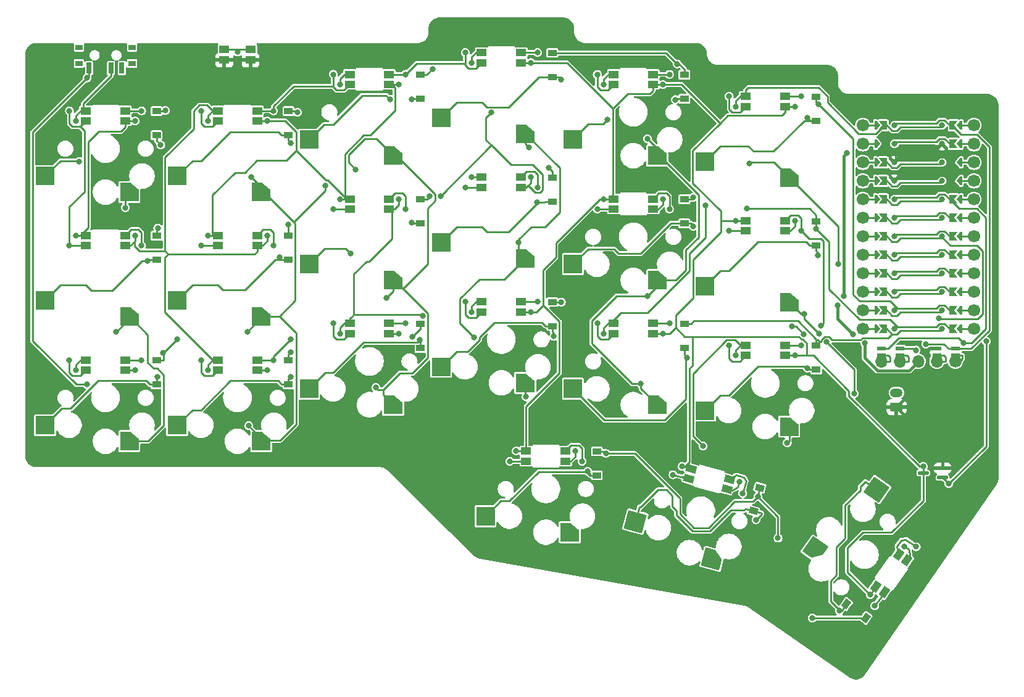
<source format=gbr>
%TF.GenerationSoftware,KiCad,Pcbnew,8.0.5*%
%TF.CreationDate,2024-11-11T15:34:28+00:00*%
%TF.ProjectId,kybd,6b796264-2e6b-4696-9361-645f70636258,v1.0.0*%
%TF.SameCoordinates,Original*%
%TF.FileFunction,Copper,L2,Bot*%
%TF.FilePolarity,Positive*%
%FSLAX46Y46*%
G04 Gerber Fmt 4.6, Leading zero omitted, Abs format (unit mm)*
G04 Created by KiCad (PCBNEW 8.0.5) date 2024-11-11 15:34:28*
%MOMM*%
%LPD*%
G01*
G04 APERTURE LIST*
G04 Aperture macros list*
%AMRoundRect*
0 Rectangle with rounded corners*
0 $1 Rounding radius*
0 $2 $3 $4 $5 $6 $7 $8 $9 X,Y pos of 4 corners*
0 Add a 4 corners polygon primitive as box body*
4,1,4,$2,$3,$4,$5,$6,$7,$8,$9,$2,$3,0*
0 Add four circle primitives for the rounded corners*
1,1,$1+$1,$2,$3*
1,1,$1+$1,$4,$5*
1,1,$1+$1,$6,$7*
1,1,$1+$1,$8,$9*
0 Add four rect primitives between the rounded corners*
20,1,$1+$1,$2,$3,$4,$5,0*
20,1,$1+$1,$4,$5,$6,$7,0*
20,1,$1+$1,$6,$7,$8,$9,0*
20,1,$1+$1,$8,$9,$2,$3,0*%
%AMRotRect*
0 Rectangle, with rotation*
0 The origin of the aperture is its center*
0 $1 length*
0 $2 width*
0 $3 Rotation angle, in degrees counterclockwise*
0 Add horizontal line*
21,1,$1,$2,0,0,$3*%
%AMFreePoly0*
4,1,6,1.300000,-1.300000,-0.050000,-1.300000,-1.300000,-0.250000,-1.300000,1.300000,1.300000,1.300000,1.300000,-1.300000,1.300000,-1.300000,$1*%
%AMFreePoly1*
4,1,6,0.500000,-0.625000,-0.650000,-0.625000,-0.150000,0.000000,-0.650000,0.625000,0.500000,0.625000,0.500000,-0.625000,0.500000,-0.625000,$1*%
%AMFreePoly2*
4,1,6,0.250000,0.000000,-0.250000,-0.625000,-0.500000,-0.625000,-0.500000,0.625000,-0.250000,0.625000,0.250000,0.000000,0.250000,0.000000,$1*%
G04 Aperture macros list end*
%TA.AperFunction,SMDPad,CuDef*%
%ADD10RotRect,0.900000X1.200000X255.000000*%
%TD*%
%TA.AperFunction,SMDPad,CuDef*%
%ADD11R,1.400000X1.050000*%
%TD*%
%TA.AperFunction,SMDPad,CuDef*%
%ADD12R,1.200000X0.900000*%
%TD*%
%TA.AperFunction,SMDPad,CuDef*%
%ADD13FreePoly0,180.000000*%
%TD*%
%TA.AperFunction,SMDPad,CuDef*%
%ADD14R,2.600000X2.600000*%
%TD*%
%TA.AperFunction,ComponentPad*%
%ADD15O,1.700000X1.700000*%
%TD*%
%TA.AperFunction,ComponentPad*%
%ADD16C,1.700000*%
%TD*%
%TA.AperFunction,SMDPad,CuDef*%
%ADD17R,1.200000X0.600000*%
%TD*%
%TA.AperFunction,SMDPad,CuDef*%
%ADD18FreePoly0,165.000000*%
%TD*%
%TA.AperFunction,SMDPad,CuDef*%
%ADD19RotRect,2.600000X2.600000X165.000000*%
%TD*%
%TA.AperFunction,SMDPad,CuDef*%
%ADD20FreePoly0,55.000000*%
%TD*%
%TA.AperFunction,SMDPad,CuDef*%
%ADD21RotRect,2.600000X2.600000X55.000000*%
%TD*%
%TA.AperFunction,SMDPad,CuDef*%
%ADD22FreePoly1,0.000000*%
%TD*%
%TA.AperFunction,ComponentPad*%
%ADD23C,0.800000*%
%TD*%
%TA.AperFunction,SMDPad,CuDef*%
%ADD24FreePoly2,180.000000*%
%TD*%
%TA.AperFunction,SMDPad,CuDef*%
%ADD25FreePoly2,0.000000*%
%TD*%
%TA.AperFunction,SMDPad,CuDef*%
%ADD26FreePoly1,180.000000*%
%TD*%
%TA.AperFunction,SMDPad,CuDef*%
%ADD27RotRect,0.900000X1.200000X145.000000*%
%TD*%
%TA.AperFunction,ComponentPad*%
%ADD28RoundRect,0.240000X0.635000X-0.360000X0.635000X0.360000X-0.635000X0.360000X-0.635000X-0.360000X0*%
%TD*%
%TA.AperFunction,ComponentPad*%
%ADD29O,1.750000X1.200000*%
%TD*%
%TA.AperFunction,SMDPad,CuDef*%
%ADD30R,1.400000X1.000000*%
%TD*%
%TA.AperFunction,SMDPad,CuDef*%
%ADD31RotRect,1.400000X1.000000X235.000000*%
%TD*%
%TA.AperFunction,SMDPad,CuDef*%
%ADD32RotRect,1.400000X1.000000X165.000000*%
%TD*%
%TA.AperFunction,SMDPad,CuDef*%
%ADD33R,1.000000X0.800000*%
%TD*%
%TA.AperFunction,SMDPad,CuDef*%
%ADD34R,0.700000X1.500000*%
%TD*%
%TA.AperFunction,SMDPad,CuDef*%
%ADD35RoundRect,0.112500X0.637500X-0.112500X0.637500X0.112500X-0.637500X0.112500X-0.637500X-0.112500X0*%
%TD*%
%TA.AperFunction,ViaPad*%
%ADD36C,0.800000*%
%TD*%
%TA.AperFunction,Conductor*%
%ADD37C,0.254000*%
%TD*%
%TA.AperFunction,Conductor*%
%ADD38C,0.250000*%
%TD*%
%TA.AperFunction,Conductor*%
%ADD39C,0.381000*%
%TD*%
G04 APERTURE END LIST*
D10*
%TO.P,D20,1*%
%TO.N,P010*%
X164744350Y-87337222D03*
%TO.P,D20,2*%
%TO.N,home_thumb*%
X163890250Y-90524778D03*
%TD*%
D11*
%TO.P,SW1,1*%
%TO.N,GND*%
X91300000Y-28620000D03*
X94900000Y-28620000D03*
%TO.P,SW1,2*%
%TO.N,RST*%
X91300000Y-27180000D03*
X94900000Y-27180000D03*
%TD*%
D12*
%TO.P,D5,1*%
%TO.N,R2*%
X100100000Y-52750000D03*
%TO.P,D5,2*%
%TO.N,pinky_middle*%
X100100000Y-56050000D03*
%TD*%
%TO.P,D17,1*%
%TO.N,R2*%
X172500000Y-50750000D03*
%TO.P,D17,2*%
%TO.N,inner_middle*%
X172500000Y-54050000D03*
%TD*%
D13*
%TO.P,S20,1*%
%TO.N,N/C*%
X138675000Y-93450000D03*
D14*
%TO.P,S20,2*%
%TO.N,near_thumb*%
X127125000Y-91250000D03*
%TD*%
D13*
%TO.P,S10,1*%
%TO.N,C3*%
X114475000Y-41750000D03*
D14*
%TO.P,S10,2*%
%TO.N,ring_top*%
X102925000Y-39550000D03*
%TD*%
D13*
%TO.P,S8,1*%
%TO.N,C3*%
X114475000Y-75950000D03*
D14*
%TO.P,S8,2*%
%TO.N,ring_bottom*%
X102925000Y-73750000D03*
%TD*%
D12*
%TO.P,D19,1*%
%TO.N,P010*%
X142400000Y-82350000D03*
%TO.P,D19,2*%
%TO.N,near_thumb*%
X142400000Y-85650000D03*
%TD*%
D13*
%TO.P,S4,1*%
%TO.N,C1*%
X78275000Y-46750000D03*
D14*
%TO.P,S4,2*%
%TO.N,macro_top*%
X66725000Y-44550000D03*
%TD*%
D12*
%TO.P,D10,1*%
%TO.N,R3*%
X136300000Y-61850000D03*
%TO.P,D10,2*%
%TO.N,middle_bottom*%
X136300000Y-65150000D03*
%TD*%
%TO.P,D15,1*%
%TO.N,R1*%
X154400000Y-30650000D03*
%TO.P,D15,2*%
%TO.N,index_top*%
X154400000Y-33950000D03*
%TD*%
D13*
%TO.P,S14,1*%
%TO.N,C5*%
X150675000Y-75950000D03*
D14*
%TO.P,S14,2*%
%TO.N,index_bottom*%
X139125000Y-73750000D03*
%TD*%
D13*
%TO.P,S2,1*%
%TO.N,C1*%
X78275000Y-80950000D03*
D14*
%TO.P,S2,2*%
%TO.N,macro_bottom*%
X66725000Y-78750000D03*
%TD*%
D12*
%TO.P,D8,1*%
%TO.N,R2*%
X118200000Y-47750000D03*
%TO.P,D8,2*%
%TO.N,ring_middle*%
X118200000Y-51050000D03*
%TD*%
D13*
%TO.P,S5,1*%
%TO.N,C2*%
X96375000Y-80950000D03*
D14*
%TO.P,S5,2*%
%TO.N,pinky_bottom*%
X84825000Y-78750000D03*
%TD*%
D12*
%TO.P,D7,1*%
%TO.N,R3*%
X118200000Y-64850000D03*
%TO.P,D7,2*%
%TO.N,ring_bottom*%
X118200000Y-68150000D03*
%TD*%
D13*
%TO.P,S18,1*%
%TO.N,C6*%
X168775000Y-61850000D03*
D14*
%TO.P,S18,2*%
%TO.N,inner_middle*%
X157225000Y-59650000D03*
%TD*%
D12*
%TO.P,D4,1*%
%TO.N,R3*%
X100100000Y-69850000D03*
%TO.P,D4,2*%
%TO.N,pinky_bottom*%
X100100000Y-73150000D03*
%TD*%
D15*
%TO.P,DISP1,1*%
%TO.N,DISP1_1*%
X181420000Y-70000000D03*
%TO.P,DISP1,2*%
%TO.N,DISP1_2*%
X183960000Y-70000000D03*
%TO.P,DISP1,3*%
%TO.N,VCC*%
X186500000Y-70000000D03*
%TO.P,DISP1,4*%
%TO.N,DISP1_4*%
X189040000Y-70000000D03*
D16*
%TO.P,DISP1,5*%
%TO.N,DISP1_5*%
X191580000Y-70000000D03*
D17*
%TO.P,DISP1,20*%
X191580000Y-69150000D03*
%TO.P,DISP1,21*%
%TO.N,DISP1_4*%
X189040000Y-69150000D03*
%TO.P,DISP1,22*%
%TO.N,DISP1_2*%
X183960000Y-69150000D03*
%TO.P,DISP1,23*%
%TO.N,DISP1_1*%
X181420000Y-69150000D03*
%TO.P,DISP1,24*%
%TO.N,CS*%
X191580000Y-68250000D03*
%TO.P,DISP1,25*%
%TO.N,GND*%
X189040000Y-68250000D03*
%TO.P,DISP1,26*%
%TO.N,SCK*%
X183960000Y-68250000D03*
%TO.P,DISP1,27*%
%TO.N,MOSI*%
X181420000Y-68250000D03*
%TD*%
D13*
%TO.P,S11,1*%
%TO.N,C4*%
X132575000Y-72950000D03*
D14*
%TO.P,S11,2*%
%TO.N,middle_bottom*%
X121025000Y-70750000D03*
%TD*%
D12*
%TO.P,D6,1*%
%TO.N,R1*%
X100100000Y-35650000D03*
%TO.P,D6,2*%
%TO.N,pinky_top*%
X100100000Y-38950000D03*
%TD*%
%TO.P,D1,1*%
%TO.N,R3*%
X82000000Y-69850000D03*
%TO.P,D1,2*%
%TO.N,macro_bottom*%
X82000000Y-73150000D03*
%TD*%
D13*
%TO.P,S17,1*%
%TO.N,C6*%
X168775000Y-78950000D03*
D14*
%TO.P,S17,2*%
%TO.N,inner_bottom*%
X157225000Y-76750000D03*
%TD*%
D13*
%TO.P,S6,1*%
%TO.N,C2*%
X96375000Y-63850000D03*
D14*
%TO.P,S6,2*%
%TO.N,pinky_middle*%
X84825000Y-61650000D03*
%TD*%
D13*
%TO.P,S15,1*%
%TO.N,C5*%
X150675000Y-58850000D03*
D14*
%TO.P,S15,2*%
%TO.N,index_middle*%
X139125000Y-56650000D03*
%TD*%
D12*
%TO.P,D13,1*%
%TO.N,R3*%
X154400000Y-64850000D03*
%TO.P,D13,2*%
%TO.N,index_bottom*%
X154400000Y-68150000D03*
%TD*%
D18*
%TO.P,S21,1*%
%TO.N,N/C*%
X158273434Y-97094891D03*
D19*
%TO.P,S21,2*%
%TO.N,home_thumb*%
X147686392Y-91980494D03*
%TD*%
D20*
%TO.P,S1,1*%
%TO.N,N/C*%
X172355383Y-95787443D03*
D21*
%TO.P,S1,2*%
%TO.N,far_thumb*%
X180782325Y-87588105D03*
%TD*%
D12*
%TO.P,D3,1*%
%TO.N,R1*%
X82000000Y-35650000D03*
%TO.P,D3,2*%
%TO.N,macro_top*%
X82000000Y-38950000D03*
%TD*%
D13*
%TO.P,S19,1*%
%TO.N,C6*%
X168775000Y-44750000D03*
D14*
%TO.P,S19,2*%
%TO.N,inner_top*%
X157225000Y-42550000D03*
%TD*%
D22*
%TO.P,MCU1,1*%
%TO.N,RAW*%
X181725000Y-37600000D03*
D23*
X189762000Y-37600000D03*
D24*
%TO.N,MCU1_1*%
X192000000Y-37600000D03*
D16*
X194120000Y-37600000D03*
D22*
%TO.P,MCU1,2*%
%TO.N,GND*%
X181725000Y-40140000D03*
D23*
X189762000Y-40140000D03*
D24*
%TO.N,MCU1_2*%
X192000000Y-40140000D03*
D16*
X194120000Y-40140000D03*
D22*
%TO.P,MCU1,3*%
%TO.N,RST*%
X181725000Y-42680000D03*
D23*
X189762000Y-42680000D03*
D24*
%TO.N,MCU1_3*%
X192000000Y-42680000D03*
D16*
X194120000Y-42680000D03*
D22*
%TO.P,MCU1,4*%
%TO.N,VCC*%
X181725000Y-45220000D03*
D23*
X189762000Y-45220000D03*
D24*
%TO.N,MCU1_4*%
X192000000Y-45220000D03*
D16*
X194120000Y-45220000D03*
D22*
%TO.P,MCU1,5*%
%TO.N,C1*%
X181725000Y-47760000D03*
D23*
X189762000Y-47760000D03*
D24*
%TO.N,MCU1_5*%
X192000000Y-47760000D03*
D16*
X194120000Y-47760000D03*
D22*
%TO.P,MCU1,6*%
%TO.N,C2*%
X181725000Y-50300000D03*
D23*
X189762000Y-50300000D03*
D24*
%TO.N,MCU1_6*%
X192000000Y-50300000D03*
D16*
X194120000Y-50300000D03*
D22*
%TO.P,MCU1,7*%
%TO.N,C3*%
X181725000Y-52840000D03*
D23*
X189762000Y-52840000D03*
D24*
%TO.N,MCU1_7*%
X192000000Y-52840000D03*
D16*
X194120000Y-52840000D03*
D22*
%TO.P,MCU1,8*%
%TO.N,C4*%
X181725000Y-55380000D03*
D23*
X189762000Y-55380000D03*
D24*
%TO.N,MCU1_8*%
X192000000Y-55380000D03*
D16*
X194120000Y-55380000D03*
D22*
%TO.P,MCU1,9*%
%TO.N,C5*%
X181725000Y-57920000D03*
D23*
X189762000Y-57920000D03*
D24*
%TO.N,MCU1_9*%
X192000000Y-57920000D03*
D16*
X194120000Y-57920000D03*
D22*
%TO.P,MCU1,10*%
%TO.N,C6*%
X181725000Y-60460000D03*
D23*
X189762000Y-60460000D03*
D24*
%TO.N,MCU1_10*%
X192000000Y-60460000D03*
D16*
X194120000Y-60460000D03*
D22*
%TO.P,MCU1,11*%
%TO.N,VRG*%
X181725000Y-63000000D03*
D23*
X189762000Y-63000000D03*
D24*
%TO.N,MCU1_11*%
X192000000Y-63000000D03*
D16*
X194120000Y-63000000D03*
D22*
%TO.P,MCU1,12*%
%TO.N,R3*%
X181725000Y-65540000D03*
D23*
X189762000Y-65540000D03*
D24*
%TO.N,MCU1_12*%
X192000000Y-65540000D03*
D16*
X194120000Y-65540000D03*
%TO.P,MCU1,13*%
%TO.N,MCU1_13*%
X178880000Y-65540000D03*
D25*
X181000000Y-65540000D03*
D16*
%TO.P,MCU1,14*%
%TO.N,MCU1_14*%
X178880000Y-63000000D03*
D25*
X181000000Y-63000000D03*
D16*
%TO.P,MCU1,15*%
%TO.N,MCU1_15*%
X178880000Y-60460000D03*
D25*
X181000000Y-60460000D03*
D16*
%TO.P,MCU1,16*%
%TO.N,MCU1_16*%
X178880000Y-57920000D03*
D25*
X181000000Y-57920000D03*
D16*
%TO.P,MCU1,17*%
%TO.N,MCU1_17*%
X178880000Y-55380000D03*
D25*
X181000000Y-55380000D03*
D16*
%TO.P,MCU1,18*%
%TO.N,MCU1_18*%
X178880000Y-52840000D03*
D25*
X181000000Y-52840000D03*
D16*
%TO.P,MCU1,19*%
%TO.N,MCU1_19*%
X178880000Y-50300000D03*
D25*
X181000000Y-50300000D03*
D16*
%TO.P,MCU1,20*%
%TO.N,MCU1_20*%
X178880000Y-47760000D03*
D25*
X181000000Y-47760000D03*
D16*
%TO.P,MCU1,21*%
%TO.N,MCU1_21*%
X178880000Y-45220000D03*
D25*
X181000000Y-45220000D03*
D16*
%TO.P,MCU1,22*%
%TO.N,MCU1_22*%
X178880000Y-42680000D03*
D25*
X181000000Y-42680000D03*
D16*
%TO.P,MCU1,23*%
%TO.N,MCU1_23*%
X178880000Y-40140000D03*
D25*
X181000000Y-40140000D03*
D16*
%TO.P,MCU1,24*%
%TO.N,MCU1_24*%
X178880000Y-37600000D03*
D25*
X181000000Y-37600000D03*
D23*
%TO.P,MCU1,113*%
%TO.N,R2*%
X183238000Y-65540000D03*
D26*
X191275000Y-65540000D03*
D23*
%TO.P,MCU1,114*%
%TO.N,R1*%
X183238000Y-63000000D03*
D26*
X191275000Y-63000000D03*
D23*
%TO.P,MCU1,115*%
%TO.N,NC4*%
X183238000Y-60460000D03*
D26*
X191275000Y-60460000D03*
D23*
%TO.P,MCU1,116*%
%TO.N,NC3*%
X183238000Y-57920000D03*
D26*
X191275000Y-57920000D03*
D23*
%TO.P,MCU1,117*%
%TO.N,NC2*%
X183238000Y-55380000D03*
D26*
X191275000Y-55380000D03*
D23*
%TO.P,MCU1,118*%
%TO.N,NC1*%
X183238000Y-52840000D03*
D26*
X191275000Y-52840000D03*
D23*
%TO.P,MCU1,119*%
%TO.N,SCK*%
X183238000Y-50300000D03*
D26*
X191275000Y-50300000D03*
D23*
%TO.P,MCU1,120*%
%TO.N,MOSI*%
X183238000Y-47760000D03*
D26*
X191275000Y-47760000D03*
D23*
%TO.P,MCU1,121*%
%TO.N,GND*%
X183238000Y-45220000D03*
D26*
X191275000Y-45220000D03*
D23*
%TO.P,MCU1,122*%
X183238000Y-42680000D03*
D26*
X191275000Y-42680000D03*
D23*
%TO.P,MCU1,123*%
%TO.N,RGB*%
X183238000Y-40140000D03*
D26*
X191275000Y-40140000D03*
D23*
%TO.P,MCU1,124*%
%TO.N,CS*%
X183238000Y-37600000D03*
D26*
X191275000Y-37600000D03*
%TD*%
D13*
%TO.P,S7,1*%
%TO.N,C2*%
X96375000Y-46750000D03*
D14*
%TO.P,S7,2*%
%TO.N,pinky_top*%
X84825000Y-44550000D03*
%TD*%
D27*
%TO.P,D21,1*%
%TO.N,P010*%
X179311401Y-105205501D03*
%TO.P,D21,2*%
%TO.N,far_thumb*%
X176608199Y-103312699D03*
%TD*%
D12*
%TO.P,D11,1*%
%TO.N,R2*%
X136300000Y-44750000D03*
%TO.P,D11,2*%
%TO.N,middle_middle*%
X136300000Y-48050000D03*
%TD*%
%TO.P,D16,1*%
%TO.N,R3*%
X172500000Y-67850000D03*
%TO.P,D16,2*%
%TO.N,inner_bottom*%
X172500000Y-71150000D03*
%TD*%
%TO.P,D18,1*%
%TO.N,R1*%
X172500000Y-33650000D03*
%TO.P,D18,2*%
%TO.N,inner_top*%
X172500000Y-36950000D03*
%TD*%
D28*
%TO.P,JST1,1*%
%TO.N,GND*%
X183500000Y-76300000D03*
D29*
%TO.P,JST1,2*%
%TO.N,BAT_P*%
X183500000Y-74300000D03*
%TD*%
D13*
%TO.P,S9,1*%
%TO.N,C3*%
X114475000Y-58850000D03*
D14*
%TO.P,S9,2*%
%TO.N,ring_middle*%
X102925000Y-56650000D03*
%TD*%
D12*
%TO.P,D14,1*%
%TO.N,R2*%
X154400000Y-47750000D03*
%TO.P,D14,2*%
%TO.N,index_middle*%
X154400000Y-51050000D03*
%TD*%
D13*
%TO.P,S12,1*%
%TO.N,C4*%
X132575000Y-55850000D03*
D14*
%TO.P,S12,2*%
%TO.N,middle_middle*%
X121025000Y-53650000D03*
%TD*%
D12*
%TO.P,D2,1*%
%TO.N,R2*%
X82000000Y-52750000D03*
%TO.P,D2,2*%
%TO.N,macro_middle*%
X82000000Y-56050000D03*
%TD*%
%TO.P,D12,1*%
%TO.N,R1*%
X136300000Y-27650000D03*
%TO.P,D12,2*%
%TO.N,middle_top*%
X136300000Y-30950000D03*
%TD*%
D13*
%TO.P,S16,1*%
%TO.N,C5*%
X150675000Y-41750000D03*
D14*
%TO.P,S16,2*%
%TO.N,index_top*%
X139125000Y-39550000D03*
%TD*%
D12*
%TO.P,D9,1*%
%TO.N,R1*%
X118200000Y-30650000D03*
%TO.P,D9,2*%
%TO.N,ring_top*%
X118200000Y-33950000D03*
%TD*%
D13*
%TO.P,S13,1*%
%TO.N,C4*%
X132575000Y-38750000D03*
D14*
%TO.P,S13,2*%
%TO.N,middle_top*%
X121025000Y-36550000D03*
%TD*%
D13*
%TO.P,S3,1*%
%TO.N,C1*%
X78275000Y-63850000D03*
D14*
%TO.P,S3,2*%
%TO.N,macro_middle*%
X66725000Y-61650000D03*
%TD*%
D30*
%TO.P,LED3,1*%
%TO.N,LED_DRAIN*%
X132000000Y-29000000D03*
%TO.P,LED3,2*%
%TO.N,RGB_3*%
X132000000Y-27600000D03*
%TO.P,LED3,3*%
%TO.N,RAW*%
X126600000Y-27600000D03*
%TO.P,LED3,4*%
%TO.N,RGB_4*%
X126600000Y-29000000D03*
%TD*%
%TO.P,LED1,1*%
%TO.N,LED_DRAIN*%
X168200000Y-35000000D03*
%TO.P,LED1,2*%
%TO.N,RGB*%
X168200000Y-33600000D03*
%TO.P,LED1,3*%
%TO.N,RAW*%
X162800000Y-33600000D03*
%TO.P,LED1,4*%
%TO.N,RGB_2*%
X162800000Y-35000000D03*
%TD*%
%TO.P,LED18,1*%
%TO.N,LED_DRAIN*%
X77700000Y-71200000D03*
%TO.P,LED18,2*%
%TO.N,RGB_18*%
X77700000Y-69800000D03*
%TO.P,LED18,3*%
%TO.N,RAW*%
X72300000Y-69800000D03*
%TO.P,LED18,4*%
%TO.N,RGB_19*%
X72300000Y-71200000D03*
%TD*%
%TO.P,LED15,1*%
%TO.N,LED_DRAIN*%
X132000000Y-63200000D03*
%TO.P,LED15,2*%
%TO.N,RGB_15*%
X132000000Y-61800000D03*
%TO.P,LED15,3*%
%TO.N,RAW*%
X126600000Y-61800000D03*
%TO.P,LED15,4*%
%TO.N,RGB_16*%
X126600000Y-63200000D03*
%TD*%
D31*
%TO.P,LED21,1*%
%TO.N,LED_DRAIN*%
X180671937Y-100908807D03*
%TO.P,LED21,2*%
%TO.N,RGB_21*%
X181818750Y-101711814D03*
%TO.P,LED21,3*%
%TO.N,RAW*%
X184916063Y-97288393D03*
%TO.P,LED21,4*%
%TO.N,RGB_22*%
X183769250Y-96485386D03*
%TD*%
D30*
%TO.P,LED6,1*%
%TO.N,LED_DRAIN*%
X77700000Y-37000000D03*
%TO.P,LED6,2*%
%TO.N,RGB_6*%
X77700000Y-35600000D03*
%TO.P,LED6,3*%
%TO.N,RAW*%
X72300000Y-35600000D03*
%TO.P,LED6,4*%
%TO.N,RGB_7*%
X72300000Y-37000000D03*
%TD*%
%TO.P,LED11,1*%
%TO.N,LED_DRAIN*%
X144700000Y-47700000D03*
%TO.P,LED11,2*%
%TO.N,RGB_11*%
X144700000Y-49100000D03*
%TO.P,LED11,3*%
%TO.N,RAW*%
X150100000Y-49100000D03*
%TO.P,LED11,4*%
%TO.N,RGB_12*%
X150100000Y-47700000D03*
%TD*%
D32*
%TO.P,LED20,1*%
%TO.N,LED_DRAIN*%
X155387874Y-84778340D03*
%TO.P,LED20,2*%
%TO.N,RGB_20*%
X155025527Y-86130637D03*
%TO.P,LED20,3*%
%TO.N,RAW*%
X160241526Y-87528260D03*
%TO.P,LED20,4*%
%TO.N,RGB_21*%
X160603873Y-86175963D03*
%TD*%
D30*
%TO.P,LED7,1*%
%TO.N,LED_DRAIN*%
X72300000Y-52700000D03*
%TO.P,LED7,2*%
%TO.N,RGB_7*%
X72300000Y-54100000D03*
%TO.P,LED7,3*%
%TO.N,RAW*%
X77700000Y-54100000D03*
%TO.P,LED7,4*%
%TO.N,RGB_8*%
X77700000Y-52700000D03*
%TD*%
%TO.P,LED17,1*%
%TO.N,LED_DRAIN*%
X95800000Y-71200000D03*
%TO.P,LED17,2*%
%TO.N,RGB_17*%
X95800000Y-69800000D03*
%TO.P,LED17,3*%
%TO.N,RAW*%
X90400000Y-69800000D03*
%TO.P,LED17,4*%
%TO.N,RGB_18*%
X90400000Y-71200000D03*
%TD*%
%TO.P,LED19,1*%
%TO.N,LED_DRAIN*%
X132700000Y-82300000D03*
%TO.P,LED19,2*%
%TO.N,RGB_19*%
X132700000Y-83700000D03*
%TO.P,LED19,3*%
%TO.N,RAW*%
X138100000Y-83700000D03*
%TO.P,LED19,4*%
%TO.N,RGB_20*%
X138100000Y-82300000D03*
%TD*%
%TO.P,LED9,1*%
%TO.N,LED_DRAIN*%
X108500000Y-47700000D03*
%TO.P,LED9,2*%
%TO.N,RGB_9*%
X108500000Y-49100000D03*
%TO.P,LED9,3*%
%TO.N,RAW*%
X113900000Y-49100000D03*
%TO.P,LED9,4*%
%TO.N,RGB_10*%
X113900000Y-47700000D03*
%TD*%
%TO.P,LED14,1*%
%TO.N,LED_DRAIN*%
X150100000Y-66200000D03*
%TO.P,LED14,2*%
%TO.N,RGB_14*%
X150100000Y-64800000D03*
%TO.P,LED14,3*%
%TO.N,RAW*%
X144700000Y-64800000D03*
%TO.P,LED14,4*%
%TO.N,RGB_15*%
X144700000Y-66200000D03*
%TD*%
%TO.P,LED5,1*%
%TO.N,LED_DRAIN*%
X95800000Y-37000000D03*
%TO.P,LED5,2*%
%TO.N,RGB_5*%
X95800000Y-35600000D03*
%TO.P,LED5,3*%
%TO.N,RAW*%
X90400000Y-35600000D03*
%TO.P,LED5,4*%
%TO.N,RGB_6*%
X90400000Y-37000000D03*
%TD*%
%TO.P,LED12,1*%
%TO.N,LED_DRAIN*%
X162800000Y-50700000D03*
%TO.P,LED12,2*%
%TO.N,RGB_12*%
X162800000Y-52100000D03*
%TO.P,LED12,3*%
%TO.N,RAW*%
X168200000Y-52100000D03*
%TO.P,LED12,4*%
%TO.N,RGB_13*%
X168200000Y-50700000D03*
%TD*%
%TO.P,LED10,1*%
%TO.N,LED_DRAIN*%
X126600000Y-44700000D03*
%TO.P,LED10,2*%
%TO.N,RGB_10*%
X126600000Y-46100000D03*
%TO.P,LED10,3*%
%TO.N,RAW*%
X132000000Y-46100000D03*
%TO.P,LED10,4*%
%TO.N,RGB_11*%
X132000000Y-44700000D03*
%TD*%
D33*
%TO.P,PWR1,*%
%TO.N,*%
X71350000Y-29085000D03*
X78650000Y-29085000D03*
X71350000Y-26875000D03*
X78650000Y-26875000D03*
D34*
%TO.P,PWR1,1*%
%TO.N,BAT_P*%
X72750000Y-29735000D03*
%TO.P,PWR1,2*%
%TO.N,RAW*%
X75750000Y-29735000D03*
%TO.P,PWR1,3*%
%TO.N,N/C*%
X77250000Y-29735000D03*
%TD*%
D30*
%TO.P,LED4,1*%
%TO.N,LED_DRAIN*%
X113900000Y-32000000D03*
%TO.P,LED4,2*%
%TO.N,RGB_4*%
X113900000Y-30600000D03*
%TO.P,LED4,3*%
%TO.N,RAW*%
X108500000Y-30600000D03*
%TO.P,LED4,4*%
%TO.N,RGB_5*%
X108500000Y-32000000D03*
%TD*%
D35*
%TO.P,D22,1*%
%TO.N,GND*%
X189830000Y-84650000D03*
%TO.P,D22,2*%
%TO.N,VRG*%
X189830000Y-85950000D03*
%TO.P,D22,3*%
%TO.N,LED_DRAIN*%
X187170000Y-85300000D03*
%TD*%
D30*
%TO.P,LED13,1*%
%TO.N,LED_DRAIN*%
X168200000Y-69200000D03*
%TO.P,LED13,2*%
%TO.N,RGB_13*%
X168200000Y-67800000D03*
%TO.P,LED13,3*%
%TO.N,RAW*%
X162800000Y-67800000D03*
%TO.P,LED13,4*%
%TO.N,RGB_14*%
X162800000Y-69200000D03*
%TD*%
%TO.P,LED8,1*%
%TO.N,LED_DRAIN*%
X90400000Y-52700000D03*
%TO.P,LED8,2*%
%TO.N,RGB_8*%
X90400000Y-54100000D03*
%TO.P,LED8,3*%
%TO.N,RAW*%
X95800000Y-54100000D03*
%TO.P,LED8,4*%
%TO.N,RGB_9*%
X95800000Y-52700000D03*
%TD*%
%TO.P,LED16,1*%
%TO.N,LED_DRAIN*%
X113900000Y-66200000D03*
%TO.P,LED16,2*%
%TO.N,RGB_16*%
X113900000Y-64800000D03*
%TO.P,LED16,3*%
%TO.N,RAW*%
X108500000Y-64800000D03*
%TO.P,LED16,4*%
%TO.N,RGB_17*%
X108500000Y-66200000D03*
%TD*%
%TO.P,LED2,1*%
%TO.N,LED_DRAIN*%
X150100000Y-32000000D03*
%TO.P,LED2,2*%
%TO.N,RGB_2*%
X150100000Y-30600000D03*
%TO.P,LED2,3*%
%TO.N,RAW*%
X144700000Y-30600000D03*
%TO.P,LED2,4*%
%TO.N,RGB_3*%
X144700000Y-32000000D03*
%TD*%
D36*
%TO.N,far_thumb*%
X175699000Y-104221900D03*
%TO.N,C1*%
X76466500Y-65984400D03*
X77733500Y-48891000D03*
%TO.N,macro_bottom*%
X82146900Y-72085200D03*
%TO.N,macro_middle*%
X80777600Y-56176700D03*
%TO.N,macro_top*%
X71346500Y-42554900D03*
X82579900Y-40310200D03*
%TO.N,C2*%
X94648300Y-78832900D03*
X105162800Y-45863000D03*
X95025900Y-44671300D03*
X94475900Y-65928700D03*
%TO.N,pinky_bottom*%
X100418800Y-72095100D03*
%TO.N,pinky_middle*%
X98887400Y-55740100D03*
%TO.N,pinky_top*%
X100417400Y-40046100D03*
%TO.N,C3*%
X112080600Y-73596000D03*
X189302600Y-64077100D03*
X113529300Y-61276600D03*
X109290500Y-43653100D03*
%TO.N,ring_bottom*%
X118122000Y-67068900D03*
%TO.N,ring_middle*%
X108614100Y-55219600D03*
X116984000Y-50956300D03*
%TO.N,ring_top*%
X116977300Y-34014300D03*
X114011700Y-34014300D03*
%TO.N,C4*%
X125577300Y-66702400D03*
X133121600Y-40660100D03*
X131650400Y-53648600D03*
X132681500Y-74856200D03*
%TO.N,middle_bottom*%
X136504900Y-66566200D03*
%TO.N,middle_middle*%
X134184500Y-48188100D03*
%TO.N,middle_top*%
X137505800Y-31274500D03*
%TO.N,C5*%
X148446600Y-73066700D03*
X149325100Y-60992700D03*
X149325100Y-39435900D03*
%TO.N,index_bottom*%
X154794200Y-69484300D03*
%TO.N,index_middle*%
X155616600Y-51439300D03*
%TO.N,index_top*%
X153166800Y-34073700D03*
X143857700Y-36848700D03*
%TO.N,C6*%
X163272200Y-42821900D03*
X170838900Y-63518800D03*
X177676800Y-74431800D03*
X168511400Y-81167700D03*
X172909600Y-66226900D03*
X173910600Y-67325900D03*
X175503900Y-56610500D03*
%TO.N,inner_bottom*%
X171283800Y-70904800D03*
%TO.N,inner_middle*%
X172711800Y-55466200D03*
%TO.N,inner_top*%
X171290700Y-36538000D03*
%TO.N,near_thumb*%
X141150700Y-85073600D03*
%TO.N,home_thumb*%
X164222900Y-91732600D03*
%TO.N,LED_DRAIN*%
X79060000Y-37000000D03*
X115260000Y-32000000D03*
X89040000Y-52700000D03*
X169560000Y-69200000D03*
X131340000Y-82300000D03*
X143340000Y-47700000D03*
X151460000Y-66200000D03*
X187170000Y-84429100D03*
X161440000Y-50700000D03*
X107140000Y-47700000D03*
X115260000Y-66200000D03*
X179892000Y-102023000D03*
X133360000Y-29000000D03*
X154074000Y-84426400D03*
X151460000Y-32000000D03*
X169560000Y-35000000D03*
X79060000Y-71200000D03*
X133360000Y-63200000D03*
X125240000Y-44700000D03*
X97160000Y-71200000D03*
X70940000Y-52700000D03*
X97160000Y-37000000D03*
%TO.N,RGB*%
X170450000Y-33600000D03*
%TO.N,RAW*%
X139460000Y-82300000D03*
X107140000Y-66200000D03*
X107140000Y-32000000D03*
X118513300Y-63729400D03*
X161440000Y-35000000D03*
X120965500Y-47302300D03*
X70940000Y-71200000D03*
X125240000Y-63200000D03*
X156963000Y-81622900D03*
X70940000Y-37000000D03*
X143340000Y-32000000D03*
X157342500Y-48586700D03*
X169560000Y-50700000D03*
X161440000Y-69200000D03*
X161918000Y-86528000D03*
X97160000Y-52700000D03*
X143340000Y-66200000D03*
X184549000Y-95371400D03*
X151460000Y-47700000D03*
X133360000Y-44700000D03*
X127938200Y-35844000D03*
X89040000Y-37000000D03*
X125240000Y-29000000D03*
X79060000Y-52700000D03*
X89040000Y-71200000D03*
X115260000Y-47700000D03*
%TO.N,RGB_2*%
X160550000Y-33600000D03*
X152350000Y-30600000D03*
%TO.N,RGB_3*%
X142450000Y-30600000D03*
X134250000Y-27600000D03*
%TO.N,RGB_4*%
X116150000Y-30600000D03*
X124350000Y-27600000D03*
%TO.N,RGB_5*%
X98050000Y-35600000D03*
X106250000Y-30600000D03*
%TO.N,RGB_6*%
X79950000Y-35600000D03*
X88150000Y-35600000D03*
%TO.N,RGB_7*%
X70050000Y-35600000D03*
X70050000Y-54100000D03*
%TO.N,RGB_8*%
X79950000Y-54100000D03*
X88150000Y-54100000D03*
%TO.N,RGB_9*%
X106250000Y-49100000D03*
X98050000Y-54100000D03*
%TO.N,RGB_10*%
X116150000Y-49100000D03*
X124350000Y-46100000D03*
%TO.N,RGB_11*%
X134250000Y-46100000D03*
X142450000Y-49100000D03*
%TO.N,RGB_12*%
X160550000Y-52100000D03*
X152350000Y-49100000D03*
%TO.N,RGB_13*%
X173134200Y-65114500D03*
X170450000Y-52100000D03*
X170787100Y-66264800D03*
X170450000Y-67800000D03*
X169131800Y-65194600D03*
%TO.N,RGB_14*%
X160550000Y-67800000D03*
X152350000Y-64800000D03*
%TO.N,RGB_15*%
X142450000Y-64800000D03*
X134250000Y-61800000D03*
%TO.N,RGB_16*%
X124350000Y-61800000D03*
X116150000Y-64800000D03*
%TO.N,RGB_17*%
X106250000Y-64800000D03*
X98050000Y-69800000D03*
X100412200Y-66985900D03*
%TO.N,RGB_18*%
X79950000Y-69800000D03*
X88150000Y-69800000D03*
%TO.N,RGB_19*%
X130450000Y-83700000D03*
X70050000Y-69800000D03*
%TO.N,RGB_20*%
X140350000Y-83700000D03*
X152852000Y-85548300D03*
%TO.N,RGB_21*%
X162415000Y-88110600D03*
X180528000Y-103555000D03*
%TO.N,RGB_22*%
X186207000Y-95445300D03*
%TO.N,R3*%
X84818000Y-66958600D03*
X100398600Y-68729700D03*
X117080000Y-66633400D03*
X82919500Y-68838700D03*
X137530700Y-61850000D03*
%TO.N,R2*%
X162982600Y-49047800D03*
X119449300Y-47360600D03*
X135825900Y-43447500D03*
X172500000Y-51828700D03*
X82170300Y-51687700D03*
X155614900Y-47463800D03*
X100100000Y-51198700D03*
%TO.N,R1*%
X153430500Y-29164900D03*
X83222300Y-35569700D03*
X101312000Y-35824200D03*
X172783900Y-34712600D03*
X119862900Y-29838700D03*
%TO.N,P010*%
X171955501Y-105205501D03*
X164478700Y-88555400D03*
X143628900Y-82650200D03*
X167250000Y-94250000D03*
%TO.N,GND*%
X93100000Y-29279200D03*
X103991100Y-35397300D03*
X100575500Y-33496500D03*
%TO.N,RST*%
X93100000Y-27542800D03*
%TO.N,VCC*%
X176301000Y-61044700D03*
X177518800Y-66276400D03*
X176707100Y-41410000D03*
X175393600Y-62312000D03*
X179155400Y-67486700D03*
%TO.N,CS*%
X187518400Y-67620200D03*
%TO.N,MOSI*%
X192734800Y-67499400D03*
%TO.N,SCK*%
X186191700Y-68449100D03*
%TO.N,VRG*%
X195801600Y-67230500D03*
X190678700Y-86798700D03*
%TO.N,BAT_P*%
X72472500Y-73173600D03*
X72468100Y-31095500D03*
%TD*%
D37*
%TO.N,far_thumb*%
X175246800Y-95482200D02*
X175246800Y-99323400D01*
X175246800Y-99323400D02*
X174460700Y-100109500D01*
X176431900Y-89763200D02*
X176431900Y-94262000D01*
X180782300Y-87588100D02*
X179212900Y-86489200D01*
X178513900Y-87188200D02*
X178513900Y-87681200D01*
X174460700Y-102911800D02*
X175734900Y-104186000D01*
X179212900Y-86489200D02*
X178513900Y-87188200D01*
X175699000Y-104221900D02*
X175734900Y-104186000D01*
X176360400Y-94368600D02*
X175246800Y-95482200D01*
X174460700Y-100109500D02*
X174460700Y-102911800D01*
X176360400Y-94333500D02*
X176360400Y-94368600D01*
X178513900Y-87681200D02*
X176431900Y-89763200D01*
X175734900Y-104186000D02*
X175996700Y-104186000D01*
X176431900Y-94262000D02*
X176360400Y-94333500D01*
X176608200Y-103312700D02*
X175996700Y-104186000D01*
D38*
%TO.N,C1*%
X182890000Y-48490000D02*
X183590000Y-48490000D01*
D37*
X78275000Y-46750000D02*
X77733500Y-47291500D01*
X78275000Y-63850000D02*
X78275000Y-64175900D01*
X80818000Y-80950000D02*
X82976400Y-78791600D01*
X80787200Y-66362200D02*
X78275000Y-63850000D01*
D38*
X189659900Y-47860100D02*
X189760000Y-47760000D01*
D37*
X82976400Y-78791600D02*
X82976400Y-71855000D01*
D38*
X183960000Y-48100000D02*
X184050000Y-48010000D01*
X181725000Y-47760000D02*
X182160000Y-47760000D01*
D37*
X78275000Y-64175900D02*
X76466500Y-65984400D01*
X82088900Y-70967500D02*
X81580900Y-70967500D01*
X77733500Y-47291500D02*
X77733500Y-48891000D01*
D38*
X182160000Y-47760000D02*
X182890000Y-48490000D01*
D37*
X82976400Y-71855000D02*
X82088900Y-70967500D01*
X80787200Y-70173800D02*
X80787200Y-66362200D01*
D38*
X181720000Y-47760000D02*
X181725000Y-47760000D01*
D37*
X81580900Y-70967500D02*
X80787200Y-70173800D01*
X78275000Y-80950000D02*
X80818000Y-80950000D01*
X189661900Y-47860100D02*
X189659900Y-47860100D01*
D38*
X189510000Y-48010000D02*
X189659900Y-47860100D01*
X184050000Y-48010000D02*
X189510000Y-48010000D01*
D37*
X189762000Y-47760000D02*
X189661900Y-47860100D01*
D38*
X183960000Y-48110000D02*
X183960000Y-48100000D01*
X183590000Y-48490000D02*
X183960000Y-48110000D01*
D37*
%TO.N,macro_bottom*%
X82000000Y-73150000D02*
X81071300Y-73150000D01*
X80594500Y-72673200D02*
X74011700Y-72673200D01*
X68994100Y-76480900D02*
X66725000Y-78750000D01*
X74011700Y-72673200D02*
X70204000Y-76480900D01*
X82000000Y-72232100D02*
X82000000Y-73150000D01*
X82146900Y-72085200D02*
X82000000Y-72232100D01*
X81071300Y-73150000D02*
X80594500Y-72673200D01*
X70204000Y-76480900D02*
X68994100Y-76480900D01*
%TO.N,macro_middle*%
X68851500Y-59523500D02*
X66725000Y-61650000D01*
X72324100Y-59523500D02*
X68851500Y-59523500D01*
X75956200Y-60231500D02*
X73032100Y-60231500D01*
X81071300Y-56050000D02*
X80944600Y-56176700D01*
X82000000Y-56050000D02*
X81071300Y-56050000D01*
X80777600Y-56176700D02*
X80011000Y-56176700D01*
X80944600Y-56176700D02*
X80777600Y-56176700D01*
X80011000Y-56176700D02*
X75956200Y-60231500D01*
X73032100Y-60231500D02*
X72324100Y-59523500D01*
%TO.N,macro_top*%
X82581500Y-40310200D02*
X82579900Y-40310200D01*
X68804500Y-42470500D02*
X71262100Y-42470500D01*
X66725000Y-44550000D02*
X68804500Y-42470500D01*
X82000000Y-39728700D02*
X82581500Y-40310200D01*
X71262100Y-42470500D02*
X71346500Y-42554900D01*
X82000000Y-38950000D02*
X82000000Y-39728700D01*
%TO.N,C2*%
X101149800Y-78642900D02*
X101149800Y-66151500D01*
D38*
X189659900Y-50400100D02*
X189760000Y-50300000D01*
D37*
X96375000Y-63850000D02*
X98848300Y-63850000D01*
D38*
X183590000Y-51030000D02*
X183960000Y-50650000D01*
D37*
X100839700Y-50907800D02*
X96681800Y-46750000D01*
X101149800Y-66151500D02*
X98848300Y-63850000D01*
D38*
X189510000Y-50550000D02*
X189659900Y-50400100D01*
D37*
X189661900Y-50400100D02*
X189659900Y-50400100D01*
D38*
X183960000Y-50650000D02*
X183960000Y-50640000D01*
D37*
X96375000Y-80559600D02*
X96375000Y-80833000D01*
D38*
X181725000Y-50300000D02*
X182160000Y-50300000D01*
D37*
X94648300Y-78832900D02*
X96375000Y-80559600D01*
X96375000Y-63850000D02*
X96375000Y-64029600D01*
X189762000Y-50300000D02*
X189661900Y-50400100D01*
X98959700Y-80833000D02*
X101149800Y-78642900D01*
X98848300Y-63850000D02*
X101028700Y-61669600D01*
X96375000Y-64029600D02*
X94475900Y-65928700D01*
D38*
X182160000Y-50300000D02*
X182890000Y-51030000D01*
D37*
X101028700Y-51096900D02*
X100839700Y-50907800D01*
D38*
X184050000Y-50550000D02*
X189510000Y-50550000D01*
D37*
X96375000Y-46750000D02*
X96375000Y-46020400D01*
X101028700Y-61669600D02*
X101028700Y-51096900D01*
X96681800Y-46750000D02*
X96375000Y-46750000D01*
X96375000Y-80833000D02*
X98959700Y-80833000D01*
D38*
X183960000Y-50640000D02*
X184050000Y-50550000D01*
X181720000Y-50300000D02*
X181725000Y-50300000D01*
D37*
X105162800Y-46584700D02*
X105162800Y-45863000D01*
X96375000Y-80833000D02*
X96375000Y-80950000D01*
D38*
X182890000Y-51030000D02*
X183590000Y-51030000D01*
D37*
X96375000Y-46020400D02*
X95025900Y-44671300D01*
X100839700Y-50907800D02*
X105162800Y-46584700D01*
%TO.N,pinky_bottom*%
X86909000Y-76666000D02*
X84825000Y-78750000D01*
X98694500Y-72673200D02*
X92111700Y-72673200D01*
X100142600Y-72371300D02*
X100418800Y-72095100D01*
X92111700Y-72673200D02*
X88118900Y-76666000D01*
X100100000Y-73150000D02*
X100100000Y-72371300D01*
X100100000Y-73150000D02*
X99171300Y-73150000D01*
X99171300Y-73150000D02*
X98694500Y-72673200D01*
X100100000Y-72371300D02*
X100142600Y-72371300D01*
X88118900Y-76666000D02*
X86909000Y-76666000D01*
%TO.N,pinky_middle*%
X94111200Y-60193400D02*
X91094000Y-60193400D01*
X100100000Y-56050000D02*
X99171300Y-56050000D01*
X99171300Y-56050000D02*
X98254600Y-56050000D01*
X98254600Y-56050000D02*
X94111200Y-60193400D01*
X86951600Y-59523400D02*
X84825000Y-61650000D01*
X90424000Y-59523400D02*
X86951600Y-59523400D01*
X98887400Y-55740100D02*
X99171300Y-56024000D01*
X99171300Y-56024000D02*
X99171300Y-56050000D01*
X100100000Y-56050000D02*
X99171300Y-56050000D01*
X91094000Y-60193400D02*
X90424000Y-59523400D01*
%TO.N,pinky_top*%
X100417300Y-40046000D02*
X100417300Y-40046100D01*
X100100000Y-39728700D02*
X100417300Y-40046000D01*
X100100000Y-38950000D02*
X100100000Y-39728700D01*
X100100000Y-38950000D02*
X99171300Y-38950000D01*
X100417300Y-40046100D02*
X100417400Y-40046100D01*
X92111700Y-38473200D02*
X98694500Y-38473200D01*
X98694500Y-38473200D02*
X99171300Y-38950000D01*
X86909000Y-42466000D02*
X88118900Y-42466000D01*
X88118900Y-42466000D02*
X92111700Y-38473200D01*
X84825000Y-44550000D02*
X86909000Y-42466000D01*
%TO.N,C3*%
X113529300Y-61276600D02*
X114475000Y-60330900D01*
X190903300Y-54110000D02*
X194571600Y-54110000D01*
X120220700Y-47940900D02*
X120220700Y-47090600D01*
X119181300Y-56653800D02*
X119181300Y-48980300D01*
X114475000Y-75950000D02*
X113139700Y-74614700D01*
D38*
X181720000Y-52840000D02*
X181725000Y-52840000D01*
D37*
X114475000Y-41750000D02*
X112142700Y-39417700D01*
X195308300Y-63487100D02*
X194613200Y-64182200D01*
D38*
X182160000Y-52840000D02*
X182890000Y-53570000D01*
D37*
X115848400Y-59986700D02*
X119181300Y-56653800D01*
X189762000Y-52840000D02*
X189762000Y-52968700D01*
D38*
X183960000Y-53180000D02*
X184050000Y-53090000D01*
D37*
X119181300Y-48980300D02*
X120220700Y-47940900D01*
X189762000Y-52840000D02*
X189661900Y-52940100D01*
D38*
X181725000Y-52840000D02*
X182160000Y-52840000D01*
D37*
X195308300Y-54846700D02*
X195308300Y-63487100D01*
X108340700Y-41662300D02*
X108340700Y-42703300D01*
X119242000Y-69503000D02*
X119242000Y-63380400D01*
X194571600Y-54110000D02*
X195308300Y-54846700D01*
X114880100Y-41750000D02*
X114475000Y-41750000D01*
X189762000Y-52968700D02*
X190903300Y-54110000D01*
X189407700Y-64182200D02*
X189302600Y-64077100D01*
X189661900Y-52940100D02*
X189659900Y-52940100D01*
D38*
X183960000Y-53190000D02*
X183960000Y-53180000D01*
X189510000Y-53090000D02*
X189659900Y-52940100D01*
D37*
X120220700Y-47090600D02*
X114880100Y-41750000D01*
X113139700Y-73866100D02*
X112350700Y-73866100D01*
X114475000Y-60330900D02*
X114475000Y-58850000D01*
X112350700Y-73866100D02*
X112080600Y-73596000D01*
X115848400Y-59986700D02*
X114711600Y-58850000D01*
X112142700Y-39417700D02*
X110585300Y-39417700D01*
D38*
X183590000Y-53570000D02*
X183960000Y-53190000D01*
D37*
X114711600Y-58850000D02*
X114475000Y-58850000D01*
X113139700Y-73866100D02*
X115382400Y-71623400D01*
X113139700Y-74614700D02*
X113139700Y-73866100D01*
X194613200Y-64182200D02*
X189407700Y-64182200D01*
X115382400Y-71623400D02*
X117121600Y-71623400D01*
X108340700Y-42703300D02*
X109290500Y-43653100D01*
X119242000Y-63380400D02*
X115848400Y-59986700D01*
D38*
X189659900Y-52940100D02*
X189760000Y-52840000D01*
X182890000Y-53570000D02*
X183590000Y-53570000D01*
D37*
X117121600Y-71623400D02*
X119242000Y-69503000D01*
D38*
X184050000Y-53090000D02*
X189510000Y-53090000D01*
D37*
X110585300Y-39417700D02*
X108340700Y-41662300D01*
%TO.N,ring_bottom*%
X115981300Y-67398600D02*
X116017800Y-67362100D01*
X110400000Y-67398600D02*
X115981300Y-67398600D01*
X102925000Y-73750000D02*
X105124600Y-71550400D01*
X105124600Y-71550400D02*
X106248200Y-71550400D01*
X118200000Y-68150000D02*
X118200000Y-67146900D01*
X106248200Y-71550400D02*
X110400000Y-67398600D01*
X118200000Y-67146900D02*
X118122000Y-67068900D01*
X116017800Y-67362100D02*
X117828800Y-67362100D01*
X117828800Y-67362100D02*
X118122000Y-67068900D01*
%TO.N,ring_middle*%
X117077700Y-51050000D02*
X116984000Y-50956300D01*
X118200000Y-51050000D02*
X117077700Y-51050000D01*
X105051700Y-54523300D02*
X107917800Y-54523300D01*
X107917800Y-54523300D02*
X108614100Y-55219600D01*
X102925000Y-56650000D02*
X105051700Y-54523300D01*
%TO.N,ring_top*%
X102925000Y-39550000D02*
X105009000Y-37466000D01*
X117207000Y-34014300D02*
X117271300Y-33950000D01*
X110206600Y-33478300D02*
X113475700Y-33478300D01*
X118200000Y-33950000D02*
X117271300Y-33950000D01*
X105009000Y-37466000D02*
X106218900Y-37466000D01*
X106218900Y-37466000D02*
X110206600Y-33478300D01*
X113475700Y-33478300D02*
X114011700Y-34014300D01*
X116977300Y-34014300D02*
X117207000Y-34014300D01*
D38*
%TO.N,C4*%
X183960000Y-55730000D02*
X183960000Y-55720000D01*
X182890000Y-56110000D02*
X183590000Y-56110000D01*
D37*
X189762000Y-55380000D02*
X189661900Y-55480100D01*
X132575000Y-38750000D02*
X132575000Y-40113500D01*
D38*
X182160000Y-55380000D02*
X182890000Y-56110000D01*
D37*
X123619300Y-61411600D02*
X126293500Y-58737400D01*
X137282600Y-49522300D02*
X135281500Y-51523400D01*
X132575000Y-72950000D02*
X132575000Y-74749700D01*
X129687600Y-58737400D02*
X132575000Y-55850000D01*
X133411900Y-51523400D02*
X131650400Y-53284900D01*
X137282600Y-43457600D02*
X137282600Y-49522300D01*
X189661900Y-55480100D02*
X189659900Y-55480100D01*
D38*
X183960000Y-55720000D02*
X184050000Y-55630000D01*
X181725000Y-55380000D02*
X182160000Y-55380000D01*
D37*
X132575000Y-38750000D02*
X137282600Y-43457600D01*
X131650400Y-54925400D02*
X131650400Y-53648600D01*
D38*
X181720000Y-55380000D02*
X181725000Y-55380000D01*
D37*
X125577300Y-66702400D02*
X123619300Y-64744400D01*
X131650400Y-53284900D02*
X131650400Y-53648600D01*
X132575000Y-40113500D02*
X133121600Y-40660100D01*
D38*
X189510000Y-55630000D02*
X189659900Y-55480100D01*
D37*
X135281500Y-51523400D02*
X133411900Y-51523400D01*
D38*
X184050000Y-55630000D02*
X189510000Y-55630000D01*
D37*
X126293500Y-58737400D02*
X129687600Y-58737400D01*
X132575000Y-74749700D02*
X132681500Y-74856200D01*
D38*
X189659900Y-55480100D02*
X189760000Y-55380000D01*
X183590000Y-56110000D02*
X183960000Y-55730000D01*
D37*
X123619300Y-64744400D02*
X123619300Y-61411600D01*
X132575000Y-55850000D02*
X131650400Y-54925400D01*
%TO.N,middle_bottom*%
X136504900Y-66133600D02*
X136504900Y-66566200D01*
X134899600Y-64678300D02*
X135371300Y-65150000D01*
X126306000Y-66678900D02*
X128306600Y-64678300D01*
X136300000Y-65150000D02*
X136300000Y-65928700D01*
X136300000Y-65928700D02*
X136504900Y-66133600D01*
X126306000Y-67004200D02*
X126306000Y-66678900D01*
X121025000Y-70750000D02*
X123151700Y-68623300D01*
X124686900Y-68623300D02*
X126306000Y-67004200D01*
X123151700Y-68623300D02*
X124686900Y-68623300D01*
X128306600Y-64678300D02*
X134899600Y-64678300D01*
X136300000Y-65150000D02*
X135371300Y-65150000D01*
%TO.N,middle_middle*%
X135233200Y-48188100D02*
X135371300Y-48050000D01*
X134184500Y-48303200D02*
X134184500Y-48188100D01*
X136300000Y-48050000D02*
X135371300Y-48050000D01*
X123151600Y-51523400D02*
X126624000Y-51523400D01*
X121025000Y-53650000D02*
X123151600Y-51523400D01*
X130288400Y-52199300D02*
X134184500Y-48303200D01*
X126624000Y-51523400D02*
X127299900Y-52199300D01*
X127299900Y-52199300D02*
X130288400Y-52199300D01*
X134184500Y-48188100D02*
X135233200Y-48188100D01*
%TO.N,middle_top*%
X136300000Y-30950000D02*
X134420200Y-30950000D01*
X123151600Y-34423400D02*
X121025000Y-36550000D01*
X134420200Y-30950000D02*
X130274300Y-35095900D01*
X137228700Y-30950000D02*
X137505800Y-31227100D01*
X126624000Y-34423400D02*
X123151600Y-34423400D01*
X137505800Y-31227100D02*
X137505800Y-31274500D01*
X127296500Y-35095900D02*
X126624000Y-34423400D01*
X130274300Y-35095900D02*
X127296500Y-35095900D01*
X136300000Y-30950000D02*
X137228700Y-30950000D01*
D38*
%TO.N,C5*%
X181720000Y-57920000D02*
X181725000Y-57920000D01*
X189510000Y-58170000D02*
X189659900Y-58020100D01*
D37*
X189661900Y-58020100D02*
X189659900Y-58020100D01*
X150675000Y-59642800D02*
X149325100Y-60992700D01*
D38*
X181725000Y-57920000D02*
X182160000Y-57920000D01*
X183960000Y-58260000D02*
X184050000Y-58170000D01*
X183590000Y-58650000D02*
X183960000Y-58270000D01*
D37*
X145150300Y-60992700D02*
X141717100Y-64425900D01*
X189762000Y-57920000D02*
X189661900Y-58020100D01*
X154615200Y-54724100D02*
X154615200Y-57444600D01*
X150978500Y-41750000D02*
X156360200Y-47131700D01*
X147223600Y-73066700D02*
X148446600Y-73066700D01*
X150675000Y-40785800D02*
X150675000Y-41750000D01*
X149325100Y-60992700D02*
X145150300Y-60992700D01*
X141717100Y-67560200D02*
X147223600Y-73066700D01*
X154615200Y-57444600D02*
X153209800Y-58850000D01*
X156360200Y-47131700D02*
X156360200Y-52979100D01*
X153209800Y-58850000D02*
X150675000Y-58850000D01*
X141717100Y-64425900D02*
X141717100Y-67560200D01*
D38*
X183960000Y-58270000D02*
X183960000Y-58260000D01*
D37*
X149325100Y-39435900D02*
X150675000Y-40785800D01*
X148446600Y-73721600D02*
X150675000Y-75950000D01*
X150675000Y-41750000D02*
X150978500Y-41750000D01*
D38*
X189659900Y-58020100D02*
X189760000Y-57920000D01*
D37*
X148446600Y-73066700D02*
X148446600Y-73721600D01*
D38*
X184050000Y-58170000D02*
X189510000Y-58170000D01*
D37*
X150675000Y-58850000D02*
X150675000Y-59642800D01*
D38*
X182160000Y-57920000D02*
X182890000Y-58650000D01*
X182890000Y-58650000D02*
X183590000Y-58650000D01*
D37*
X156360200Y-52979100D02*
X154615200Y-54724100D01*
%TO.N,index_bottom*%
X154400000Y-68150000D02*
X154400000Y-69090100D01*
X154611500Y-75137800D02*
X151693000Y-78056300D01*
X154400000Y-69090100D02*
X154794200Y-69484300D01*
X151693000Y-78056300D02*
X143431300Y-78056300D01*
X154611500Y-69667000D02*
X154611500Y-75137800D01*
X143431300Y-78056300D02*
X139125000Y-73750000D01*
X154794200Y-69484300D02*
X154611500Y-69667000D01*
%TO.N,index_middle*%
X152537700Y-51050000D02*
X148388400Y-55199300D01*
X148388400Y-55199300D02*
X145399900Y-55199300D01*
X145399900Y-55199300D02*
X144766600Y-54566000D01*
X155328700Y-51151400D02*
X155616600Y-51439300D01*
X155328700Y-51050000D02*
X155328700Y-51151400D01*
X141209000Y-54566000D02*
X139125000Y-56650000D01*
X144766600Y-54566000D02*
X141209000Y-54566000D01*
X154400000Y-51050000D02*
X152537700Y-51050000D01*
X154400000Y-51050000D02*
X155328700Y-51050000D01*
%TO.N,index_top*%
X154400000Y-33950000D02*
X153471300Y-33950000D01*
X141251700Y-37423300D02*
X139125000Y-39550000D01*
X153471300Y-33950000D02*
X153290500Y-33950000D01*
X143857700Y-36848700D02*
X143283100Y-37423300D01*
X153290500Y-33950000D02*
X153166800Y-34073700D01*
X143283100Y-37423300D02*
X141251700Y-37423300D01*
D38*
%TO.N,C6*%
X189659900Y-60560100D02*
X189760000Y-60460000D01*
D37*
X173910600Y-67325900D02*
X177676800Y-71092100D01*
X168775000Y-80904100D02*
X168511400Y-81167700D01*
D38*
X183960000Y-60800000D02*
X184050000Y-60710000D01*
D37*
X170443800Y-63518800D02*
X170838900Y-63518800D01*
X189762000Y-60460000D02*
X189661900Y-60560100D01*
D38*
X182890000Y-61190000D02*
X183590000Y-61190000D01*
X181725000Y-60460000D02*
X182160000Y-60460000D01*
X183590000Y-61190000D02*
X183960000Y-60810000D01*
X182160000Y-60460000D02*
X182890000Y-61190000D01*
D37*
X175503900Y-51478900D02*
X175503900Y-56610500D01*
X168775000Y-44750000D02*
X175503900Y-51478900D01*
X168775000Y-78950000D02*
X168775000Y-80904100D01*
X170838900Y-64156200D02*
X172909600Y-66226900D01*
X177676800Y-71092100D02*
X177676800Y-74431800D01*
X168775000Y-61850000D02*
X170443800Y-63518800D01*
D38*
X183960000Y-60810000D02*
X183960000Y-60800000D01*
D37*
X163445500Y-42648600D02*
X163272200Y-42821900D01*
D38*
X184050000Y-60710000D02*
X189510000Y-60710000D01*
X189510000Y-60710000D02*
X189659900Y-60560100D01*
D37*
X166673600Y-42648600D02*
X163445500Y-42648600D01*
X189661900Y-60560100D02*
X189659900Y-60560100D01*
X168775000Y-44750000D02*
X166673600Y-42648600D01*
D38*
X181720000Y-60460000D02*
X181725000Y-60460000D01*
D37*
X170838900Y-63518800D02*
X170838900Y-64156200D01*
%TO.N,inner_bottom*%
X164506600Y-70678300D02*
X160518900Y-74666000D01*
X171283800Y-70904800D02*
X171326100Y-70904800D01*
X172500000Y-71150000D02*
X171571300Y-71150000D01*
X160518900Y-74666000D02*
X159309000Y-74666000D01*
X171283800Y-70904800D02*
X171057300Y-70678300D01*
X171326100Y-70904800D02*
X171571300Y-71150000D01*
X159309000Y-74666000D02*
X157225000Y-76750000D01*
X171057300Y-70678300D02*
X164506600Y-70678300D01*
%TO.N,inner_middle*%
X159351700Y-57523300D02*
X160561600Y-57523300D01*
X157225000Y-59650000D02*
X159351700Y-57523300D01*
X172500000Y-54050000D02*
X172500000Y-54828700D01*
X172500000Y-54828700D02*
X172711800Y-55040500D01*
X172711800Y-55040500D02*
X172711800Y-55466200D01*
X171099600Y-53578300D02*
X171571300Y-54050000D01*
X172500000Y-54050000D02*
X171571300Y-54050000D01*
X160561600Y-57523300D02*
X164506600Y-53578300D01*
X164506600Y-53578300D02*
X171099600Y-53578300D01*
%TO.N,inner_top*%
X170822300Y-36950000D02*
X166597400Y-41174900D01*
X171571300Y-36818600D02*
X171571300Y-36950000D01*
X171571300Y-36950000D02*
X170822300Y-36950000D01*
X171290700Y-36538000D02*
X171571300Y-36818600D01*
X163888600Y-41174900D02*
X163137100Y-40423400D01*
X172500000Y-36950000D02*
X171571300Y-36950000D01*
X166597400Y-41174900D02*
X163888600Y-41174900D01*
X172500000Y-36950000D02*
X171571300Y-36950000D01*
X163137100Y-40423400D02*
X159351600Y-40423400D01*
X159351600Y-40423400D02*
X157225000Y-42550000D01*
%TO.N,near_thumb*%
X141150700Y-85073600D02*
X141471300Y-85394200D01*
X130418900Y-89166000D02*
X129209000Y-89166000D01*
X141471300Y-85650000D02*
X140999600Y-85178300D01*
X142400000Y-85650000D02*
X141471300Y-85650000D01*
X129209000Y-89166000D02*
X127125000Y-91250000D01*
X141471300Y-85394200D02*
X141471300Y-85650000D01*
X140999600Y-85178300D02*
X134406600Y-85178300D01*
X142400000Y-85650000D02*
X141471300Y-85650000D01*
X134406600Y-85178300D02*
X130418900Y-89166000D01*
%TO.N,home_thumb*%
X152767000Y-89908800D02*
X153334100Y-90475900D01*
X151929700Y-87646900D02*
X152767000Y-88484200D01*
X148220900Y-89985700D02*
X148406400Y-89985700D01*
X162580800Y-90441300D02*
X162791600Y-90230500D01*
X157919100Y-93304500D02*
X160782300Y-90441300D01*
X163890200Y-90524800D02*
X164988900Y-90819200D01*
X150745200Y-87646900D02*
X151929700Y-87646900D01*
X147686400Y-91980500D02*
X148220900Y-89985700D01*
X153334100Y-91120300D02*
X155518300Y-93304500D01*
X162791600Y-90230500D02*
X162791600Y-90230400D01*
X155518300Y-93304500D02*
X157919100Y-93304500D01*
X148406400Y-89985700D02*
X150745200Y-87646900D01*
X153334100Y-90475900D02*
X153334100Y-91120300D01*
X152767000Y-88484200D02*
X152767000Y-89908800D01*
X164988900Y-90966600D02*
X164222900Y-91732600D01*
X160782300Y-90441300D02*
X162580800Y-90441300D01*
X163890200Y-90524800D02*
X162791600Y-90230400D01*
X164988900Y-90819200D02*
X164988900Y-90966600D01*
D38*
%TO.N,LED_DRAIN*%
X72300000Y-52700000D02*
X71574300Y-52700000D01*
D37*
X136772800Y-53737800D02*
X136772800Y-55727200D01*
X107832500Y-47441000D02*
X108091500Y-47700000D01*
D38*
X113900000Y-66200000D02*
X115260000Y-66200000D01*
D37*
X155556500Y-45539200D02*
X155556500Y-41094300D01*
X137235800Y-64497800D02*
X137235800Y-71620400D01*
X151460000Y-32000000D02*
X154019300Y-32000000D01*
D38*
X132700000Y-82300000D02*
X131340000Y-82300000D01*
D37*
X94101400Y-44098200D02*
X95776200Y-42423400D01*
X95776200Y-42423400D02*
X99827300Y-42423400D01*
X135028600Y-62290600D02*
X137235800Y-64497800D01*
X178884300Y-93497800D02*
X176793700Y-95588400D01*
X153230600Y-65387000D02*
X153230600Y-63644400D01*
X182821000Y-93497800D02*
X178884300Y-93497800D01*
X180671900Y-101076100D02*
X180671900Y-100908800D01*
D38*
X114302100Y-32000000D02*
X115260000Y-32000000D01*
D37*
X161440000Y-50700000D02*
X159409300Y-50700000D01*
X101162500Y-41088200D02*
X101162500Y-38485100D01*
D38*
X126600000Y-44700000D02*
X125240000Y-44700000D01*
X77700000Y-71200000D02*
X79060000Y-71200000D01*
X95800000Y-37000000D02*
X97160000Y-37000000D01*
D37*
X72634700Y-39845600D02*
X74045500Y-38434800D01*
D38*
X132000000Y-29000000D02*
X133360000Y-29000000D01*
D37*
X154019300Y-32000000D02*
X159335100Y-37315700D01*
X154432700Y-66589100D02*
X155522900Y-66589100D01*
X153230600Y-65387000D02*
X152417600Y-66200000D01*
X155522900Y-66589100D02*
X155522900Y-70558700D01*
X152417600Y-66200000D02*
X151460000Y-66200000D01*
D38*
X154731000Y-84602400D02*
X154402500Y-84514400D01*
X71574300Y-52700000D02*
X70940000Y-52700000D01*
X162800000Y-50700000D02*
X161440000Y-50700000D01*
D37*
X170081000Y-66589100D02*
X170485400Y-66993500D01*
X186643700Y-84429100D02*
X187170000Y-84429100D01*
X137235800Y-71620400D02*
X132700000Y-76156200D01*
X155067200Y-71014400D02*
X155067200Y-83849700D01*
X114740400Y-32438300D02*
X114740400Y-35513800D01*
X176948100Y-74059900D02*
X176948100Y-74733500D01*
X89674300Y-52700000D02*
X89674300Y-47183800D01*
X72634700Y-51639600D02*
X72634700Y-39845600D01*
X138314200Y-29000000D02*
X133360000Y-29000000D01*
X171228600Y-67512400D02*
X171228600Y-69200000D01*
X153230600Y-63644400D02*
X155596300Y-61278700D01*
X171228600Y-69200000D02*
X172088200Y-69200000D01*
D38*
X180282000Y-101466000D02*
X179892000Y-102023000D01*
X77700000Y-37000000D02*
X79060000Y-37000000D01*
D37*
X135028600Y-57471400D02*
X135028600Y-62290600D01*
X134119200Y-63200000D02*
X133360000Y-63200000D01*
X187170000Y-85300000D02*
X187170000Y-89148800D01*
D38*
X154402500Y-84514400D02*
X154074000Y-84426400D01*
X150100000Y-32000000D02*
X151460000Y-32000000D01*
D37*
X132700000Y-76156200D02*
X132700000Y-82300000D01*
X167765700Y-36263000D02*
X168200000Y-35828700D01*
X155596300Y-61278700D02*
X155596300Y-56025300D01*
X146595600Y-33263000D02*
X149665700Y-33263000D01*
D38*
X150100000Y-66200000D02*
X151460000Y-66200000D01*
D37*
X99827300Y-42423400D02*
X101162500Y-41088200D01*
X101162500Y-38485100D02*
X99677400Y-37000000D01*
X170709700Y-66993500D02*
X171228600Y-67512400D01*
X144586400Y-47087900D02*
X144586400Y-35272200D01*
X111292200Y-38962000D02*
X110396600Y-38962000D01*
D38*
X143974300Y-47700000D02*
X143340000Y-47700000D01*
D37*
X149665700Y-33263000D02*
X150100000Y-32828700D01*
D38*
X113900000Y-32000000D02*
X114302100Y-32000000D01*
D37*
X77093900Y-38434800D02*
X77700000Y-37828700D01*
D38*
X107774300Y-47700000D02*
X107140000Y-47700000D01*
D37*
X155596300Y-56025300D02*
X159409300Y-52212300D01*
X150100000Y-32000000D02*
X150100000Y-32828700D01*
D38*
X108500000Y-47700000D02*
X108091500Y-47700000D01*
D37*
X168200000Y-35000000D02*
X168200000Y-35828700D01*
X159409300Y-50700000D02*
X159409300Y-49392000D01*
D38*
X180672000Y-100909000D02*
X180282000Y-101466000D01*
D37*
X114740400Y-35513800D02*
X111292200Y-38962000D01*
X89674300Y-47183800D02*
X92759900Y-44098200D01*
X159335100Y-37315700D02*
X160387800Y-36263000D01*
X176793700Y-95588400D02*
X176793700Y-98924700D01*
X169560000Y-69200000D02*
X171228600Y-69200000D01*
X159409300Y-52212300D02*
X159409300Y-50700000D01*
D38*
X155388000Y-84778400D02*
X154731000Y-84602400D01*
D37*
X170485400Y-66993500D02*
X170709700Y-66993500D01*
X74045500Y-38434800D02*
X77093900Y-38434800D01*
X144586400Y-35272200D02*
X138314200Y-29000000D01*
X99677400Y-37000000D02*
X97160000Y-37000000D01*
D38*
X95800000Y-71200000D02*
X97160000Y-71200000D01*
D37*
X155522900Y-66589100D02*
X170081000Y-66589100D01*
X107832500Y-41526100D02*
X107832500Y-47441000D01*
X176793700Y-98924700D02*
X179892000Y-102023000D01*
X153230600Y-65387000D02*
X154432700Y-66589100D01*
D38*
X132000000Y-63200000D02*
X133360000Y-63200000D01*
D37*
X114302100Y-32000000D02*
X114740400Y-32438300D01*
X105464600Y-45134300D02*
X105208600Y-45134300D01*
X77700000Y-37000000D02*
X77700000Y-37828700D01*
X105208600Y-45134300D02*
X101162500Y-41088200D01*
X92759900Y-44098200D02*
X94101400Y-44098200D01*
X135028600Y-62290600D02*
X134119200Y-63200000D01*
X71574300Y-52700000D02*
X72634700Y-51639600D01*
D38*
X168200000Y-35000000D02*
X169560000Y-35000000D01*
D37*
X107774300Y-47700000D02*
X107774300Y-47444000D01*
X155522900Y-70558700D02*
X155067200Y-71014400D01*
D38*
X108091500Y-47700000D02*
X107774300Y-47700000D01*
X168200000Y-69200000D02*
X169560000Y-69200000D01*
D37*
X155212000Y-84602400D02*
X155387900Y-84778300D01*
X143974300Y-47700000D02*
X144586400Y-47087900D01*
X187170000Y-84429100D02*
X187170000Y-85300000D01*
X159409300Y-49392000D02*
X155556500Y-45539200D01*
X142810600Y-47700000D02*
X136772800Y-53737800D01*
X176948100Y-74733500D02*
X186643700Y-84429100D01*
X160387800Y-36263000D02*
X167765700Y-36263000D01*
X107774300Y-47444000D02*
X105464600Y-45134300D01*
X180282000Y-101466000D02*
X180671900Y-101076100D01*
X155067200Y-83849700D02*
X154402500Y-84514400D01*
D38*
X144700000Y-47700000D02*
X143974300Y-47700000D01*
X90400000Y-52700000D02*
X89674300Y-52700000D01*
D37*
X143340000Y-47700000D02*
X142810600Y-47700000D01*
X155556500Y-41094300D02*
X159335100Y-37315700D01*
X144586400Y-35272200D02*
X146595600Y-33263000D01*
X154731000Y-84602400D02*
X155212000Y-84602400D01*
D38*
X89674300Y-52700000D02*
X89040000Y-52700000D01*
D37*
X110396600Y-38962000D02*
X107832500Y-41526100D01*
X136772800Y-55727200D02*
X135028600Y-57471400D01*
X172088200Y-69200000D02*
X176948100Y-74059900D01*
X187170000Y-89148800D02*
X182821000Y-93497800D01*
D38*
%TO.N,RGB*%
X183490000Y-39890000D02*
X183340100Y-40039900D01*
X191275000Y-40140000D02*
X190840000Y-40140000D01*
X190110000Y-39410000D02*
X189410000Y-39410000D01*
D37*
X183238000Y-40140000D02*
X183338100Y-40039900D01*
X183338100Y-40039900D02*
X183340100Y-40039900D01*
D38*
X191280000Y-40140000D02*
X191275000Y-40140000D01*
X190840000Y-40140000D02*
X190110000Y-39410000D01*
X183340100Y-40039900D02*
X183240000Y-40140000D01*
X188940000Y-39890000D02*
X183490000Y-39890000D01*
X189410000Y-39410000D02*
X188940000Y-39890000D01*
X170450000Y-33600000D02*
X168200000Y-33600000D01*
D37*
%TO.N,RAW*%
X83171300Y-55733200D02*
X83171300Y-63271300D01*
X162100000Y-67800000D02*
X161358000Y-67058000D01*
D38*
X181720000Y-37600000D02*
X181722500Y-37600000D01*
X71600000Y-35600000D02*
X70940000Y-36194100D01*
X182890000Y-38330000D02*
X183590000Y-38330000D01*
X189659900Y-37700100D02*
X189760000Y-37600000D01*
X181725000Y-37600000D02*
X182160000Y-37600000D01*
D37*
X174027900Y-33640500D02*
X172807800Y-32420400D01*
D38*
X89040000Y-70394100D02*
X89040000Y-71200000D01*
D37*
X83170800Y-54830500D02*
X83170800Y-42014500D01*
D38*
X181722500Y-37600000D02*
X181725000Y-37600000D01*
D37*
X110826100Y-56273800D02*
X109081500Y-58018400D01*
X78951800Y-54153600D02*
X78951800Y-53603300D01*
X127939100Y-40328700D02*
X120965500Y-47302300D01*
D38*
X138800000Y-83700000D02*
X139460000Y-83105900D01*
X133360000Y-45505900D02*
X133360000Y-44700000D01*
D37*
X180687600Y-38779300D02*
X178325800Y-38779300D01*
X172807800Y-32420400D02*
X163150900Y-32420400D01*
X108500000Y-63971300D02*
X108725100Y-63971300D01*
D38*
X143340000Y-31194100D02*
X143340000Y-32000000D01*
X144000000Y-30600000D02*
X143340000Y-31194100D01*
D37*
X155106500Y-57600300D02*
X155106500Y-55198200D01*
D38*
X162100000Y-33600000D02*
X161440000Y-34194100D01*
D37*
X83622400Y-55282100D02*
X83170800Y-54830500D01*
D38*
X162100000Y-67800000D02*
X161440000Y-68394100D01*
X89700000Y-35600000D02*
X89040000Y-36194100D01*
X160918000Y-87709500D02*
X161709000Y-87306400D01*
D37*
X185117000Y-97001700D02*
X184916100Y-97202600D01*
D38*
X115260000Y-48505900D02*
X115260000Y-47700000D01*
D37*
X155579700Y-80239600D02*
X156963000Y-81622900D01*
D38*
X125240000Y-28194100D02*
X125240000Y-29000000D01*
D37*
X87100100Y-35602400D02*
X87879400Y-34823100D01*
X127182700Y-36599500D02*
X127182700Y-39572400D01*
D38*
X126600000Y-27600000D02*
X125900000Y-27600000D01*
X125900000Y-61800000D02*
X125240000Y-62394100D01*
X95800000Y-54100000D02*
X96500000Y-54100000D01*
X183960000Y-37950000D02*
X183960000Y-37940000D01*
X113900000Y-49100000D02*
X114250000Y-49100000D01*
D37*
X83170800Y-42014500D02*
X87100100Y-38085200D01*
D38*
X161440000Y-68394100D02*
X161440000Y-69200000D01*
X144000000Y-64800000D02*
X143340000Y-65394100D01*
X151460000Y-48505900D02*
X151460000Y-47700000D01*
X183960000Y-37940000D02*
X184050000Y-37850000D01*
X70940000Y-36194100D02*
X70940000Y-37000000D01*
D37*
X114250000Y-53145100D02*
X111121300Y-56273800D01*
D38*
X161709000Y-87306400D02*
X161918000Y-86528000D01*
D37*
X109081500Y-58018400D02*
X109081500Y-63614900D01*
X163150900Y-32420400D02*
X162800000Y-32771300D01*
D38*
X139460000Y-83105900D02*
X139460000Y-82300000D01*
X70940000Y-70394100D02*
X70940000Y-71200000D01*
D37*
X134992200Y-46460900D02*
X134624400Y-46828700D01*
X127939100Y-40328700D02*
X130608100Y-42997800D01*
X134624400Y-46828700D02*
X133948200Y-46828700D01*
X95800000Y-54928700D02*
X95446600Y-55282100D01*
X144350000Y-64709900D02*
X145719700Y-63340200D01*
D38*
X144700000Y-64800000D02*
X144350000Y-64800000D01*
X71600000Y-69800000D02*
X70940000Y-70394100D01*
D37*
X134992200Y-44395100D02*
X134992200Y-46460900D01*
D38*
X160242000Y-87528300D02*
X160918000Y-87709500D01*
D37*
X161358000Y-67058000D02*
X160205200Y-67058000D01*
D38*
X89040000Y-36194100D02*
X89040000Y-37000000D01*
D37*
X118398800Y-63614900D02*
X118513300Y-63729400D01*
D38*
X185117000Y-97001700D02*
X185318000Y-96715000D01*
X79060000Y-53505900D02*
X79060000Y-52700000D01*
X125900000Y-27600000D02*
X125240000Y-28194100D01*
X132000000Y-46100000D02*
X132700000Y-46100000D01*
X97160000Y-53505900D02*
X97160000Y-52700000D01*
X72300000Y-35600000D02*
X71950000Y-35600000D01*
X107800000Y-64800000D02*
X107140000Y-65394100D01*
D37*
X133948200Y-46828700D02*
X133019800Y-45900300D01*
D38*
X108500000Y-30600000D02*
X107800000Y-30600000D01*
D37*
X160241500Y-87528300D02*
X160242000Y-87528300D01*
D38*
X144350000Y-64800000D02*
X144000000Y-64800000D01*
X168200000Y-52100000D02*
X168900000Y-52100000D01*
X182160000Y-37600000D02*
X182890000Y-38330000D01*
X150800000Y-49100000D02*
X151460000Y-48505900D01*
X107140000Y-31194100D02*
X107140000Y-32000000D01*
D37*
X133594900Y-42997800D02*
X134992200Y-44395100D01*
D38*
X189510000Y-37850000D02*
X189659900Y-37700100D01*
D37*
X127938200Y-35844000D02*
X127182700Y-36599500D01*
D38*
X126600000Y-61800000D02*
X125900000Y-61800000D01*
D37*
X184916100Y-97202600D02*
X184916100Y-97288400D01*
X174027900Y-34481400D02*
X174027900Y-33640500D01*
D38*
X150100000Y-49100000D02*
X150800000Y-49100000D01*
D37*
X133019800Y-45900300D02*
X132921900Y-45900300D01*
X114250000Y-49100000D02*
X114250000Y-53145100D01*
X108500000Y-64800000D02*
X108500000Y-63971300D01*
X160205200Y-67058000D02*
X155579700Y-71683500D01*
X178325800Y-38779300D02*
X174027900Y-34481400D01*
X75750000Y-29735000D02*
X75750000Y-30813700D01*
X144350000Y-64800000D02*
X144350000Y-64709900D01*
D38*
X78400000Y-54100000D02*
X78951800Y-53603300D01*
D37*
X88923100Y-34823100D02*
X89700000Y-35600000D01*
D38*
X90400000Y-69800000D02*
X89700000Y-69800000D01*
D37*
X71950000Y-35600000D02*
X71950000Y-34613700D01*
X109081500Y-63614900D02*
X118398800Y-63614900D01*
D38*
X125240000Y-62394100D02*
X125240000Y-63200000D01*
X132700000Y-46100000D02*
X132921900Y-45900300D01*
X184050000Y-37850000D02*
X189510000Y-37850000D01*
X184916000Y-97288400D02*
X185117000Y-97001700D01*
D37*
X87100100Y-38085200D02*
X87100100Y-35602400D01*
X189762000Y-37600000D02*
X189661900Y-37700100D01*
D38*
X168900000Y-52100000D02*
X169560000Y-51505900D01*
D37*
X108725100Y-63971300D02*
X109081500Y-63614900D01*
D38*
X107140000Y-65394100D02*
X107140000Y-66200000D01*
D37*
X83622400Y-55282100D02*
X83171300Y-55733200D01*
X145719700Y-63340200D02*
X149366600Y-63340200D01*
D38*
X72300000Y-69800000D02*
X71600000Y-69800000D01*
D37*
X130608100Y-42997800D02*
X133594900Y-42997800D01*
X83170800Y-54830500D02*
X79628700Y-54830500D01*
X155579700Y-71683500D02*
X155579700Y-80239600D01*
D38*
X185209000Y-95833600D02*
X184549000Y-95371400D01*
X89700000Y-69800000D02*
X89040000Y-70394100D01*
D37*
X95446600Y-55282100D02*
X83622400Y-55282100D01*
D38*
X132921900Y-45900300D02*
X133360000Y-45505900D01*
D37*
X95800000Y-54100000D02*
X95800000Y-54928700D01*
D38*
X77700000Y-54100000D02*
X78400000Y-54100000D01*
X90400000Y-35600000D02*
X89700000Y-35600000D01*
X96500000Y-54100000D02*
X97160000Y-53505900D01*
D37*
X79628700Y-54830500D02*
X78951800Y-54153600D01*
X87879400Y-34823100D02*
X88923100Y-34823100D01*
D38*
X144700000Y-30600000D02*
X144000000Y-30600000D01*
X78951800Y-53603300D02*
X79060000Y-53505900D01*
X162800000Y-67800000D02*
X162100000Y-67800000D01*
X161440000Y-34194100D02*
X161440000Y-35000000D01*
X169560000Y-51505900D02*
X169560000Y-50700000D01*
D37*
X162800000Y-33600000D02*
X162800000Y-32771300D01*
D38*
X185318000Y-96715000D02*
X185209000Y-95833600D01*
X114600000Y-49100000D02*
X115260000Y-48505900D01*
X71950000Y-35600000D02*
X71600000Y-35600000D01*
D37*
X71950000Y-34613700D02*
X75750000Y-30813700D01*
X181722500Y-37744400D02*
X180687600Y-38779300D01*
X127182700Y-39572400D02*
X127939100Y-40328700D01*
X189661900Y-37700100D02*
X189659900Y-37700100D01*
D38*
X114250000Y-49100000D02*
X114600000Y-49100000D01*
X138100000Y-83700000D02*
X138800000Y-83700000D01*
D37*
X111121300Y-56273800D02*
X110826100Y-56273800D01*
X83171300Y-63271300D02*
X89700000Y-69800000D01*
D38*
X162800000Y-33600000D02*
X162100000Y-33600000D01*
X143340000Y-65394100D02*
X143340000Y-66200000D01*
D37*
X155106500Y-55198200D02*
X157342500Y-52962200D01*
D38*
X108500000Y-64800000D02*
X107800000Y-64800000D01*
D37*
X181722500Y-37600000D02*
X181722500Y-37744400D01*
X149366600Y-63340200D02*
X155106500Y-57600300D01*
X157342500Y-52962200D02*
X157342500Y-48586700D01*
D38*
X107800000Y-30600000D02*
X107140000Y-31194100D01*
X183590000Y-38330000D02*
X183960000Y-37950000D01*
%TO.N,RGB_2*%
X160550000Y-35360000D02*
X160550000Y-33600000D01*
X160971000Y-35785000D02*
X160550000Y-35360000D01*
X162800000Y-35000000D02*
X162019000Y-35785000D01*
X152350000Y-30600000D02*
X150100000Y-30600000D01*
X162019000Y-35785000D02*
X160971000Y-35785000D01*
%TO.N,RGB_3*%
X143919000Y-32785000D02*
X142871000Y-32785000D01*
X142871000Y-32785000D02*
X142450000Y-32360000D01*
X142450000Y-32360000D02*
X142450000Y-30600000D01*
X134250000Y-27600000D02*
X132000000Y-27600000D01*
X144700000Y-32000000D02*
X143919000Y-32785000D01*
D37*
%TO.N,RGB_4*%
X124214500Y-29110000D02*
X117640000Y-29110000D01*
D38*
X116150000Y-30600000D02*
X113900000Y-30600000D01*
D37*
X117640000Y-29110000D02*
X116150000Y-30600000D01*
D38*
X124350000Y-29360000D02*
X124350000Y-29245500D01*
X126600000Y-29000000D02*
X125819000Y-29785000D01*
X124350000Y-29245500D02*
X124350000Y-27600000D01*
X125819000Y-29785000D02*
X124771000Y-29785000D01*
D37*
X124350000Y-29245500D02*
X124214500Y-29110000D01*
D38*
X124771000Y-29785000D02*
X124350000Y-29360000D01*
%TO.N,RGB_5*%
X107719000Y-32785000D02*
X106671000Y-32785000D01*
D37*
X98050000Y-34991600D02*
X98050000Y-35600000D01*
D38*
X106250000Y-32250000D02*
X106250000Y-30600000D01*
D37*
X100791600Y-32250000D02*
X98050000Y-34991600D01*
D38*
X106671000Y-32785000D02*
X106250000Y-32360000D01*
X108500000Y-32000000D02*
X107719000Y-32785000D01*
X98050000Y-35600000D02*
X95800000Y-35600000D01*
X106250000Y-32360000D02*
X106250000Y-32250000D01*
D37*
X106250000Y-32250000D02*
X100791600Y-32250000D01*
D38*
%TO.N,RGB_6*%
X88571000Y-37785000D02*
X88150000Y-37360000D01*
X90400000Y-37000000D02*
X89619000Y-37785000D01*
X79950000Y-35600000D02*
X77700000Y-35600000D01*
X89619000Y-37785000D02*
X88571000Y-37785000D01*
X88150000Y-37360000D02*
X88150000Y-35600000D01*
D37*
%TO.N,RGB_7*%
X72107000Y-46705500D02*
X70050000Y-48762500D01*
D38*
X70471000Y-37785000D02*
X70050000Y-37360000D01*
D37*
X70050000Y-48762500D02*
X70050000Y-54100000D01*
X72107000Y-38373000D02*
X72107000Y-46705500D01*
D38*
X70050000Y-54100000D02*
X72300000Y-54100000D01*
X71519000Y-37785000D02*
X70471000Y-37785000D01*
X70050000Y-37360000D02*
X70050000Y-35600000D01*
D37*
X71519000Y-37785000D02*
X72107000Y-38373000D01*
D38*
X72300000Y-37000000D02*
X71519000Y-37785000D01*
%TO.N,RGB_8*%
X78481000Y-51915000D02*
X79529000Y-51915000D01*
X77700000Y-52700000D02*
X78481000Y-51915000D01*
X79529000Y-51915000D02*
X79950000Y-52340000D01*
X88150000Y-54100000D02*
X90400000Y-54100000D01*
X79950000Y-52340000D02*
X79950000Y-54100000D01*
%TO.N,RGB_9*%
X98050000Y-52340000D02*
X98050000Y-54100000D01*
X95800000Y-52700000D02*
X96581000Y-51915000D01*
X96581000Y-51915000D02*
X97629000Y-51915000D01*
X106250000Y-49100000D02*
X108500000Y-49100000D01*
X97629000Y-51915000D02*
X98050000Y-52340000D01*
%TO.N,RGB_10*%
X124350000Y-46100000D02*
X126600000Y-46100000D01*
X116150000Y-47340000D02*
X116150000Y-49100000D01*
X113900000Y-47700000D02*
X114681000Y-46915000D01*
X114681000Y-46915000D02*
X115729000Y-46915000D01*
X115729000Y-46915000D02*
X116150000Y-47340000D01*
%TO.N,RGB_11*%
X133829000Y-43915000D02*
X134250000Y-44340000D01*
X142450000Y-49100000D02*
X144700000Y-49100000D01*
X132000000Y-44700000D02*
X132781000Y-43915000D01*
X132781000Y-43915000D02*
X133829000Y-43915000D01*
X134250000Y-44340000D02*
X134250000Y-46100000D01*
%TO.N,RGB_12*%
X151929000Y-46915000D02*
X152350000Y-47340000D01*
X152350000Y-47340000D02*
X152350000Y-49100000D01*
X150881000Y-46915000D02*
X151929000Y-46915000D01*
X150100000Y-47700000D02*
X150881000Y-46915000D01*
X160550000Y-52100000D02*
X162800000Y-52100000D01*
D37*
%TO.N,RGB_13*%
X169717000Y-65194700D02*
X169131800Y-65194700D01*
X173139700Y-53174800D02*
X173466400Y-53501500D01*
D38*
X170029000Y-49915000D02*
X170450000Y-50340000D01*
X170450000Y-67800000D02*
X168200000Y-67800000D01*
D37*
X170450000Y-52100000D02*
X171524800Y-53174800D01*
X169131800Y-65194700D02*
X169131800Y-65194600D01*
X170787100Y-66264800D02*
X169717000Y-65194700D01*
X173466400Y-53501500D02*
X173466400Y-64782300D01*
D38*
X170450000Y-50340000D02*
X170450000Y-52100000D01*
X168981000Y-49915000D02*
X170029000Y-49915000D01*
D37*
X171524800Y-53174800D02*
X173139700Y-53174800D01*
X173466400Y-64782300D02*
X173134200Y-65114500D01*
D38*
X168200000Y-50700000D02*
X168981000Y-49915000D01*
%TO.N,RGB_14*%
X162019000Y-69985000D02*
X160971000Y-69985000D01*
X162800000Y-69200000D02*
X162019000Y-69985000D01*
X152350000Y-64800000D02*
X150100000Y-64800000D01*
X160550000Y-69560000D02*
X160550000Y-67800000D01*
X160971000Y-69985000D02*
X160550000Y-69560000D01*
%TO.N,RGB_15*%
X134250000Y-61800000D02*
X132000000Y-61800000D01*
X142450000Y-66560000D02*
X142450000Y-64800000D01*
X143919000Y-66985000D02*
X142871000Y-66985000D01*
X144700000Y-66200000D02*
X143919000Y-66985000D01*
X142871000Y-66985000D02*
X142450000Y-66560000D01*
%TO.N,RGB_16*%
X116150000Y-64800000D02*
X113900000Y-64800000D01*
X125819000Y-63985000D02*
X124771000Y-63985000D01*
X124350000Y-63560000D02*
X124350000Y-61800000D01*
X126600000Y-63200000D02*
X125819000Y-63985000D01*
X124771000Y-63985000D02*
X124350000Y-63560000D01*
%TO.N,RGB_17*%
X106671000Y-66985000D02*
X106250000Y-66560000D01*
X98050000Y-69800000D02*
X95800000Y-69800000D01*
X107719000Y-66985000D02*
X106671000Y-66985000D01*
X108500000Y-66200000D02*
X107719000Y-66985000D01*
X106250000Y-66560000D02*
X106250000Y-64800000D01*
D37*
X98050000Y-69800000D02*
X98050000Y-69348100D01*
X98050000Y-69348100D02*
X100412200Y-66985900D01*
D38*
%TO.N,RGB_18*%
X88571000Y-71985000D02*
X88150000Y-71560000D01*
X89619000Y-71985000D02*
X88571000Y-71985000D01*
X79950000Y-69800000D02*
X77700000Y-69800000D01*
X88150000Y-71560000D02*
X88150000Y-69800000D01*
X90400000Y-71200000D02*
X89619000Y-71985000D01*
%TO.N,RGB_19*%
X70050000Y-71560000D02*
X70050000Y-69800000D01*
X72300000Y-71200000D02*
X71519000Y-71985000D01*
X130450000Y-83700000D02*
X132700000Y-83700000D01*
X70471000Y-71985000D02*
X70050000Y-71560000D01*
X71519000Y-71985000D02*
X70471000Y-71985000D01*
%TO.N,RGB_20*%
X152852000Y-85548300D02*
X153939000Y-85839500D01*
X138100000Y-82300000D02*
X138881000Y-81515000D01*
X140350000Y-81940000D02*
X140350000Y-83700000D01*
X139929000Y-81515000D02*
X140350000Y-81940000D01*
X153939000Y-85839500D02*
X155026000Y-86130700D01*
D37*
X153939000Y-85839500D02*
X154734400Y-85839500D01*
D38*
X138881000Y-81515000D02*
X139929000Y-81515000D01*
D37*
X154734400Y-85839500D02*
X155025500Y-86130600D01*
D38*
%TO.N,RGB_21*%
X161561000Y-85619900D02*
X162574000Y-85891100D01*
D37*
X181314200Y-102327100D02*
X181818800Y-101822500D01*
D38*
X162574000Y-85891100D02*
X162870000Y-86410600D01*
D37*
X160603900Y-86176000D02*
X160604000Y-86176000D01*
X181818800Y-101822500D02*
X181818800Y-101711800D01*
X181314200Y-102432400D02*
X181314200Y-102327100D01*
D38*
X180528000Y-103555000D02*
X181314300Y-102432500D01*
X181314300Y-102432500D02*
X181819000Y-101712000D01*
D37*
X181314300Y-102432500D02*
X181314200Y-102432400D01*
D38*
X160604000Y-86176000D02*
X161561000Y-85619900D01*
X162870000Y-86410600D02*
X162415000Y-88110600D01*
D37*
%TO.N,RGB_22*%
X183769200Y-96485400D02*
X183769000Y-96485400D01*
D38*
X184175000Y-94536900D02*
X184765000Y-94435800D01*
X184765000Y-94435800D02*
X186207000Y-95445300D01*
X183769000Y-96485400D02*
X183574000Y-95395400D01*
X183574000Y-95395400D02*
X184175000Y-94536900D01*
D37*
%TO.N,R3*%
X172500000Y-66947200D02*
X170012000Y-64459200D01*
D38*
X181720000Y-65540000D02*
X181725000Y-65540000D01*
X183590000Y-66270000D02*
X183960000Y-65890000D01*
D37*
X178587600Y-67024100D02*
X174639300Y-67024100D01*
X100100000Y-69028300D02*
X100398600Y-68729700D01*
X172723600Y-67071300D02*
X172500000Y-67071300D01*
X189661900Y-65640100D02*
X189659900Y-65640100D01*
X182887500Y-66267500D02*
X182397000Y-66758000D01*
D38*
X184050000Y-65790000D02*
X189510000Y-65790000D01*
D37*
X137228700Y-61850000D02*
X137530700Y-61850000D01*
D38*
X181725000Y-65540000D02*
X182160000Y-65540000D01*
D37*
X182397000Y-66758000D02*
X178853700Y-66758000D01*
D38*
X182890000Y-66270000D02*
X183590000Y-66270000D01*
D37*
X173181900Y-67024200D02*
X173181900Y-67251600D01*
X170012000Y-64459200D02*
X155719500Y-64459200D01*
X82928700Y-69850000D02*
X82928700Y-68847900D01*
X173608900Y-66597200D02*
X173181900Y-67024200D01*
X82928700Y-68847900D02*
X84818000Y-66958600D01*
X136300000Y-61850000D02*
X137228700Y-61850000D01*
X172500000Y-67850000D02*
X172500000Y-67071300D01*
D38*
X182160000Y-65540000D02*
X182887500Y-66267500D01*
X183960000Y-65890000D02*
X183960000Y-65880000D01*
D37*
X100100000Y-69850000D02*
X100100000Y-69028300D01*
D38*
X182887500Y-66267500D02*
X182890000Y-66270000D01*
D37*
X118200000Y-64850000D02*
X118200000Y-65628700D01*
X173107600Y-67325900D02*
X172978200Y-67325900D01*
X82928700Y-68847900D02*
X82919500Y-68838700D01*
D38*
X183960000Y-65880000D02*
X184050000Y-65790000D01*
D37*
X173181900Y-67251600D02*
X173107600Y-67325900D01*
X174212400Y-66597200D02*
X173608900Y-66597200D01*
X172978200Y-67325900D02*
X172723600Y-67071300D01*
X155719500Y-64459200D02*
X155328700Y-64850000D01*
X82000000Y-69850000D02*
X82928700Y-69850000D01*
D38*
X189659900Y-65640100D02*
X189760000Y-65540000D01*
D37*
X172500000Y-67071300D02*
X172500000Y-66947200D01*
X189762000Y-65540000D02*
X189661900Y-65640100D01*
X118200000Y-65628700D02*
X118084700Y-65628700D01*
X154400000Y-64850000D02*
X155328700Y-64850000D01*
X178853700Y-66758000D02*
X178587600Y-67024100D01*
X118084700Y-65628700D02*
X117080000Y-66633400D01*
D38*
X189510000Y-65790000D02*
X189659900Y-65640100D01*
D37*
X174639300Y-67024100D02*
X174212400Y-66597200D01*
%TO.N,R2*%
X172500000Y-50750000D02*
X172500000Y-51828700D01*
X119449300Y-47429400D02*
X119449300Y-47360600D01*
X172500000Y-50750000D02*
X172500000Y-49971300D01*
X183338100Y-65439900D02*
X183340100Y-65439900D01*
D38*
X183649200Y-65290000D02*
X183490000Y-65290000D01*
D37*
X178458900Y-64270000D02*
X182629200Y-64270000D01*
D38*
X190110000Y-64810000D02*
X189410000Y-64810000D01*
D37*
X119128700Y-47750000D02*
X119449300Y-47429400D01*
X136300000Y-43921600D02*
X135825900Y-43447500D01*
D38*
X191275000Y-65540000D02*
X190840000Y-65540000D01*
D37*
X172500000Y-51828700D02*
X174252600Y-53581300D01*
X174252600Y-53581300D02*
X174252600Y-60063700D01*
X174252600Y-60063700D02*
X178458900Y-64270000D01*
D38*
X183490000Y-65290000D02*
X183340100Y-65439900D01*
D37*
X171576500Y-49047800D02*
X162982600Y-49047800D01*
D38*
X188940000Y-65290000D02*
X183649200Y-65290000D01*
D37*
X182629200Y-64270000D02*
X183649200Y-65290000D01*
D38*
X191280000Y-65540000D02*
X191275000Y-65540000D01*
D37*
X154400000Y-47750000D02*
X155328700Y-47750000D01*
X100100000Y-51198700D02*
X100100000Y-52750000D01*
X172500000Y-49971300D02*
X171576500Y-49047800D01*
X82000000Y-52750000D02*
X82000000Y-51858000D01*
D38*
X189410000Y-64810000D02*
X188940000Y-65290000D01*
D37*
X82000000Y-51858000D02*
X82170300Y-51687700D01*
X118200000Y-47750000D02*
X119128700Y-47750000D01*
X155328700Y-47750000D02*
X155614900Y-47463800D01*
D38*
X183340100Y-65439900D02*
X183240000Y-65540000D01*
X190840000Y-65540000D02*
X190110000Y-64810000D01*
D37*
X183238000Y-65540000D02*
X183338100Y-65439900D01*
X136300000Y-44750000D02*
X136300000Y-43921600D01*
%TO.N,R1*%
X83009000Y-35569700D02*
X83222300Y-35569700D01*
X177542300Y-39471000D02*
X172783900Y-34712600D01*
X153693600Y-29164900D02*
X153430500Y-29164900D01*
X183649200Y-62750000D02*
X182629200Y-61730000D01*
X119128700Y-30650000D02*
X119128700Y-30572900D01*
X177542300Y-60835000D02*
X177542300Y-39471000D01*
D38*
X190110000Y-62270000D02*
X189410000Y-62270000D01*
X189410000Y-62270000D02*
X188940000Y-62750000D01*
D37*
X100100000Y-35650000D02*
X101137800Y-35650000D01*
X172500000Y-34428700D02*
X172783900Y-34712600D01*
X172500000Y-33650000D02*
X172500000Y-34428700D01*
X118200000Y-30650000D02*
X119128700Y-30650000D01*
X119128700Y-30572900D02*
X119862900Y-29838700D01*
X101137800Y-35650000D02*
X101312000Y-35824200D01*
D38*
X191275000Y-63000000D02*
X190840000Y-63000000D01*
X191280000Y-63000000D02*
X191275000Y-63000000D01*
D37*
X182629200Y-61730000D02*
X178437300Y-61730000D01*
X151915600Y-27650000D02*
X153430500Y-29164900D01*
D38*
X183649200Y-62750000D02*
X183490000Y-62750000D01*
X190840000Y-63000000D02*
X190110000Y-62270000D01*
D37*
X82000000Y-35650000D02*
X82928700Y-35650000D01*
D38*
X183340100Y-62899900D02*
X183240000Y-63000000D01*
X183490000Y-62750000D02*
X183340100Y-62899900D01*
D37*
X183238000Y-63000000D02*
X183338100Y-62899900D01*
X183338100Y-62899900D02*
X183340100Y-62899900D01*
X82928700Y-35650000D02*
X83009000Y-35569700D01*
D38*
X188940000Y-62750000D02*
X183649200Y-62750000D01*
D37*
X154400000Y-30650000D02*
X154400000Y-29871300D01*
X136300000Y-27650000D02*
X151915600Y-27650000D01*
X178437300Y-61730000D02*
X177542300Y-60835000D01*
X154400000Y-29871300D02*
X153693600Y-29164900D01*
%TO.N,P010*%
X164478700Y-88330000D02*
X164478700Y-88555400D01*
X163782400Y-89251700D02*
X161305700Y-89251700D01*
X167250000Y-91326700D02*
X164478700Y-88555400D01*
X179311401Y-105205501D02*
X171955501Y-105205501D01*
X164478700Y-88555400D02*
X163782400Y-89251700D01*
X153789800Y-88819000D02*
X147621000Y-82650200D01*
X153789800Y-90931600D02*
X153789800Y-88819000D01*
X147621000Y-82650200D02*
X143628900Y-82650200D01*
X155707000Y-92848800D02*
X153789800Y-90931600D01*
X164478400Y-88329800D02*
X164478500Y-88329800D01*
X164478500Y-88329800D02*
X164478700Y-88330000D01*
X157708600Y-92848800D02*
X155707000Y-92848800D01*
X143328700Y-82350000D02*
X143628900Y-82650200D01*
X142400000Y-82350000D02*
X143328700Y-82350000D01*
X167250000Y-94250000D02*
X167250000Y-91326700D01*
X161305700Y-89251700D02*
X157708600Y-92848800D01*
X164744400Y-87337200D02*
X164478400Y-88329800D01*
D38*
%TO.N,GND*%
X189410000Y-44490000D02*
X188940000Y-44970000D01*
X190110000Y-41950000D02*
X189410000Y-41950000D01*
X190110000Y-44490000D02*
X189410000Y-44490000D01*
X189510000Y-40390000D02*
X189628200Y-40271800D01*
X181720000Y-40140000D02*
X181725000Y-40140000D01*
X182160000Y-40140000D02*
X182890000Y-40870000D01*
D39*
X189040000Y-68250000D02*
X188047800Y-68250000D01*
D38*
X189628200Y-40271800D02*
X189760000Y-40140000D01*
X190840000Y-45220000D02*
X190110000Y-44490000D01*
D39*
X189830000Y-82630000D02*
X189830000Y-84650000D01*
D38*
X183490000Y-42430000D02*
X183371900Y-42548100D01*
X188940000Y-44970000D02*
X183490000Y-44970000D01*
D39*
X100575500Y-33496500D02*
X102476300Y-35397300D01*
D38*
X183371900Y-42548100D02*
X183240000Y-42680000D01*
X184050000Y-40390000D02*
X189510000Y-40390000D01*
X189410000Y-41950000D02*
X188940000Y-42430000D01*
D39*
X183500000Y-76300000D02*
X187770000Y-72030000D01*
X93100000Y-28620000D02*
X91300000Y-28620000D01*
X187770000Y-68527800D02*
X188047800Y-68250000D01*
D38*
X191280000Y-42680000D02*
X191275000Y-42680000D01*
X188940000Y-42430000D02*
X183490000Y-42430000D01*
D39*
X102476300Y-35397300D02*
X103991100Y-35397300D01*
X189762000Y-40140000D02*
X189630200Y-40271800D01*
D38*
X183590000Y-40870000D02*
X183960000Y-40490000D01*
X191280000Y-45220000D02*
X191275000Y-45220000D01*
X191275000Y-42680000D02*
X190840000Y-42680000D01*
X183490000Y-44970000D02*
X183240000Y-45220000D01*
X181725000Y-40140000D02*
X182160000Y-40140000D01*
D39*
X93100000Y-28620000D02*
X94900000Y-28620000D01*
D38*
X190840000Y-42680000D02*
X190110000Y-41950000D01*
X183960000Y-40490000D02*
X183960000Y-40480000D01*
D39*
X183238000Y-45220000D02*
X183240000Y-45220000D01*
X189630200Y-40271800D02*
X189628200Y-40271800D01*
X183369900Y-42548100D02*
X183371900Y-42548100D01*
X187770000Y-72030000D02*
X187770000Y-68527800D01*
D38*
X183960000Y-40480000D02*
X184050000Y-40390000D01*
D39*
X183238000Y-42680000D02*
X183369900Y-42548100D01*
X93100000Y-28620000D02*
X93100000Y-29279200D01*
X183500000Y-76300000D02*
X189830000Y-82630000D01*
D38*
X191275000Y-45220000D02*
X190840000Y-45220000D01*
X182890000Y-40870000D02*
X183590000Y-40870000D01*
X183371900Y-41088100D02*
X183590000Y-40870000D01*
X183371900Y-42548100D02*
X183371900Y-41088100D01*
%TO.N,RST*%
X182160000Y-42680000D02*
X182890000Y-43410000D01*
D37*
X91300000Y-27180000D02*
X93100000Y-27180000D01*
D38*
X182890000Y-43410000D02*
X183590000Y-43410000D01*
D37*
X93100000Y-27180000D02*
X93100000Y-27542800D01*
X93100000Y-27180000D02*
X94900000Y-27180000D01*
D38*
X183960000Y-43030000D02*
X183960000Y-43020000D01*
X184050000Y-42930000D02*
X189510000Y-42930000D01*
X183960000Y-43020000D02*
X184050000Y-42930000D01*
X181720000Y-42680000D02*
X181725000Y-42680000D01*
X181725000Y-42680000D02*
X182160000Y-42680000D01*
X189510000Y-42930000D02*
X189659900Y-42780100D01*
X189659900Y-42780100D02*
X189760000Y-42680000D01*
D37*
X189661900Y-42780100D02*
X189659900Y-42780100D01*
D38*
X183590000Y-43410000D02*
X183960000Y-43030000D01*
D37*
X189762000Y-42680000D02*
X189661900Y-42780100D01*
D39*
%TO.N,VCC*%
X175393600Y-64151200D02*
X175393600Y-62312000D01*
D38*
X181720000Y-45220000D02*
X181725000Y-45220000D01*
D39*
X179155400Y-69524600D02*
X180898600Y-71267800D01*
D38*
X189510000Y-45470000D02*
X189760000Y-45220000D01*
X182160000Y-45220000D02*
X182890000Y-45950000D01*
D39*
X177518800Y-66276400D02*
X175393600Y-64151200D01*
X185232200Y-71267800D02*
X186500000Y-70000000D01*
D38*
X181725000Y-45220000D02*
X182160000Y-45220000D01*
X183960000Y-45570000D02*
X183960000Y-45560000D01*
X183590000Y-45950000D02*
X183960000Y-45570000D01*
D39*
X179155400Y-67486700D02*
X179155400Y-69524600D01*
D38*
X183960000Y-45560000D02*
X184050000Y-45470000D01*
D39*
X189762000Y-45220000D02*
X189760000Y-45220000D01*
X176301000Y-61044700D02*
X176301000Y-41816100D01*
D38*
X182890000Y-45950000D02*
X183590000Y-45950000D01*
X184050000Y-45470000D02*
X189510000Y-45470000D01*
D39*
X176301000Y-41816100D02*
X176707100Y-41410000D01*
X180898600Y-71267800D02*
X185232200Y-71267800D01*
D37*
%TO.N,CS*%
X183238000Y-37600000D02*
X183338100Y-37499900D01*
X196229200Y-65759600D02*
X196229200Y-40544400D01*
D38*
X191280000Y-37600000D02*
X191275000Y-37600000D01*
D37*
X190021500Y-67620200D02*
X187518400Y-67620200D01*
D38*
X189410000Y-36870000D02*
X188940000Y-37350000D01*
D37*
X190651300Y-68250000D02*
X190021500Y-67620200D01*
X191115700Y-68250000D02*
X190651300Y-68250000D01*
X196229200Y-40544400D02*
X194554800Y-38870000D01*
D38*
X190840000Y-37600000D02*
X190110000Y-36870000D01*
X183340100Y-37499900D02*
X183240000Y-37600000D01*
X183490000Y-37350000D02*
X183340100Y-37499900D01*
X188940000Y-37350000D02*
X183490000Y-37350000D01*
X191275000Y-37600000D02*
X191057500Y-37600000D01*
D37*
X193738800Y-68250000D02*
X196229200Y-65759600D01*
X192327500Y-38870000D02*
X191057500Y-37600000D01*
X183338100Y-37499900D02*
X183340100Y-37499900D01*
X191580000Y-68250000D02*
X193738800Y-68250000D01*
D38*
X191057500Y-37600000D02*
X190840000Y-37600000D01*
X190110000Y-36870000D02*
X189410000Y-36870000D01*
D37*
X194554800Y-38870000D02*
X192327500Y-38870000D01*
X191115700Y-68250000D02*
X191580000Y-68250000D01*
D38*
%TO.N,MOSI*%
X189410000Y-47030000D02*
X188940000Y-47510000D01*
X190110000Y-47030000D02*
X189410000Y-47030000D01*
X183340100Y-47659900D02*
X183240000Y-47760000D01*
D37*
X182348700Y-68250000D02*
X183779500Y-66819200D01*
D38*
X190815200Y-47735200D02*
X190110000Y-47030000D01*
D37*
X190815200Y-47735200D02*
X192110000Y-49030000D01*
X181420000Y-68250000D02*
X182348700Y-68250000D01*
X183238000Y-47760000D02*
X183338100Y-47659900D01*
D38*
X191280000Y-47760000D02*
X191275000Y-47760000D01*
D37*
X195773500Y-65556600D02*
X193832300Y-67497800D01*
X195773500Y-50259700D02*
X195773500Y-65556600D01*
X183779500Y-66819200D02*
X192056200Y-66819200D01*
D38*
X191275000Y-47760000D02*
X190840000Y-47760000D01*
D37*
X193832300Y-67497800D02*
X192734800Y-67497800D01*
X192056200Y-66819200D02*
X192734800Y-67497800D01*
D38*
X190840000Y-47760000D02*
X190815200Y-47735200D01*
D37*
X183338100Y-47659900D02*
X183340100Y-47659900D01*
X194543800Y-49030000D02*
X195773500Y-50259700D01*
D38*
X188940000Y-47510000D02*
X183490000Y-47510000D01*
D37*
X192734800Y-67497800D02*
X192734800Y-67499400D01*
D38*
X183490000Y-47510000D02*
X183340100Y-47659900D01*
D37*
X192110000Y-49030000D02*
X194543800Y-49030000D01*
D38*
%TO.N,SCK*%
X190110000Y-49570000D02*
X189410000Y-49570000D01*
D37*
X183338100Y-50199900D02*
X183340100Y-50199900D01*
X183238000Y-50300000D02*
X183338100Y-50199900D01*
D38*
X183340100Y-50199900D02*
X183240000Y-50300000D01*
D37*
X183960000Y-68250000D02*
X185992600Y-68250000D01*
D38*
X190840000Y-50300000D02*
X190110000Y-49570000D01*
X183490000Y-50050000D02*
X183340100Y-50199900D01*
X191275000Y-50300000D02*
X190840000Y-50300000D01*
X189410000Y-49570000D02*
X188940000Y-50050000D01*
X191280000Y-50300000D02*
X191275000Y-50300000D01*
X188940000Y-50050000D02*
X183490000Y-50050000D01*
D37*
X185992600Y-68250000D02*
X186191700Y-68449100D01*
%TO.N,NC1*%
X183338100Y-52739900D02*
X183340100Y-52739900D01*
X183238000Y-52840000D02*
X183338100Y-52739900D01*
D38*
X188940000Y-52590000D02*
X183490000Y-52590000D01*
X189410000Y-52110000D02*
X188940000Y-52590000D01*
X191280000Y-52840000D02*
X191275000Y-52840000D01*
X183490000Y-52590000D02*
X183340100Y-52739900D01*
X190110000Y-52110000D02*
X189410000Y-52110000D01*
X190840000Y-52840000D02*
X190110000Y-52110000D01*
X183340100Y-52739900D02*
X183240000Y-52840000D01*
X191275000Y-52840000D02*
X190840000Y-52840000D01*
D37*
%TO.N,NC2*%
X183338100Y-55279900D02*
X183340100Y-55279900D01*
D38*
X190110000Y-54650000D02*
X189410000Y-54650000D01*
X191280000Y-55380000D02*
X191275000Y-55380000D01*
X188940000Y-55130000D02*
X183490000Y-55130000D01*
X183340100Y-55279900D02*
X183240000Y-55380000D01*
X190840000Y-55380000D02*
X190110000Y-54650000D01*
X189410000Y-54650000D02*
X188940000Y-55130000D01*
X191275000Y-55380000D02*
X190840000Y-55380000D01*
X183490000Y-55130000D02*
X183340100Y-55279900D01*
D37*
X183238000Y-55380000D02*
X183338100Y-55279900D01*
D38*
%TO.N,NC3*%
X183490000Y-57670000D02*
X183340100Y-57819900D01*
X191275000Y-57920000D02*
X190840000Y-57920000D01*
D37*
X183238000Y-57920000D02*
X183338100Y-57819900D01*
D38*
X191280000Y-57920000D02*
X191275000Y-57920000D01*
X189410000Y-57190000D02*
X188940000Y-57670000D01*
X188940000Y-57670000D02*
X183490000Y-57670000D01*
X190840000Y-57920000D02*
X190110000Y-57190000D01*
X190110000Y-57190000D02*
X189410000Y-57190000D01*
X183340100Y-57819900D02*
X183240000Y-57920000D01*
D37*
X183338100Y-57819900D02*
X183340100Y-57819900D01*
%TO.N,NC4*%
X183238000Y-60460000D02*
X183338100Y-60359900D01*
D38*
X189410000Y-59730000D02*
X188940000Y-60210000D01*
X183340100Y-60359900D02*
X183240000Y-60460000D01*
X191275000Y-60460000D02*
X190840000Y-60460000D01*
X190840000Y-60460000D02*
X190110000Y-59730000D01*
X190110000Y-59730000D02*
X189410000Y-59730000D01*
D37*
X183338100Y-60359900D02*
X183340100Y-60359900D01*
D38*
X188940000Y-60210000D02*
X183490000Y-60210000D01*
X183490000Y-60210000D02*
X183340100Y-60359900D01*
X191280000Y-60460000D02*
X191275000Y-60460000D01*
%TO.N,VRG*%
X182890000Y-63730000D02*
X183590000Y-63730000D01*
X183590000Y-63730000D02*
X183960000Y-63350000D01*
D37*
X190678700Y-86798700D02*
X195801600Y-81675800D01*
D38*
X181720000Y-63000000D02*
X181725000Y-63000000D01*
X189510000Y-63250000D02*
X189659900Y-63100100D01*
X189659900Y-63100100D02*
X189760000Y-63000000D01*
X183960000Y-63340000D02*
X184050000Y-63250000D01*
X181725000Y-63000000D02*
X182160000Y-63000000D01*
D37*
X189830000Y-85950000D02*
X190678700Y-86798700D01*
D38*
X182160000Y-63000000D02*
X182890000Y-63730000D01*
X183960000Y-63350000D02*
X183960000Y-63340000D01*
D37*
X189661900Y-63100100D02*
X189659900Y-63100100D01*
X189762000Y-63000000D02*
X189661900Y-63100100D01*
D38*
X184050000Y-63250000D02*
X189510000Y-63250000D01*
D37*
X195801600Y-81675800D02*
X195801600Y-67230500D01*
D38*
%TO.N,MCU1_24*%
X178880000Y-37600000D02*
X181000000Y-37600000D01*
%TO.N,MCU1_1*%
X194120000Y-37600000D02*
X192000000Y-37600000D01*
%TO.N,MCU1_23*%
X178880000Y-40140000D02*
X181000000Y-40140000D01*
%TO.N,MCU1_2*%
X194120000Y-40140000D02*
X192000000Y-40140000D01*
%TO.N,MCU1_22*%
X178880000Y-42680000D02*
X181000000Y-42680000D01*
%TO.N,MCU1_3*%
X194120000Y-42680000D02*
X192000000Y-42680000D01*
%TO.N,MCU1_21*%
X178880000Y-45220000D02*
X181000000Y-45220000D01*
%TO.N,MCU1_4*%
X194120000Y-45220000D02*
X192000000Y-45220000D01*
%TO.N,MCU1_20*%
X178880000Y-47760000D02*
X181000000Y-47760000D01*
%TO.N,MCU1_5*%
X194120000Y-47760000D02*
X192000000Y-47760000D01*
%TO.N,MCU1_19*%
X178880000Y-50300000D02*
X181000000Y-50300000D01*
%TO.N,MCU1_6*%
X194120000Y-50300000D02*
X192000000Y-50300000D01*
%TO.N,MCU1_18*%
X178880000Y-52840000D02*
X181000000Y-52840000D01*
%TO.N,MCU1_7*%
X194120000Y-52840000D02*
X192000000Y-52840000D01*
%TO.N,MCU1_17*%
X178880000Y-55380000D02*
X181000000Y-55380000D01*
%TO.N,MCU1_8*%
X194120000Y-55380000D02*
X192000000Y-55380000D01*
%TO.N,MCU1_16*%
X178880000Y-57920000D02*
X181000000Y-57920000D01*
%TO.N,MCU1_9*%
X194120000Y-57920000D02*
X192000000Y-57920000D01*
%TO.N,MCU1_15*%
X178880000Y-60460000D02*
X181000000Y-60460000D01*
%TO.N,MCU1_10*%
X194120000Y-60460000D02*
X192000000Y-60460000D01*
%TO.N,MCU1_14*%
X178880000Y-63000000D02*
X181000000Y-63000000D01*
%TO.N,MCU1_11*%
X194120000Y-63000000D02*
X192000000Y-63000000D01*
%TO.N,MCU1_13*%
X178880000Y-65540000D02*
X181000000Y-65540000D01*
%TO.N,MCU1_12*%
X194120000Y-65540000D02*
X192000000Y-65540000D01*
D37*
%TO.N,DISP1_1*%
X181420000Y-69150000D02*
X182348700Y-69150000D01*
X181420000Y-70000000D02*
X182598700Y-70000000D01*
X182598700Y-70000000D02*
X182598700Y-69400000D01*
X182598700Y-69400000D02*
X182348700Y-69150000D01*
%TO.N,DISP1_2*%
X185138700Y-70000000D02*
X185138700Y-69400000D01*
X183960000Y-69150000D02*
X184888700Y-69150000D01*
X183960000Y-70000000D02*
X185138700Y-70000000D01*
X185138700Y-69400000D02*
X184888700Y-69150000D01*
%TO.N,DISP1_4*%
X189040000Y-69150000D02*
X189968700Y-69150000D01*
X190218700Y-69400000D02*
X189968700Y-69150000D01*
X189040000Y-70000000D02*
X190218700Y-70000000D01*
X190218700Y-70000000D02*
X190218700Y-69400000D01*
%TO.N,DISP1_5*%
X191580000Y-70000000D02*
X192190000Y-70000000D01*
X192508700Y-69681300D02*
X192508700Y-69150000D01*
X192190000Y-70000000D02*
X192508700Y-69681300D01*
X191580000Y-69150000D02*
X192508700Y-69150000D01*
%TO.N,BAT_P*%
X72749900Y-30813700D02*
X72468100Y-31095500D01*
X72750000Y-30813700D02*
X72749900Y-30813700D01*
X72468100Y-31095500D02*
X65010800Y-38552800D01*
X72750000Y-29735000D02*
X72750000Y-30813700D01*
X65010800Y-67189900D02*
X70994500Y-73173600D01*
X65010800Y-38552800D02*
X65010800Y-67189900D01*
X70994500Y-73173600D02*
X72472500Y-73173600D01*
%TD*%
%TA.AperFunction,Conductor*%
%TO.N,GND*%
G36*
X190508773Y-37736453D02*
G01*
X190556384Y-37787590D01*
X190569500Y-37843095D01*
X190569500Y-38225004D01*
X190574651Y-38270728D01*
X190614333Y-38353126D01*
X190614334Y-38353127D01*
X190685837Y-38410149D01*
X190752428Y-38425348D01*
X190774995Y-38430499D01*
X190775000Y-38430500D01*
X191373483Y-38430500D01*
X191440522Y-38450185D01*
X191461164Y-38466819D01*
X192111538Y-39117193D01*
X192145023Y-39178516D01*
X192140039Y-39248208D01*
X192098167Y-39304141D01*
X192032703Y-39328558D01*
X191996265Y-39325765D01*
X191925006Y-39309500D01*
X191925000Y-39309500D01*
X190775000Y-39309500D01*
X190774995Y-39309500D01*
X190729271Y-39314651D01*
X190636905Y-39359134D01*
X190567964Y-39370486D01*
X190503829Y-39342764D01*
X190495422Y-39335095D01*
X190309864Y-39149537D01*
X190309862Y-39149535D01*
X190269939Y-39126485D01*
X190235640Y-39106682D01*
X190174126Y-39090200D01*
X190152853Y-39084500D01*
X190152852Y-39084500D01*
X189460485Y-39084500D01*
X189452701Y-39084031D01*
X189410038Y-39084481D01*
X189408898Y-39084493D01*
X189407593Y-39084500D01*
X189367010Y-39084500D01*
X189366147Y-39084623D01*
X189364815Y-39084806D01*
X189363855Y-39084932D01*
X189324774Y-39095845D01*
X189323521Y-39096188D01*
X189284234Y-39106715D01*
X189283352Y-39107092D01*
X189282160Y-39107593D01*
X189281291Y-39107952D01*
X189246355Y-39128616D01*
X189245234Y-39129271D01*
X189210017Y-39149605D01*
X189209283Y-39150181D01*
X189208238Y-39150992D01*
X189207504Y-39151554D01*
X189179112Y-39180549D01*
X189178200Y-39181471D01*
X189147217Y-39212454D01*
X189142113Y-39218336D01*
X189084182Y-39277500D01*
X188839631Y-39527254D01*
X188778666Y-39561382D01*
X188751034Y-39564500D01*
X183540465Y-39564500D01*
X183540449Y-39564499D01*
X183532853Y-39564499D01*
X183447147Y-39564499D01*
X183442466Y-39564499D01*
X183402738Y-39556597D01*
X183402614Y-39557060D01*
X183395549Y-39555167D01*
X183395015Y-39555061D01*
X183394762Y-39554956D01*
X183394760Y-39554955D01*
X183238001Y-39534318D01*
X183237999Y-39534318D01*
X183081239Y-39554955D01*
X183081237Y-39554956D01*
X182935160Y-39615463D01*
X182809718Y-39711718D01*
X182713463Y-39837160D01*
X182652956Y-39983237D01*
X182652955Y-39983239D01*
X182632318Y-40139998D01*
X182632318Y-40140001D01*
X182652955Y-40296760D01*
X182652956Y-40296762D01*
X182711833Y-40438905D01*
X182713464Y-40442841D01*
X182809718Y-40568282D01*
X182935159Y-40664536D01*
X183081238Y-40725044D01*
X183129350Y-40731378D01*
X183237999Y-40745682D01*
X183238000Y-40745682D01*
X183238001Y-40745682D01*
X183292697Y-40738481D01*
X183394762Y-40725044D01*
X183540841Y-40664536D01*
X183666282Y-40568282D01*
X183762536Y-40442841D01*
X183823044Y-40296762D01*
X183823044Y-40296761D01*
X183824997Y-40292047D01*
X183868838Y-40237644D01*
X183935132Y-40215579D01*
X183939558Y-40215500D01*
X188753328Y-40215500D01*
X188820367Y-40235185D01*
X188866122Y-40287989D01*
X188875360Y-40321819D01*
X188875468Y-40321797D01*
X188875868Y-40323681D01*
X188876648Y-40326536D01*
X188876817Y-40328144D01*
X188876819Y-40328154D01*
X188935278Y-40508072D01*
X188935281Y-40508079D01*
X188973745Y-40574700D01*
X188973746Y-40574701D01*
X189448229Y-40100218D01*
X189562000Y-40100218D01*
X189562000Y-40179782D01*
X189592448Y-40253291D01*
X189648709Y-40309552D01*
X189722218Y-40340000D01*
X189801782Y-40340000D01*
X189875291Y-40309552D01*
X189931552Y-40253291D01*
X189962000Y-40179782D01*
X189962000Y-40100218D01*
X189931552Y-40026709D01*
X189875291Y-39970448D01*
X189801782Y-39940000D01*
X189722218Y-39940000D01*
X189648709Y-39970448D01*
X189592448Y-40026709D01*
X189562000Y-40100218D01*
X189448229Y-40100218D01*
X189674319Y-39874128D01*
X189735642Y-39840643D01*
X189805334Y-39845627D01*
X189849681Y-39874128D01*
X190533181Y-40557628D01*
X190566666Y-40618951D01*
X190569500Y-40645309D01*
X190569500Y-40765004D01*
X190574651Y-40810728D01*
X190614333Y-40893126D01*
X190614334Y-40893127D01*
X190685837Y-40950149D01*
X190746014Y-40963884D01*
X190774995Y-40970499D01*
X190775000Y-40970500D01*
X191925317Y-40970500D01*
X192014449Y-40950011D01*
X192014452Y-40950008D01*
X192027028Y-40943929D01*
X192028084Y-40946114D01*
X192074738Y-40926979D01*
X192143454Y-40939623D01*
X192156986Y-40948296D01*
X192160835Y-40950147D01*
X192160837Y-40950149D01*
X192215915Y-40962720D01*
X192249995Y-40970499D01*
X192250000Y-40970500D01*
X192500003Y-40970500D01*
X192500003Y-40970499D01*
X192545728Y-40965348D01*
X192628127Y-40925666D01*
X192685149Y-40854163D01*
X192705500Y-40765000D01*
X192705500Y-40589500D01*
X192725185Y-40522461D01*
X192777989Y-40476706D01*
X192829500Y-40465500D01*
X193029417Y-40465500D01*
X193096456Y-40485185D01*
X193142211Y-40537989D01*
X193143979Y-40542049D01*
X193144768Y-40543954D01*
X193242315Y-40726450D01*
X193269042Y-40759017D01*
X193373589Y-40886410D01*
X193454176Y-40952545D01*
X193533550Y-41017685D01*
X193716046Y-41115232D01*
X193914066Y-41175300D01*
X193914065Y-41175300D01*
X193932529Y-41177118D01*
X194120000Y-41195583D01*
X194325934Y-41175300D01*
X194523954Y-41115232D01*
X194706450Y-41017685D01*
X194866410Y-40886410D01*
X194997685Y-40726450D01*
X195095232Y-40543954D01*
X195155300Y-40345934D01*
X195166567Y-40231532D01*
X195192727Y-40166746D01*
X195249762Y-40126387D01*
X195319562Y-40123270D01*
X195377651Y-40156006D01*
X195865381Y-40643736D01*
X195898866Y-40705059D01*
X195901700Y-40731417D01*
X195901700Y-49625383D01*
X195882015Y-49692422D01*
X195829211Y-49738177D01*
X195760053Y-49748121D01*
X195696497Y-49719096D01*
X195690019Y-49713064D01*
X194752765Y-48775810D01*
X194719280Y-48714487D01*
X194724264Y-48644795D01*
X194761781Y-48592276D01*
X194866410Y-48506410D01*
X194997685Y-48346450D01*
X195095232Y-48163954D01*
X195155300Y-47965934D01*
X195175583Y-47760000D01*
X195155300Y-47554066D01*
X195095232Y-47356046D01*
X194997685Y-47173550D01*
X194930956Y-47092240D01*
X194866410Y-47013589D01*
X194739090Y-46909102D01*
X194706450Y-46882315D01*
X194536554Y-46791502D01*
X194523956Y-46784769D01*
X194523955Y-46784768D01*
X194523954Y-46784768D01*
X194325934Y-46724700D01*
X194325932Y-46724699D01*
X194325934Y-46724699D01*
X194120000Y-46704417D01*
X193914067Y-46724699D01*
X193716043Y-46784769D01*
X193620079Y-46836064D01*
X193533550Y-46882315D01*
X193533548Y-46882316D01*
X193533547Y-46882317D01*
X193373589Y-47013589D01*
X193243310Y-47172337D01*
X193242315Y-47173550D01*
X193220493Y-47214376D01*
X193144768Y-47356045D01*
X193143979Y-47357951D01*
X193143298Y-47358796D01*
X193141896Y-47361419D01*
X193141398Y-47361153D01*
X193100138Y-47412355D01*
X193033844Y-47434421D01*
X193029417Y-47434500D01*
X192829500Y-47434500D01*
X192762461Y-47414815D01*
X192716706Y-47362011D01*
X192705500Y-47310500D01*
X192705500Y-47134997D01*
X192705499Y-47134995D01*
X192705373Y-47133880D01*
X192700348Y-47089272D01*
X192689683Y-47067127D01*
X192660666Y-47006873D01*
X192589163Y-46949851D01*
X192500004Y-46929500D01*
X192500000Y-46929500D01*
X192250000Y-46929500D01*
X192161122Y-46949714D01*
X192148547Y-46955752D01*
X192147612Y-46953806D01*
X192099989Y-46973159D01*
X192031314Y-46960292D01*
X192017866Y-46951634D01*
X192014164Y-46949851D01*
X191925004Y-46929500D01*
X191925000Y-46929500D01*
X190775000Y-46929500D01*
X190774995Y-46929500D01*
X190729271Y-46934651D01*
X190636905Y-46979134D01*
X190567964Y-46990486D01*
X190503829Y-46962764D01*
X190495422Y-46955095D01*
X190309864Y-46769537D01*
X190309862Y-46769535D01*
X190243851Y-46731423D01*
X190235640Y-46726682D01*
X190185319Y-46713199D01*
X190152853Y-46704500D01*
X190152852Y-46704500D01*
X189460485Y-46704500D01*
X189452701Y-46704031D01*
X189409508Y-46704486D01*
X189408898Y-46704493D01*
X189407593Y-46704500D01*
X189367010Y-46704500D01*
X189366147Y-46704623D01*
X189364815Y-46704806D01*
X189363855Y-46704932D01*
X189324774Y-46715845D01*
X189323521Y-46716188D01*
X189284234Y-46726715D01*
X189283352Y-46727092D01*
X189282160Y-46727593D01*
X189281291Y-46727952D01*
X189246355Y-46748616D01*
X189245234Y-46749271D01*
X189210017Y-46769605D01*
X189209283Y-46770181D01*
X189208238Y-46770992D01*
X189207504Y-46771554D01*
X189179112Y-46800549D01*
X189178200Y-46801471D01*
X189147217Y-46832454D01*
X189142113Y-46838336D01*
X189090650Y-46890894D01*
X188839631Y-47147254D01*
X188778666Y-47181382D01*
X188751034Y-47184500D01*
X183540465Y-47184500D01*
X183540449Y-47184499D01*
X183532853Y-47184499D01*
X183447147Y-47184499D01*
X183442466Y-47184499D01*
X183402738Y-47176597D01*
X183402614Y-47177060D01*
X183395549Y-47175167D01*
X183395015Y-47175061D01*
X183394762Y-47174956D01*
X183394760Y-47174955D01*
X183238001Y-47154318D01*
X183237999Y-47154318D01*
X183081239Y-47174955D01*
X183081237Y-47174956D01*
X182935160Y-47235463D01*
X182809718Y-47331718D01*
X182713463Y-47457160D01*
X182669061Y-47564357D01*
X182625220Y-47618760D01*
X182558926Y-47640825D01*
X182491226Y-47623546D01*
X182443616Y-47572408D01*
X182430500Y-47516904D01*
X182430500Y-47134997D01*
X182430499Y-47134995D01*
X182430373Y-47133880D01*
X182425348Y-47089272D01*
X182414683Y-47067127D01*
X182385666Y-47006873D01*
X182314163Y-46949851D01*
X182225004Y-46929500D01*
X182225000Y-46929500D01*
X181074683Y-46929500D01*
X180985552Y-46949988D01*
X180972972Y-46956071D01*
X180971915Y-46953886D01*
X180925240Y-46973022D01*
X180856526Y-46960367D01*
X180843009Y-46951701D01*
X180839161Y-46949850D01*
X180750004Y-46929500D01*
X180750000Y-46929500D01*
X180500000Y-46929500D01*
X180499995Y-46929500D01*
X180454271Y-46934651D01*
X180371873Y-46974333D01*
X180314851Y-47045836D01*
X180294500Y-47134995D01*
X180294500Y-47310500D01*
X180274815Y-47377539D01*
X180222011Y-47423294D01*
X180170500Y-47434500D01*
X179970583Y-47434500D01*
X179903544Y-47414815D01*
X179857789Y-47362011D01*
X179856021Y-47357951D01*
X179855233Y-47356051D01*
X179855232Y-47356046D01*
X179757685Y-47173550D01*
X179690956Y-47092240D01*
X179626410Y-47013589D01*
X179499090Y-46909102D01*
X179466450Y-46882315D01*
X179296554Y-46791502D01*
X179283956Y-46784769D01*
X179283955Y-46784768D01*
X179283954Y-46784768D01*
X179085934Y-46724700D01*
X179085932Y-46724699D01*
X179085934Y-46724699D01*
X178880000Y-46704417D01*
X178674067Y-46724699D01*
X178476043Y-46784769D01*
X178380079Y-46836064D01*
X178293550Y-46882315D01*
X178293548Y-46882316D01*
X178293547Y-46882317D01*
X178133592Y-47013587D01*
X178133590Y-47013590D01*
X178097645Y-47057390D01*
X178089654Y-47067127D01*
X178031908Y-47106461D01*
X177962063Y-47108332D01*
X177902295Y-47072145D01*
X177871579Y-47009389D01*
X177869800Y-46988462D01*
X177869800Y-45991537D01*
X177889485Y-45924498D01*
X177942289Y-45878743D01*
X178011447Y-45868799D01*
X178075003Y-45897824D01*
X178089651Y-45912870D01*
X178102639Y-45928696D01*
X178133589Y-45966410D01*
X178214984Y-46033208D01*
X178293550Y-46097685D01*
X178476046Y-46195232D01*
X178674066Y-46255300D01*
X178674065Y-46255300D01*
X178683386Y-46256218D01*
X178880000Y-46275583D01*
X179085934Y-46255300D01*
X179283954Y-46195232D01*
X179466450Y-46097685D01*
X179626410Y-45966410D01*
X179757685Y-45806450D01*
X179855232Y-45623954D01*
X179855234Y-45623945D01*
X179856021Y-45622049D01*
X179856701Y-45621203D01*
X179858104Y-45618581D01*
X179858601Y-45618846D01*
X179899862Y-45567645D01*
X179966156Y-45545579D01*
X179970583Y-45545500D01*
X180170500Y-45545500D01*
X180237539Y-45565185D01*
X180283294Y-45617989D01*
X180294500Y-45669500D01*
X180294500Y-45845004D01*
X180299651Y-45890728D01*
X180339333Y-45973126D01*
X180339334Y-45973127D01*
X180410837Y-46030149D01*
X180477428Y-46045348D01*
X180499995Y-46050499D01*
X180500000Y-46050500D01*
X180750000Y-46050500D01*
X180838877Y-46030286D01*
X180838880Y-46030283D01*
X180851453Y-46024248D01*
X180852387Y-46026195D01*
X180899992Y-46006842D01*
X180968668Y-46019699D01*
X180982126Y-46028362D01*
X180985835Y-46030148D01*
X180985836Y-46030148D01*
X180985837Y-46030149D01*
X181052428Y-46045348D01*
X181074995Y-46050499D01*
X181075000Y-46050500D01*
X182225003Y-46050500D01*
X182225003Y-46050499D01*
X182270728Y-46045348D01*
X182353127Y-46005666D01*
X182353127Y-46005665D01*
X182363093Y-46000866D01*
X182432034Y-45989512D01*
X182496169Y-46017234D01*
X182504577Y-46024904D01*
X182690138Y-46210465D01*
X182732890Y-46235148D01*
X182763439Y-46252786D01*
X182764361Y-46253318D01*
X182847147Y-46275500D01*
X183539599Y-46275500D01*
X183549313Y-46276071D01*
X183551487Y-46276042D01*
X183551491Y-46276043D01*
X183590988Y-46275516D01*
X183591379Y-46275511D01*
X183593032Y-46275500D01*
X183633048Y-46275500D01*
X183634163Y-46275338D01*
X183635818Y-46275109D01*
X183636997Y-46274953D01*
X183637184Y-46274900D01*
X183637189Y-46274900D01*
X183675600Y-46264055D01*
X183677040Y-46263659D01*
X183715638Y-46253318D01*
X183715641Y-46253316D01*
X183715836Y-46253264D01*
X183716949Y-46252786D01*
X183718465Y-46252146D01*
X183719498Y-46251717D01*
X183719664Y-46251617D01*
X183719671Y-46251616D01*
X183754107Y-46231116D01*
X183755176Y-46230489D01*
X183789862Y-46210465D01*
X183789861Y-46210465D01*
X183790025Y-46210371D01*
X183790908Y-46209675D01*
X183792205Y-46208666D01*
X183793176Y-46207920D01*
X183793314Y-46207778D01*
X183793316Y-46207777D01*
X183821142Y-46179197D01*
X183822155Y-46178170D01*
X183850465Y-46149862D01*
X183850467Y-46149857D01*
X183852010Y-46148315D01*
X183858372Y-46140961D01*
X184158233Y-45832995D01*
X184219104Y-45798696D01*
X184247075Y-45795500D01*
X189557531Y-45795500D01*
X189597260Y-45803402D01*
X189597384Y-45802940D01*
X189604435Y-45804829D01*
X189604982Y-45804938D01*
X189605238Y-45805044D01*
X189741361Y-45822964D01*
X189761999Y-45825682D01*
X189762000Y-45825682D01*
X189762001Y-45825682D01*
X189814254Y-45818802D01*
X189918762Y-45805044D01*
X190064841Y-45744536D01*
X190190282Y-45648282D01*
X190286536Y-45522841D01*
X190347044Y-45376762D01*
X190365899Y-45233543D01*
X190367682Y-45220001D01*
X190367682Y-45219998D01*
X190361702Y-45174578D01*
X191549582Y-45174578D01*
X191549723Y-45266038D01*
X191589530Y-45348374D01*
X191623657Y-45391033D01*
X192089531Y-45973375D01*
X192160837Y-46030149D01*
X192215915Y-46042720D01*
X192249995Y-46050499D01*
X192250000Y-46050500D01*
X192500003Y-46050500D01*
X192500003Y-46050499D01*
X192545728Y-46045348D01*
X192628127Y-46005666D01*
X192685149Y-45934163D01*
X192705500Y-45845000D01*
X192705500Y-45669500D01*
X192725185Y-45602461D01*
X192777989Y-45556706D01*
X192829500Y-45545500D01*
X193029417Y-45545500D01*
X193096456Y-45565185D01*
X193142211Y-45617989D01*
X193143979Y-45622049D01*
X193144768Y-45623954D01*
X193242315Y-45806450D01*
X193264101Y-45832996D01*
X193373589Y-45966410D01*
X193454984Y-46033208D01*
X193533550Y-46097685D01*
X193716046Y-46195232D01*
X193914066Y-46255300D01*
X193914065Y-46255300D01*
X193923386Y-46256218D01*
X194120000Y-46275583D01*
X194325934Y-46255300D01*
X194523954Y-46195232D01*
X194706450Y-46097685D01*
X194866410Y-45966410D01*
X194997685Y-45806450D01*
X195095232Y-45623954D01*
X195155300Y-45425934D01*
X195175583Y-45220000D01*
X195155300Y-45014066D01*
X195095232Y-44816046D01*
X194997685Y-44633550D01*
X194928520Y-44549272D01*
X194866410Y-44473589D01*
X194727188Y-44359334D01*
X194706450Y-44342315D01*
X194523954Y-44244768D01*
X194325934Y-44184700D01*
X194325932Y-44184699D01*
X194325934Y-44184699D01*
X194120000Y-44164417D01*
X193914067Y-44184699D01*
X193716043Y-44244769D01*
X193611780Y-44300500D01*
X193533550Y-44342315D01*
X193533548Y-44342316D01*
X193533547Y-44342317D01*
X193373589Y-44473589D01*
X193258098Y-44614318D01*
X193242315Y-44633550D01*
X193206796Y-44700000D01*
X193144768Y-44816045D01*
X193143979Y-44817951D01*
X193143298Y-44818796D01*
X193141896Y-44821419D01*
X193141398Y-44821153D01*
X193100138Y-44872355D01*
X193033844Y-44894421D01*
X193029417Y-44894500D01*
X192829500Y-44894500D01*
X192762461Y-44874815D01*
X192716706Y-44822011D01*
X192705500Y-44770500D01*
X192705500Y-44594997D01*
X192705499Y-44594995D01*
X192700348Y-44549271D01*
X192660666Y-44466873D01*
X192589163Y-44409851D01*
X192500004Y-44389500D01*
X192500000Y-44389500D01*
X192250000Y-44389500D01*
X192161122Y-44409714D01*
X192161120Y-44409715D01*
X192089537Y-44466620D01*
X192089530Y-44466626D01*
X191589621Y-45091512D01*
X191589138Y-45092118D01*
X191589132Y-45092127D01*
X191549582Y-45174578D01*
X190361702Y-45174578D01*
X190350415Y-45088842D01*
X190347044Y-45063238D01*
X190286536Y-44917159D01*
X190190282Y-44791718D01*
X190064841Y-44695464D01*
X190006506Y-44671301D01*
X189918762Y-44634956D01*
X189918760Y-44634955D01*
X189762001Y-44614318D01*
X189761999Y-44614318D01*
X189605239Y-44634955D01*
X189605237Y-44634956D01*
X189459160Y-44695463D01*
X189333718Y-44791718D01*
X189237463Y-44917160D01*
X189175003Y-45067953D01*
X189131162Y-45122356D01*
X189064868Y-45144421D01*
X189060442Y-45144500D01*
X184246672Y-45144500D01*
X184179633Y-45124815D01*
X184133878Y-45072011D01*
X184124639Y-45038180D01*
X184124532Y-45038203D01*
X184124131Y-45036318D01*
X184123352Y-45033464D01*
X184123182Y-45031855D01*
X184123180Y-45031845D01*
X184064721Y-44851927D01*
X184064718Y-44851920D01*
X184026253Y-44785297D01*
X183325680Y-45485871D01*
X183264357Y-45519356D01*
X183194665Y-45514372D01*
X183150318Y-45485871D01*
X182844665Y-45180218D01*
X183038000Y-45180218D01*
X183038000Y-45259782D01*
X183068448Y-45333291D01*
X183124709Y-45389552D01*
X183198218Y-45420000D01*
X183277782Y-45420000D01*
X183351291Y-45389552D01*
X183407552Y-45333291D01*
X183438000Y-45259782D01*
X183438000Y-45180218D01*
X183407552Y-45106709D01*
X183351291Y-45050448D01*
X183277782Y-45020000D01*
X183198218Y-45020000D01*
X183124709Y-45050448D01*
X183068448Y-45106709D01*
X183038000Y-45180218D01*
X182844665Y-45180218D01*
X182466819Y-44802372D01*
X182433334Y-44741049D01*
X182430500Y-44714691D01*
X182430500Y-44594997D01*
X182430499Y-44594995D01*
X182425348Y-44549271D01*
X182385666Y-44466873D01*
X182338688Y-44429409D01*
X182800961Y-44429409D01*
X183238000Y-44866447D01*
X183238001Y-44866447D01*
X183675037Y-44429409D01*
X183517644Y-44359334D01*
X183332594Y-44320000D01*
X183143406Y-44320000D01*
X182958355Y-44359334D01*
X182800961Y-44429409D01*
X182338688Y-44429409D01*
X182314163Y-44409851D01*
X182225004Y-44389500D01*
X182225000Y-44389500D01*
X181074683Y-44389500D01*
X180985552Y-44409988D01*
X180972972Y-44416071D01*
X180971915Y-44413886D01*
X180925240Y-44433022D01*
X180856526Y-44420367D01*
X180843009Y-44411701D01*
X180839161Y-44409850D01*
X180750004Y-44389500D01*
X180750000Y-44389500D01*
X180500000Y-44389500D01*
X180499995Y-44389500D01*
X180454271Y-44394651D01*
X180371873Y-44434333D01*
X180314851Y-44505836D01*
X180294500Y-44594995D01*
X180294500Y-44770500D01*
X180274815Y-44837539D01*
X180222011Y-44883294D01*
X180170500Y-44894500D01*
X179970583Y-44894500D01*
X179903544Y-44874815D01*
X179857789Y-44822011D01*
X179856021Y-44817951D01*
X179855233Y-44816051D01*
X179855232Y-44816046D01*
X179757685Y-44633550D01*
X179688520Y-44549272D01*
X179626410Y-44473589D01*
X179487188Y-44359334D01*
X179466450Y-44342315D01*
X179283954Y-44244768D01*
X179085934Y-44184700D01*
X179085932Y-44184699D01*
X179085934Y-44184699D01*
X178880000Y-44164417D01*
X178674067Y-44184699D01*
X178476043Y-44244769D01*
X178371780Y-44300500D01*
X178293550Y-44342315D01*
X178293548Y-44342316D01*
X178293547Y-44342317D01*
X178133592Y-44473587D01*
X178089654Y-44527127D01*
X178031908Y-44566461D01*
X177962063Y-44568332D01*
X177902295Y-44532145D01*
X177871579Y-44469389D01*
X177869800Y-44448462D01*
X177869800Y-43451537D01*
X177889485Y-43384498D01*
X177942289Y-43338743D01*
X178011447Y-43328799D01*
X178075003Y-43357824D01*
X178089651Y-43372870D01*
X178091096Y-43374630D01*
X178133589Y-43426410D01*
X178218797Y-43496337D01*
X178293550Y-43557685D01*
X178476046Y-43655232D01*
X178674066Y-43715300D01*
X178674065Y-43715300D01*
X178692529Y-43717118D01*
X178880000Y-43735583D01*
X179085934Y-43715300D01*
X179283954Y-43655232D01*
X179466450Y-43557685D01*
X179626410Y-43426410D01*
X179757685Y-43266450D01*
X179855232Y-43083954D01*
X179855234Y-43083945D01*
X179856021Y-43082049D01*
X179856701Y-43081203D01*
X179858104Y-43078581D01*
X179858601Y-43078846D01*
X179899862Y-43027645D01*
X179966156Y-43005579D01*
X179970583Y-43005500D01*
X180170500Y-43005500D01*
X180237539Y-43025185D01*
X180283294Y-43077989D01*
X180294500Y-43129500D01*
X180294500Y-43305004D01*
X180299651Y-43350728D01*
X180339333Y-43433126D01*
X180339334Y-43433127D01*
X180410837Y-43490149D01*
X180477428Y-43505348D01*
X180499995Y-43510499D01*
X180500000Y-43510500D01*
X180750000Y-43510500D01*
X180838877Y-43490286D01*
X180838880Y-43490283D01*
X180851453Y-43484248D01*
X180852387Y-43486195D01*
X180899992Y-43466842D01*
X180968668Y-43479699D01*
X180982126Y-43488362D01*
X180985835Y-43490148D01*
X180985836Y-43490148D01*
X180985837Y-43490149D01*
X181052428Y-43505348D01*
X181074995Y-43510499D01*
X181075000Y-43510500D01*
X182225003Y-43510500D01*
X182225003Y-43510499D01*
X182270728Y-43505348D01*
X182353127Y-43465666D01*
X182353127Y-43465665D01*
X182363093Y-43460866D01*
X182432034Y-43449512D01*
X182496169Y-43477234D01*
X182504577Y-43484904D01*
X182690138Y-43670465D01*
X182741824Y-43700306D01*
X182763439Y-43712786D01*
X182764361Y-43713318D01*
X182847147Y-43735500D01*
X183539599Y-43735500D01*
X183549313Y-43736071D01*
X183551487Y-43736042D01*
X183551491Y-43736043D01*
X183590988Y-43735516D01*
X183591379Y-43735511D01*
X183593032Y-43735500D01*
X183633048Y-43735500D01*
X183634163Y-43735338D01*
X183635818Y-43735109D01*
X183636997Y-43734953D01*
X183637184Y-43734900D01*
X183637189Y-43734900D01*
X183675600Y-43724055D01*
X183677040Y-43723659D01*
X183715638Y-43713318D01*
X183715641Y-43713316D01*
X183715836Y-43713264D01*
X183716949Y-43712786D01*
X183718465Y-43712146D01*
X183719498Y-43711717D01*
X183719664Y-43711617D01*
X183719671Y-43711616D01*
X183754107Y-43691116D01*
X183755176Y-43690489D01*
X183789862Y-43670465D01*
X183789861Y-43670465D01*
X183790025Y-43670371D01*
X183790908Y-43669675D01*
X183792205Y-43668666D01*
X183793176Y-43667920D01*
X183793314Y-43667778D01*
X183793316Y-43667777D01*
X183821142Y-43639197D01*
X183822155Y-43638170D01*
X183850465Y-43609862D01*
X183850467Y-43609857D01*
X183852010Y-43608315D01*
X183858372Y-43600961D01*
X184158233Y-43292995D01*
X184219104Y-43258696D01*
X184247075Y-43255500D01*
X189557531Y-43255500D01*
X189597260Y-43263402D01*
X189597384Y-43262940D01*
X189604435Y-43264829D01*
X189604982Y-43264938D01*
X189605238Y-43265044D01*
X189741361Y-43282964D01*
X189761999Y-43285682D01*
X189762000Y-43285682D01*
X189762001Y-43285682D01*
X189841733Y-43275185D01*
X189918762Y-43265044D01*
X190064841Y-43204536D01*
X190190282Y-43108282D01*
X190286536Y-42982841D01*
X190347044Y-42836762D01*
X190367682Y-42680000D01*
X190366304Y-42669535D01*
X190361702Y-42634578D01*
X191549582Y-42634578D01*
X191549582Y-42634580D01*
X191549582Y-42634581D01*
X191549629Y-42665137D01*
X191549723Y-42726038D01*
X191589530Y-42808374D01*
X191623960Y-42851411D01*
X192089531Y-43433375D01*
X192160837Y-43490149D01*
X192215915Y-43502720D01*
X192249995Y-43510499D01*
X192250000Y-43510500D01*
X192500003Y-43510500D01*
X192500003Y-43510499D01*
X192545728Y-43505348D01*
X192628127Y-43465666D01*
X192685149Y-43394163D01*
X192705500Y-43305000D01*
X192705500Y-43129500D01*
X192725185Y-43062461D01*
X192777989Y-43016706D01*
X192829500Y-43005500D01*
X193029417Y-43005500D01*
X193096456Y-43025185D01*
X193142211Y-43077989D01*
X193143979Y-43082049D01*
X193144768Y-43083954D01*
X193242315Y-43266450D01*
X193262782Y-43291389D01*
X193373589Y-43426410D01*
X193458797Y-43496337D01*
X193533550Y-43557685D01*
X193716046Y-43655232D01*
X193914066Y-43715300D01*
X193914065Y-43715300D01*
X193932529Y-43717118D01*
X194120000Y-43735583D01*
X194325934Y-43715300D01*
X194523954Y-43655232D01*
X194706450Y-43557685D01*
X194866410Y-43426410D01*
X194997685Y-43266450D01*
X195095232Y-43083954D01*
X195155300Y-42885934D01*
X195175583Y-42680000D01*
X195155300Y-42474066D01*
X195095232Y-42276046D01*
X194997685Y-42093550D01*
X194928520Y-42009272D01*
X194866410Y-41933589D01*
X194727188Y-41819334D01*
X194706450Y-41802315D01*
X194523954Y-41704768D01*
X194325934Y-41644700D01*
X194325932Y-41644699D01*
X194325934Y-41644699D01*
X194120000Y-41624417D01*
X193914067Y-41644699D01*
X193738692Y-41697898D01*
X193730756Y-41700306D01*
X193716043Y-41704769D01*
X193626868Y-41752435D01*
X193533550Y-41802315D01*
X193533548Y-41802316D01*
X193533547Y-41802317D01*
X193373589Y-41933589D01*
X193243390Y-42092240D01*
X193242315Y-42093550D01*
X193218835Y-42137477D01*
X193144768Y-42276045D01*
X193143979Y-42277951D01*
X193143298Y-42278796D01*
X193141896Y-42281419D01*
X193141398Y-42281153D01*
X193100138Y-42332355D01*
X193033844Y-42354421D01*
X193029417Y-42354500D01*
X192829500Y-42354500D01*
X192762461Y-42334815D01*
X192716706Y-42282011D01*
X192705500Y-42230500D01*
X192705500Y-42054997D01*
X192705499Y-42054995D01*
X192702301Y-42026611D01*
X192700348Y-42009272D01*
X192697556Y-42003475D01*
X192660666Y-41926873D01*
X192589163Y-41869851D01*
X192500004Y-41849500D01*
X192500000Y-41849500D01*
X192250000Y-41849500D01*
X192161122Y-41869714D01*
X192161120Y-41869715D01*
X192089537Y-41926620D01*
X192089530Y-41926626D01*
X191589621Y-42551512D01*
X191589138Y-42552118D01*
X191589132Y-42552127D01*
X191549582Y-42634578D01*
X190361702Y-42634578D01*
X190347338Y-42525470D01*
X190347044Y-42523238D01*
X190286536Y-42377159D01*
X190190282Y-42251718D01*
X190064841Y-42155464D01*
X190034750Y-42143000D01*
X189918762Y-42094956D01*
X189918760Y-42094955D01*
X189762001Y-42074318D01*
X189761999Y-42074318D01*
X189605239Y-42094955D01*
X189605237Y-42094956D01*
X189459160Y-42155463D01*
X189333718Y-42251718D01*
X189237463Y-42377160D01*
X189175003Y-42527953D01*
X189131162Y-42582356D01*
X189064868Y-42604421D01*
X189060442Y-42604500D01*
X184246672Y-42604500D01*
X184179633Y-42584815D01*
X184133878Y-42532011D01*
X184124639Y-42498180D01*
X184124532Y-42498203D01*
X184124131Y-42496318D01*
X184123352Y-42493464D01*
X184123182Y-42491855D01*
X184123180Y-42491845D01*
X184064721Y-42311927D01*
X184064718Y-42311920D01*
X184026253Y-42245297D01*
X183325680Y-42945871D01*
X183264357Y-42979356D01*
X183194665Y-42974372D01*
X183150318Y-42945871D01*
X182844665Y-42640218D01*
X183038000Y-42640218D01*
X183038000Y-42719782D01*
X183068448Y-42793291D01*
X183124709Y-42849552D01*
X183198218Y-42880000D01*
X183277782Y-42880000D01*
X183351291Y-42849552D01*
X183407552Y-42793291D01*
X183438000Y-42719782D01*
X183438000Y-42640218D01*
X183407552Y-42566709D01*
X183351291Y-42510448D01*
X183277782Y-42480000D01*
X183198218Y-42480000D01*
X183124709Y-42510448D01*
X183068448Y-42566709D01*
X183038000Y-42640218D01*
X182844665Y-42640218D01*
X182466819Y-42262372D01*
X182433334Y-42201049D01*
X182430500Y-42174691D01*
X182430500Y-42054997D01*
X182430499Y-42054995D01*
X182427301Y-42026611D01*
X182425348Y-42009272D01*
X182422556Y-42003475D01*
X182385666Y-41926873D01*
X182338688Y-41889409D01*
X182800961Y-41889409D01*
X183238000Y-42326447D01*
X183238001Y-42326447D01*
X183675037Y-41889409D01*
X183517644Y-41819334D01*
X183332594Y-41780000D01*
X183143406Y-41780000D01*
X182958355Y-41819334D01*
X182800961Y-41889409D01*
X182338688Y-41889409D01*
X182314163Y-41869851D01*
X182225004Y-41849500D01*
X182225000Y-41849500D01*
X181074683Y-41849500D01*
X180985552Y-41869988D01*
X180972972Y-41876071D01*
X180971915Y-41873886D01*
X180925240Y-41893022D01*
X180856526Y-41880367D01*
X180843009Y-41871701D01*
X180839161Y-41869850D01*
X180750004Y-41849500D01*
X180750000Y-41849500D01*
X180500000Y-41849500D01*
X180499995Y-41849500D01*
X180454271Y-41854651D01*
X180371873Y-41894333D01*
X180314851Y-41965836D01*
X180294500Y-42054995D01*
X180294500Y-42230500D01*
X180274815Y-42297539D01*
X180222011Y-42343294D01*
X180170500Y-42354500D01*
X179970583Y-42354500D01*
X179903544Y-42334815D01*
X179857789Y-42282011D01*
X179856021Y-42277951D01*
X179855233Y-42276051D01*
X179855232Y-42276046D01*
X179757685Y-42093550D01*
X179688520Y-42009272D01*
X179626410Y-41933589D01*
X179487188Y-41819334D01*
X179466450Y-41802315D01*
X179283954Y-41704768D01*
X179085934Y-41644700D01*
X179085932Y-41644699D01*
X179085934Y-41644699D01*
X178880000Y-41624417D01*
X178674067Y-41644699D01*
X178498692Y-41697898D01*
X178490756Y-41700306D01*
X178476043Y-41704769D01*
X178386868Y-41752435D01*
X178293550Y-41802315D01*
X178293548Y-41802316D01*
X178293547Y-41802317D01*
X178133592Y-41933587D01*
X178116632Y-41954253D01*
X178102574Y-41971384D01*
X178089654Y-41987127D01*
X178031908Y-42026461D01*
X177962063Y-42028332D01*
X177902295Y-41992145D01*
X177871579Y-41929389D01*
X177869800Y-41908462D01*
X177869800Y-40911537D01*
X177889485Y-40844498D01*
X177942289Y-40798743D01*
X178011447Y-40788799D01*
X178075003Y-40817824D01*
X178089651Y-40832870D01*
X178093713Y-40837819D01*
X178133589Y-40886410D01*
X178214176Y-40952545D01*
X178293550Y-41017685D01*
X178476046Y-41115232D01*
X178674066Y-41175300D01*
X178674065Y-41175300D01*
X178692529Y-41177118D01*
X178880000Y-41195583D01*
X179085934Y-41175300D01*
X179283954Y-41115232D01*
X179466450Y-41017685D01*
X179626410Y-40886410D01*
X179757685Y-40726450D01*
X179855232Y-40543954D01*
X179855234Y-40543945D01*
X179856021Y-40542049D01*
X179856701Y-40541203D01*
X179858104Y-40538581D01*
X179858601Y-40538846D01*
X179899862Y-40487645D01*
X179966156Y-40465579D01*
X179970583Y-40465500D01*
X180170500Y-40465500D01*
X180237539Y-40485185D01*
X180283294Y-40537989D01*
X180294500Y-40589500D01*
X180294500Y-40765004D01*
X180299651Y-40810728D01*
X180339333Y-40893126D01*
X180339334Y-40893127D01*
X180410837Y-40950149D01*
X180471014Y-40963884D01*
X180499995Y-40970499D01*
X180500000Y-40970500D01*
X180750000Y-40970500D01*
X180838877Y-40950286D01*
X180863655Y-40930589D01*
X189324961Y-40930589D01*
X189482355Y-41000665D01*
X189667406Y-41040000D01*
X189856594Y-41040000D01*
X190041646Y-41000665D01*
X190041651Y-41000663D01*
X190199036Y-40930590D01*
X190199037Y-40930589D01*
X189762001Y-40493553D01*
X189762000Y-40493553D01*
X189324961Y-40930589D01*
X180863655Y-40930589D01*
X180910469Y-40893375D01*
X181410469Y-40268375D01*
X181410864Y-40267879D01*
X181450418Y-40185419D01*
X181450277Y-40093963D01*
X181410469Y-40011625D01*
X180910469Y-39386625D01*
X180839163Y-39329851D01*
X180839161Y-39329850D01*
X180818530Y-39325141D01*
X180757551Y-39291032D01*
X180724694Y-39229370D01*
X180730390Y-39159733D01*
X180772830Y-39104230D01*
X180806674Y-39088002D01*
X180806503Y-39087590D01*
X180814003Y-39084482D01*
X180814010Y-39084481D01*
X180888690Y-39041365D01*
X181463236Y-38466819D01*
X181524559Y-38433334D01*
X181550917Y-38430500D01*
X182225003Y-38430500D01*
X182225003Y-38430499D01*
X182270728Y-38425348D01*
X182353127Y-38385666D01*
X182353127Y-38385665D01*
X182363093Y-38380866D01*
X182432034Y-38369512D01*
X182496169Y-38397234D01*
X182504577Y-38404904D01*
X182690138Y-38590465D01*
X182754414Y-38627575D01*
X182763439Y-38632786D01*
X182764361Y-38633318D01*
X182847147Y-38655500D01*
X182932853Y-38655500D01*
X183539599Y-38655500D01*
X183549313Y-38656071D01*
X183551487Y-38656042D01*
X183551491Y-38656043D01*
X183590988Y-38655516D01*
X183591379Y-38655511D01*
X183593032Y-38655500D01*
X183633048Y-38655500D01*
X183634163Y-38655338D01*
X183635818Y-38655109D01*
X183636997Y-38654953D01*
X183637184Y-38654900D01*
X183637189Y-38654900D01*
X183675600Y-38644055D01*
X183677040Y-38643659D01*
X183715638Y-38633318D01*
X183715641Y-38633316D01*
X183715836Y-38633264D01*
X183716949Y-38632786D01*
X183718465Y-38632146D01*
X183719498Y-38631717D01*
X183719664Y-38631617D01*
X183719671Y-38631616D01*
X183754107Y-38611116D01*
X183755176Y-38610489D01*
X183789862Y-38590465D01*
X183789861Y-38590465D01*
X183790025Y-38590371D01*
X183790908Y-38589675D01*
X183792205Y-38588666D01*
X183793176Y-38587920D01*
X183793314Y-38587778D01*
X183793316Y-38587777D01*
X183821142Y-38559197D01*
X183822155Y-38558170D01*
X183850465Y-38529862D01*
X183850467Y-38529857D01*
X183852010Y-38528315D01*
X183858372Y-38520961D01*
X184158233Y-38212995D01*
X184219104Y-38178696D01*
X184247075Y-38175500D01*
X189557531Y-38175500D01*
X189597260Y-38183402D01*
X189597384Y-38182940D01*
X189604435Y-38184829D01*
X189604982Y-38184938D01*
X189605238Y-38185044D01*
X189741361Y-38202964D01*
X189761999Y-38205682D01*
X189762000Y-38205682D01*
X189762001Y-38205682D01*
X189814254Y-38198802D01*
X189918762Y-38185044D01*
X190064841Y-38124536D01*
X190190282Y-38028282D01*
X190286536Y-37902841D01*
X190330939Y-37795641D01*
X190374780Y-37741239D01*
X190441074Y-37719174D01*
X190508773Y-37736453D01*
G37*
%TD.AperFunction*%
%TA.AperFunction,Conductor*%
G36*
X106022620Y-32597185D02*
G01*
X106043674Y-32614232D01*
X106384027Y-32957819D01*
X106404057Y-32978039D01*
X106406430Y-32980758D01*
X106440024Y-33014351D01*
X106440438Y-33014767D01*
X106469927Y-33044536D01*
X106470408Y-33044905D01*
X106470866Y-33045257D01*
X106471123Y-33045456D01*
X106471137Y-33045464D01*
X106471138Y-33045465D01*
X106499226Y-33061681D01*
X106507374Y-33066385D01*
X106507752Y-33066604D01*
X106543929Y-33087720D01*
X106543931Y-33087720D01*
X106543951Y-33087732D01*
X106544526Y-33087971D01*
X106544991Y-33088165D01*
X106545347Y-33088314D01*
X106545362Y-33088318D01*
X106585845Y-33099165D01*
X106586181Y-33099256D01*
X106586489Y-33099340D01*
X106626624Y-33110298D01*
X106626975Y-33110345D01*
X106627449Y-33110408D01*
X106628125Y-33110500D01*
X106628147Y-33110500D01*
X106669828Y-33110500D01*
X106670413Y-33110501D01*
X106670686Y-33110502D01*
X106712313Y-33110699D01*
X106712314Y-33110698D01*
X106718133Y-33110726D01*
X106721715Y-33110500D01*
X107668169Y-33110500D01*
X107670127Y-33110625D01*
X107676974Y-33110607D01*
X107676979Y-33110609D01*
X107719470Y-33110500D01*
X107719638Y-33110500D01*
X107761860Y-33110500D01*
X107762486Y-33110416D01*
X107762678Y-33110390D01*
X107762684Y-33110390D01*
X107803742Y-33099275D01*
X107844638Y-33088318D01*
X107844641Y-33088315D01*
X107845406Y-33087997D01*
X107845413Y-33087996D01*
X107855651Y-33082050D01*
X107882083Y-33066699D01*
X107882361Y-33066538D01*
X107901570Y-33055448D01*
X107918862Y-33045465D01*
X107918865Y-33045461D01*
X107919062Y-33045311D01*
X107919153Y-33045241D01*
X107919525Y-33044955D01*
X107949176Y-33015151D01*
X107984341Y-32979986D01*
X107985640Y-32978500D01*
X108020198Y-32943766D01*
X108225868Y-32737042D01*
X108287106Y-32703401D01*
X108313773Y-32700500D01*
X109219749Y-32700500D01*
X109251808Y-32694123D01*
X109321399Y-32700350D01*
X109376577Y-32743212D01*
X109399822Y-32809102D01*
X109400000Y-32815740D01*
X109400000Y-32850000D01*
X113000000Y-32850000D01*
X113000000Y-32815740D01*
X113019685Y-32748701D01*
X113072489Y-32702946D01*
X113141647Y-32693002D01*
X113148192Y-32694123D01*
X113180250Y-32700500D01*
X113180252Y-32700500D01*
X114288900Y-32700500D01*
X114355939Y-32720185D01*
X114401694Y-32772989D01*
X114412900Y-32824500D01*
X114412900Y-33344926D01*
X114393215Y-33411965D01*
X114340411Y-33457720D01*
X114271253Y-33467664D01*
X114241448Y-33459487D01*
X114168465Y-33429257D01*
X114168460Y-33429255D01*
X114011701Y-33408618D01*
X114011699Y-33408618D01*
X113946380Y-33417217D01*
X113877344Y-33406451D01*
X113842514Y-33381959D01*
X113676791Y-33216236D01*
X113676790Y-33216235D01*
X113602110Y-33173119D01*
X113602111Y-33173119D01*
X113574345Y-33165679D01*
X113518816Y-33150800D01*
X110249716Y-33150800D01*
X110163484Y-33150800D01*
X110107954Y-33165679D01*
X110080189Y-33173119D01*
X110005511Y-33216234D01*
X110005508Y-33216236D01*
X106952005Y-36269739D01*
X106890682Y-36303224D01*
X106820990Y-36298240D01*
X106765057Y-36256368D01*
X106740640Y-36190904D01*
X106746393Y-36143740D01*
X106774280Y-36057912D01*
X106801400Y-35886687D01*
X106801400Y-35713312D01*
X106781830Y-35589760D01*
X106774280Y-35542088D01*
X106747354Y-35459217D01*
X106720709Y-35377211D01*
X106720708Y-35377208D01*
X106664482Y-35266859D01*
X106642002Y-35222740D01*
X106540101Y-35082486D01*
X106417514Y-34959899D01*
X106277260Y-34857998D01*
X106248290Y-34843237D01*
X106122791Y-34779291D01*
X106122788Y-34779290D01*
X105957913Y-34725720D01*
X105786687Y-34698600D01*
X105786682Y-34698600D01*
X105613318Y-34698600D01*
X105613313Y-34698600D01*
X105442086Y-34725720D01*
X105277211Y-34779290D01*
X105277208Y-34779291D01*
X105122739Y-34857998D01*
X105055299Y-34906997D01*
X104982486Y-34959899D01*
X104982484Y-34959901D01*
X104982483Y-34959901D01*
X104859901Y-35082483D01*
X104859901Y-35082484D01*
X104859899Y-35082486D01*
X104824210Y-35131608D01*
X104757998Y-35222739D01*
X104679291Y-35377208D01*
X104679290Y-35377211D01*
X104625720Y-35542086D01*
X104598600Y-35713312D01*
X104598600Y-35886687D01*
X104625720Y-36057913D01*
X104679290Y-36222788D01*
X104679291Y-36222791D01*
X104730944Y-36324164D01*
X104757998Y-36377260D01*
X104859899Y-36517514D01*
X104982486Y-36640101D01*
X105122740Y-36742002D01*
X105167613Y-36764866D01*
X105277208Y-36820708D01*
X105277211Y-36820709D01*
X105359648Y-36847494D01*
X105442088Y-36874280D01*
X105501358Y-36883667D01*
X105554135Y-36892027D01*
X105617270Y-36921956D01*
X105654201Y-36981268D01*
X105653203Y-37051131D01*
X105614593Y-37109363D01*
X105550629Y-37137477D01*
X105534737Y-37138500D01*
X105052116Y-37138500D01*
X104965884Y-37138500D01*
X104910354Y-37153379D01*
X104882589Y-37160819D01*
X104807911Y-37203934D01*
X104807908Y-37203936D01*
X103998664Y-38013181D01*
X103937341Y-38046666D01*
X103910983Y-38049500D01*
X101605247Y-38049500D01*
X101546770Y-38061131D01*
X101546769Y-38061132D01*
X101480447Y-38105447D01*
X101470484Y-38120359D01*
X101416871Y-38165163D01*
X101347545Y-38173869D01*
X101284519Y-38143713D01*
X101279702Y-38139147D01*
X99878491Y-36737936D01*
X99878490Y-36737935D01*
X99803810Y-36694819D01*
X99803811Y-36694819D01*
X99765419Y-36684532D01*
X99720516Y-36672500D01*
X99720514Y-36672500D01*
X97726765Y-36672500D01*
X97659726Y-36652815D01*
X97628390Y-36623987D01*
X97609945Y-36599950D01*
X97588282Y-36571718D01*
X97462841Y-36475464D01*
X97457107Y-36473089D01*
X97316762Y-36414956D01*
X97316760Y-36414955D01*
X97160001Y-36394318D01*
X97159999Y-36394318D01*
X97003239Y-36414955D01*
X97003237Y-36414956D01*
X96919402Y-36449682D01*
X96857162Y-36475463D01*
X96849651Y-36478574D01*
X96848589Y-36476011D01*
X96793821Y-36489286D01*
X96727798Y-36466421D01*
X96698716Y-36429876D01*
X96695653Y-36431924D01*
X96661784Y-36381237D01*
X96653534Y-36368891D01*
X96632656Y-36302215D01*
X96651140Y-36234835D01*
X96653535Y-36231108D01*
X96670525Y-36205682D01*
X96688867Y-36178231D01*
X96688867Y-36178230D01*
X96688868Y-36178229D01*
X96699187Y-36126349D01*
X96700500Y-36119748D01*
X96700500Y-36049500D01*
X96720185Y-35982461D01*
X96772989Y-35936706D01*
X96824500Y-35925500D01*
X97481701Y-35925500D01*
X97548740Y-35945185D01*
X97580077Y-35974014D01*
X97610347Y-36013464D01*
X97621718Y-36028282D01*
X97747159Y-36124536D01*
X97893238Y-36185044D01*
X97971619Y-36195363D01*
X98049999Y-36205682D01*
X98050000Y-36205682D01*
X98050001Y-36205682D01*
X98102254Y-36198802D01*
X98206762Y-36185044D01*
X98352841Y-36124536D01*
X98478282Y-36028282D01*
X98574536Y-35902841D01*
X98635044Y-35756762D01*
X98655682Y-35600000D01*
X98655004Y-35594852D01*
X98635087Y-35443563D01*
X98635044Y-35443238D01*
X98574536Y-35297159D01*
X98574535Y-35297158D01*
X98574535Y-35297157D01*
X98484827Y-35180247D01*
X99299500Y-35180247D01*
X99299500Y-36119752D01*
X99311131Y-36178229D01*
X99311132Y-36178230D01*
X99355447Y-36244552D01*
X99421769Y-36288867D01*
X99421770Y-36288868D01*
X99480247Y-36300499D01*
X99480250Y-36300500D01*
X99480252Y-36300500D01*
X100719750Y-36300500D01*
X100719751Y-36300499D01*
X100734568Y-36297552D01*
X100778229Y-36288868D01*
X100778229Y-36288867D01*
X100778231Y-36288867D01*
X100786078Y-36283623D01*
X100852753Y-36262743D01*
X100920134Y-36281225D01*
X100930458Y-36288347D01*
X101009157Y-36348735D01*
X101009158Y-36348735D01*
X101009159Y-36348736D01*
X101155238Y-36409244D01*
X101233619Y-36419563D01*
X101311999Y-36429882D01*
X101312000Y-36429882D01*
X101312001Y-36429882D01*
X101373617Y-36421770D01*
X101468762Y-36409244D01*
X101614841Y-36348736D01*
X101740282Y-36252482D01*
X101836536Y-36127041D01*
X101897044Y-35980962D01*
X101917682Y-35824200D01*
X101917062Y-35819494D01*
X101901397Y-35700500D01*
X101897044Y-35667438D01*
X101836536Y-35521359D01*
X101740282Y-35395918D01*
X101614841Y-35299664D01*
X101609964Y-35297644D01*
X101468762Y-35239156D01*
X101468760Y-35239155D01*
X101312001Y-35218518D01*
X101311999Y-35218518D01*
X101155240Y-35239155D01*
X101070308Y-35274335D01*
X101000838Y-35281803D01*
X100938359Y-35250527D01*
X100902707Y-35190438D01*
X100901239Y-35183964D01*
X100888868Y-35121770D01*
X100888867Y-35121769D01*
X100844552Y-35055447D01*
X100778230Y-35011132D01*
X100778229Y-35011131D01*
X100719752Y-34999500D01*
X100719748Y-34999500D01*
X99480252Y-34999500D01*
X99480247Y-34999500D01*
X99421770Y-35011131D01*
X99421769Y-35011132D01*
X99355447Y-35055447D01*
X99311132Y-35121769D01*
X99311131Y-35121770D01*
X99299500Y-35180247D01*
X98484827Y-35180247D01*
X98481419Y-35175806D01*
X98456225Y-35110637D01*
X98470263Y-35042192D01*
X98492111Y-35012642D01*
X100890936Y-32613819D01*
X100952259Y-32580334D01*
X100978617Y-32577500D01*
X105955581Y-32577500D01*
X106022620Y-32597185D01*
G37*
%TD.AperFunction*%
%TA.AperFunction,Conductor*%
G36*
X137801223Y-22799024D02*
G01*
X137803252Y-22799063D01*
X137909344Y-22801144D01*
X137926295Y-22802646D01*
X138141068Y-22836663D01*
X138159988Y-22841205D01*
X138365634Y-22908023D01*
X138383602Y-22915465D01*
X138576264Y-23013631D01*
X138592855Y-23023798D01*
X138767786Y-23150894D01*
X138782581Y-23163531D01*
X138935468Y-23316418D01*
X138948105Y-23331213D01*
X139075201Y-23506144D01*
X139085368Y-23522735D01*
X139183532Y-23715393D01*
X139190978Y-23733370D01*
X139257794Y-23939011D01*
X139262336Y-23957931D01*
X139296352Y-24172696D01*
X139297855Y-24189662D01*
X139299976Y-24297776D01*
X139300000Y-24300208D01*
X139300000Y-24799894D01*
X139302193Y-24917802D01*
X139339079Y-25150666D01*
X139339079Y-25150667D01*
X139411936Y-25374884D01*
X139411937Y-25374886D01*
X139518979Y-25584956D01*
X139657569Y-25775696D01*
X139824279Y-25942395D01*
X139824282Y-25942397D01*
X139824284Y-25942399D01*
X140015028Y-26080972D01*
X140225102Y-26187999D01*
X140449333Y-26260844D01*
X140682199Y-26297715D01*
X140800082Y-26299918D01*
X155998756Y-26299082D01*
X156001049Y-26299102D01*
X156109216Y-26301107D01*
X156126292Y-26302611D01*
X156341030Y-26336611D01*
X156359947Y-26341151D01*
X156565631Y-26407972D01*
X156583598Y-26415414D01*
X156776291Y-26513585D01*
X156792865Y-26523741D01*
X156967836Y-26650853D01*
X156982629Y-26663488D01*
X157047646Y-26728500D01*
X157103408Y-26784259D01*
X157135546Y-26816394D01*
X157148181Y-26831187D01*
X157155525Y-26841294D01*
X157275296Y-27006135D01*
X157285464Y-27022726D01*
X157383647Y-27215410D01*
X157391093Y-27233386D01*
X157457922Y-27439048D01*
X157462465Y-27457969D01*
X157496477Y-27672692D01*
X157497983Y-27689804D01*
X157499979Y-27797942D01*
X157499996Y-27799814D01*
X157502311Y-27917866D01*
X157539190Y-28150710D01*
X157612036Y-28374910D01*
X157612038Y-28374913D01*
X157719062Y-28584960D01*
X157857628Y-28775678D01*
X158024322Y-28942372D01*
X158215040Y-29080938D01*
X158425087Y-29187962D01*
X158425089Y-29187963D01*
X158537189Y-29224386D01*
X158649291Y-29260810D01*
X158882129Y-29297688D01*
X158918397Y-29298399D01*
X158999991Y-29300000D01*
X159000000Y-29300000D01*
X173998792Y-29300000D01*
X174001223Y-29300024D01*
X174003252Y-29300063D01*
X174109344Y-29302144D01*
X174126295Y-29303646D01*
X174323061Y-29334811D01*
X174341068Y-29337663D01*
X174359988Y-29342205D01*
X174565634Y-29409023D01*
X174583602Y-29416465D01*
X174776264Y-29514631D01*
X174792854Y-29524797D01*
X174881694Y-29589344D01*
X174967786Y-29651894D01*
X174982581Y-29664531D01*
X175135468Y-29817418D01*
X175148105Y-29832213D01*
X175275201Y-30007144D01*
X175285368Y-30023735D01*
X175383532Y-30216393D01*
X175390978Y-30234370D01*
X175457794Y-30440011D01*
X175462336Y-30458931D01*
X175496352Y-30673696D01*
X175497855Y-30690662D01*
X175499976Y-30798776D01*
X175500000Y-30801208D01*
X175500000Y-31800932D01*
X175501199Y-31865539D01*
X175502187Y-31918819D01*
X175502188Y-31918827D01*
X175539060Y-32151690D01*
X175539062Y-32151697D01*
X175611911Y-32375924D01*
X175611912Y-32375926D01*
X175718949Y-32586006D01*
X175857532Y-32776754D01*
X176024245Y-32943467D01*
X176214993Y-33082050D01*
X176425073Y-33189087D01*
X176425075Y-33189088D01*
X176649302Y-33261937D01*
X176649309Y-33261939D01*
X176882167Y-33298811D01*
X176882169Y-33298811D01*
X176882181Y-33298813D01*
X177000068Y-33300932D01*
X195998765Y-33300068D01*
X196001061Y-33300088D01*
X196109225Y-33302095D01*
X196126302Y-33303599D01*
X196341041Y-33337602D01*
X196359955Y-33342143D01*
X196565620Y-33408960D01*
X196583588Y-33416402D01*
X196705793Y-33478666D01*
X196776275Y-33514577D01*
X196792866Y-33524744D01*
X196967812Y-33651847D01*
X196982609Y-33664485D01*
X197135514Y-33817390D01*
X197148152Y-33832187D01*
X197275255Y-34007133D01*
X197285422Y-34023724D01*
X197383594Y-34216404D01*
X197391040Y-34234383D01*
X197457856Y-34440044D01*
X197462398Y-34458965D01*
X197496405Y-34673728D01*
X197497908Y-34690748D01*
X197499977Y-34798864D01*
X197500000Y-34801237D01*
X197500000Y-86030290D01*
X197499979Y-86032578D01*
X197498056Y-86136782D01*
X197496659Y-86153195D01*
X197465057Y-86360341D01*
X197460835Y-86378611D01*
X197398704Y-86577520D01*
X197391776Y-86594944D01*
X197299862Y-86783236D01*
X197291661Y-86797538D01*
X197233920Y-86884305D01*
X197232641Y-86886189D01*
X179143299Y-113015568D01*
X179141965Y-113017458D01*
X179078615Y-113105412D01*
X179067629Y-113118627D01*
X178917087Y-113276103D01*
X178902547Y-113289094D01*
X178730110Y-113420316D01*
X178713713Y-113430867D01*
X178522831Y-113533440D01*
X178504983Y-113541291D01*
X178300392Y-113612670D01*
X178281535Y-113617626D01*
X178068275Y-113656054D01*
X178048872Y-113657992D01*
X177832232Y-113662513D01*
X177812766Y-113661386D01*
X177598089Y-113631890D01*
X177579042Y-113627725D01*
X177371648Y-113564944D01*
X177353487Y-113557845D01*
X177157480Y-113462835D01*
X177142512Y-113454245D01*
X177052523Y-113393908D01*
X177050669Y-113392641D01*
X163249929Y-103772620D01*
X163160023Y-103712263D01*
X163160019Y-103712260D01*
X162966351Y-103615230D01*
X162966334Y-103615223D01*
X162760744Y-103547071D01*
X162760741Y-103547070D01*
X162760740Y-103547070D01*
X162738572Y-103542735D01*
X162654424Y-103526280D01*
X126359378Y-97081569D01*
X126357177Y-97081158D01*
X126255530Y-97061209D01*
X126239681Y-97056993D01*
X126042456Y-96990286D01*
X126025301Y-96983006D01*
X125841289Y-96888006D01*
X125825420Y-96878237D01*
X125656826Y-96756086D01*
X125644201Y-96745597D01*
X125569075Y-96674259D01*
X125567524Y-96672760D01*
X125018637Y-96132517D01*
X153359527Y-96132517D01*
X153359527Y-96362000D01*
X153384473Y-96551474D01*
X153389479Y-96589497D01*
X153446202Y-96801191D01*
X153448869Y-96811146D01*
X153536677Y-97023135D01*
X153536684Y-97023149D01*
X153651419Y-97221876D01*
X153791108Y-97403920D01*
X153791116Y-97403929D01*
X153953357Y-97566170D01*
X153953365Y-97566177D01*
X154135409Y-97705866D01*
X154135412Y-97705867D01*
X154135415Y-97705870D01*
X154334139Y-97820603D01*
X154334144Y-97820605D01*
X154334150Y-97820608D01*
X154425507Y-97858449D01*
X154546140Y-97908417D01*
X154767789Y-97967807D01*
X154995293Y-97997759D01*
X154995300Y-97997759D01*
X155224754Y-97997759D01*
X155224761Y-97997759D01*
X155452265Y-97967807D01*
X155673914Y-97908417D01*
X155885915Y-97820603D01*
X156084639Y-97705870D01*
X156266688Y-97566178D01*
X156379123Y-97453742D01*
X156440444Y-97420259D01*
X156510136Y-97425243D01*
X156566070Y-97467114D01*
X156590487Y-97532578D01*
X156586578Y-97573518D01*
X156482765Y-97960951D01*
X156475909Y-98006446D01*
X156475909Y-98006447D01*
X156492911Y-98096308D01*
X156547222Y-98169894D01*
X156628071Y-98212624D01*
X156628079Y-98212628D01*
X159139486Y-98885557D01*
X159139494Y-98885558D01*
X159139497Y-98885559D01*
X159184989Y-98892415D01*
X159184990Y-98892415D01*
X159274851Y-98875413D01*
X159348436Y-98821104D01*
X159391171Y-98740246D01*
X159792340Y-97243061D01*
X159794874Y-97192546D01*
X159817892Y-97126579D01*
X159872922Y-97083527D01*
X159942492Y-97077060D01*
X159950771Y-97078975D01*
X160166820Y-97136865D01*
X160394324Y-97166817D01*
X160394331Y-97166817D01*
X160623785Y-97166817D01*
X160623792Y-97166817D01*
X160851296Y-97136865D01*
X161072945Y-97077475D01*
X161284946Y-96989661D01*
X161483670Y-96874928D01*
X161665719Y-96735236D01*
X161665723Y-96735231D01*
X161665728Y-96735228D01*
X161827969Y-96572987D01*
X161827972Y-96572982D01*
X161827977Y-96572978D01*
X161967669Y-96390929D01*
X162082402Y-96192205D01*
X162112521Y-96119491D01*
X170339734Y-96119491D01*
X170339734Y-96119492D01*
X170365600Y-96207214D01*
X170426960Y-96275022D01*
X170426964Y-96275024D01*
X170426966Y-96275027D01*
X171696652Y-97164071D01*
X171696654Y-97164072D01*
X171696656Y-97164073D01*
X171746074Y-97184919D01*
X171800193Y-97229112D01*
X171821827Y-97295548D01*
X171804109Y-97363134D01*
X171796256Y-97374656D01*
X171709490Y-97487732D01*
X171594755Y-97686458D01*
X171594748Y-97686472D01*
X171506940Y-97898461D01*
X171447551Y-98120108D01*
X171447549Y-98120119D01*
X171417598Y-98347607D01*
X171417598Y-98577090D01*
X171438742Y-98737683D01*
X171447550Y-98804587D01*
X171466528Y-98875413D01*
X171506940Y-99026236D01*
X171594748Y-99238225D01*
X171594755Y-99238239D01*
X171709490Y-99436966D01*
X171849179Y-99619010D01*
X171849187Y-99619019D01*
X172011428Y-99781260D01*
X172011436Y-99781267D01*
X172193480Y-99920956D01*
X172193483Y-99920957D01*
X172193486Y-99920960D01*
X172392210Y-100035693D01*
X172392215Y-100035695D01*
X172392221Y-100035698D01*
X172466304Y-100066384D01*
X172604211Y-100123507D01*
X172825860Y-100182897D01*
X173053364Y-100212849D01*
X173053371Y-100212849D01*
X173282825Y-100212849D01*
X173282832Y-100212849D01*
X173510336Y-100182897D01*
X173731985Y-100123507D01*
X173943986Y-100035693D01*
X173947195Y-100033839D01*
X174015094Y-100017364D01*
X174081122Y-100040213D01*
X174124315Y-100095132D01*
X174133200Y-100141224D01*
X174133200Y-102868684D01*
X174133200Y-102954916D01*
X174137102Y-102969477D01*
X174155519Y-103038210D01*
X174198634Y-103112888D01*
X174198636Y-103112891D01*
X175075012Y-103989267D01*
X175108497Y-104050590D01*
X175110270Y-104093133D01*
X175093318Y-104221898D01*
X175093318Y-104221901D01*
X175113955Y-104378660D01*
X175113956Y-104378662D01*
X175174464Y-104524741D01*
X175270718Y-104650182D01*
X175277812Y-104655625D01*
X175319015Y-104712052D01*
X175323170Y-104781798D01*
X175288958Y-104842719D01*
X175227241Y-104875472D01*
X175202326Y-104878001D01*
X172522266Y-104878001D01*
X172455227Y-104858316D01*
X172423891Y-104829488D01*
X172405446Y-104805451D01*
X172383783Y-104777219D01*
X172258342Y-104680965D01*
X172238625Y-104672798D01*
X172112263Y-104620457D01*
X172112261Y-104620456D01*
X171955502Y-104599819D01*
X171955500Y-104599819D01*
X171798740Y-104620456D01*
X171798738Y-104620457D01*
X171652661Y-104680964D01*
X171527219Y-104777219D01*
X171430964Y-104902661D01*
X171370457Y-105048738D01*
X171370456Y-105048740D01*
X171349819Y-105205499D01*
X171349819Y-105205502D01*
X171370456Y-105362261D01*
X171370457Y-105362263D01*
X171430965Y-105508342D01*
X171527219Y-105633783D01*
X171652660Y-105730037D01*
X171798739Y-105790545D01*
X171877120Y-105800864D01*
X171955500Y-105811183D01*
X171955501Y-105811183D01*
X171955502Y-105811183D01*
X172007755Y-105804303D01*
X172112263Y-105790545D01*
X172258342Y-105730037D01*
X172383783Y-105633783D01*
X172423891Y-105581514D01*
X172480319Y-105540312D01*
X172522266Y-105533001D01*
X178358220Y-105533001D01*
X178425259Y-105552686D01*
X178447794Y-105571255D01*
X178467454Y-105591793D01*
X178467461Y-105591799D01*
X179044650Y-105995950D01*
X179237048Y-106130669D01*
X179291627Y-106154684D01*
X179371372Y-106156423D01*
X179445713Y-106127514D01*
X179488787Y-106086280D01*
X180199732Y-105070945D01*
X180223748Y-105016366D01*
X180225487Y-104936621D01*
X180196578Y-104862280D01*
X180155344Y-104819206D01*
X180155343Y-104819205D01*
X180155342Y-104819204D01*
X180155340Y-104819202D01*
X179385754Y-104280333D01*
X179385752Y-104280332D01*
X179331179Y-104256319D01*
X179331176Y-104256318D01*
X179251431Y-104254579D01*
X179251430Y-104254579D01*
X179232653Y-104261881D01*
X179177088Y-104283488D01*
X179134013Y-104324723D01*
X179134011Y-104324725D01*
X178845787Y-104736354D01*
X178787777Y-104819202D01*
X178783630Y-104825124D01*
X178729053Y-104868749D01*
X178682055Y-104878001D01*
X176195674Y-104878001D01*
X176128635Y-104858316D01*
X176082880Y-104805512D01*
X176072936Y-104736354D01*
X176101961Y-104672798D01*
X176120185Y-104655627D01*
X176127282Y-104650182D01*
X176223536Y-104524741D01*
X176284044Y-104378662D01*
X176285280Y-104369267D01*
X176306642Y-104314335D01*
X176346198Y-104257843D01*
X176400771Y-104214223D01*
X176470270Y-104207030D01*
X176518890Y-104227394D01*
X176533846Y-104237867D01*
X176567430Y-104252644D01*
X176579254Y-104257847D01*
X176588425Y-104261882D01*
X176668170Y-104263621D01*
X176742511Y-104234712D01*
X176785585Y-104193478D01*
X176893734Y-104039026D01*
X177238204Y-103547071D01*
X177496530Y-103178143D01*
X177520546Y-103123564D01*
X177522285Y-103043819D01*
X177493376Y-102969478D01*
X177452142Y-102926404D01*
X177452141Y-102926403D01*
X177452140Y-102926402D01*
X177452138Y-102926400D01*
X176682552Y-102387531D01*
X176682550Y-102387530D01*
X176627977Y-102363517D01*
X176627974Y-102363516D01*
X176548229Y-102361777D01*
X176548228Y-102361777D01*
X176511057Y-102376231D01*
X176473886Y-102390686D01*
X176430811Y-102431921D01*
X176430809Y-102431923D01*
X175719869Y-103447252D01*
X175713254Y-103462285D01*
X175668234Y-103515717D01*
X175601474Y-103536328D01*
X175534168Y-103517574D01*
X175512076Y-103500021D01*
X174824519Y-102812464D01*
X174791034Y-102751141D01*
X174788200Y-102724783D01*
X174788200Y-101674895D01*
X174807885Y-101607856D01*
X174860689Y-101562101D01*
X174929847Y-101552157D01*
X174993403Y-101581182D01*
X175012517Y-101602008D01*
X175113029Y-101740350D01*
X175235616Y-101862937D01*
X175375870Y-101964838D01*
X175427436Y-101991112D01*
X175530338Y-102043544D01*
X175530341Y-102043545D01*
X175612778Y-102070330D01*
X175695218Y-102097116D01*
X175765655Y-102108272D01*
X175866443Y-102124236D01*
X175866448Y-102124236D01*
X176039817Y-102124236D01*
X176122825Y-102111088D01*
X176211042Y-102097116D01*
X176375921Y-102043544D01*
X176530390Y-101964838D01*
X176670644Y-101862937D01*
X176793231Y-101740350D01*
X176895132Y-101600096D01*
X176973838Y-101445627D01*
X177027410Y-101280748D01*
X177047932Y-101151179D01*
X177054530Y-101109523D01*
X177054530Y-100936148D01*
X177038752Y-100836538D01*
X177027410Y-100764924D01*
X176973838Y-100600045D01*
X176973838Y-100600044D01*
X176915896Y-100486328D01*
X176895132Y-100445576D01*
X176793231Y-100305322D01*
X176670644Y-100182735D01*
X176530390Y-100080834D01*
X176375921Y-100002127D01*
X176375918Y-100002126D01*
X176211043Y-99948556D01*
X176039817Y-99921436D01*
X176039812Y-99921436D01*
X175866448Y-99921436D01*
X175866443Y-99921436D01*
X175695216Y-99948556D01*
X175530341Y-100002126D01*
X175530338Y-100002127D01*
X175375869Y-100080834D01*
X175317137Y-100123506D01*
X175235616Y-100182735D01*
X175235614Y-100182737D01*
X175235613Y-100182737D01*
X175113030Y-100305320D01*
X175012518Y-100443662D01*
X174957187Y-100486328D01*
X174887574Y-100492306D01*
X174825779Y-100459700D01*
X174791422Y-100398861D01*
X174788200Y-100370776D01*
X174788200Y-100296517D01*
X174807885Y-100229478D01*
X174824519Y-100208836D01*
X175160310Y-99873045D01*
X175508865Y-99524490D01*
X175551981Y-99449810D01*
X175574300Y-99366516D01*
X175574300Y-99280284D01*
X175574300Y-95669217D01*
X175593985Y-95602178D01*
X175610619Y-95581536D01*
X176101566Y-95090589D01*
X176622465Y-94569690D01*
X176662251Y-94500777D01*
X176681957Y-94475097D01*
X176693965Y-94463090D01*
X176737081Y-94388410D01*
X176759400Y-94305116D01*
X176759400Y-94218884D01*
X176759400Y-89950216D01*
X176779085Y-89883177D01*
X176795714Y-89862540D01*
X177022131Y-89636122D01*
X177083453Y-89602639D01*
X177153145Y-89607623D01*
X177209078Y-89649495D01*
X177233495Y-89714959D01*
X177229586Y-89755898D01*
X177228184Y-89761131D01*
X177184219Y-89925215D01*
X177183315Y-89928587D01*
X177183313Y-89928598D01*
X177153362Y-90156086D01*
X177153362Y-90385569D01*
X177174849Y-90548767D01*
X177183314Y-90613066D01*
X177239325Y-90822105D01*
X177242704Y-90834715D01*
X177330512Y-91046704D01*
X177330519Y-91046718D01*
X177348109Y-91077184D01*
X177422473Y-91205988D01*
X177445254Y-91245445D01*
X177584943Y-91427489D01*
X177584951Y-91427498D01*
X177747192Y-91589739D01*
X177747200Y-91589746D01*
X177747201Y-91589747D01*
X177780556Y-91615341D01*
X177929244Y-91729435D01*
X177929247Y-91729436D01*
X177929250Y-91729439D01*
X178127974Y-91844172D01*
X178127979Y-91844174D01*
X178127985Y-91844177D01*
X178206397Y-91876656D01*
X178339975Y-91931986D01*
X178561624Y-91991376D01*
X178789128Y-92021328D01*
X178789135Y-92021328D01*
X179018589Y-92021328D01*
X179018596Y-92021328D01*
X179246100Y-91991376D01*
X179467749Y-91931986D01*
X179679750Y-91844172D01*
X179878474Y-91729439D01*
X180060523Y-91589747D01*
X180060527Y-91589742D01*
X180060532Y-91589739D01*
X180222773Y-91427498D01*
X180222776Y-91427493D01*
X180222781Y-91427489D01*
X180362473Y-91245440D01*
X180477206Y-91046716D01*
X180565020Y-90834715D01*
X180624410Y-90613066D01*
X180654362Y-90385562D01*
X180654362Y-90156094D01*
X180624410Y-89928590D01*
X180565020Y-89706941D01*
X180502863Y-89556881D01*
X180477211Y-89494951D01*
X180477207Y-89494943D01*
X180477206Y-89494940D01*
X180477078Y-89494719D01*
X180477060Y-89494646D01*
X180475413Y-89491305D01*
X180476160Y-89490936D01*
X180460596Y-89426823D01*
X180483437Y-89360793D01*
X180538352Y-89317594D01*
X180607904Y-89310941D01*
X180655579Y-89331129D01*
X181002745Y-89574217D01*
X181002748Y-89574219D01*
X181057327Y-89598234D01*
X181110490Y-89599394D01*
X181137071Y-89599974D01*
X181137071Y-89599973D01*
X181137072Y-89599974D01*
X181211413Y-89571065D01*
X181254486Y-89529831D01*
X182768439Y-87367682D01*
X182792454Y-87313103D01*
X182794194Y-87233358D01*
X182765285Y-87159017D01*
X182724051Y-87115944D01*
X182723881Y-87115825D01*
X180561904Y-85601992D01*
X180561902Y-85601991D01*
X180507323Y-85577976D01*
X180507322Y-85577975D01*
X180507320Y-85577975D01*
X180427578Y-85576235D01*
X180353237Y-85605144D01*
X180310164Y-85646379D01*
X179812148Y-86357617D01*
X179757571Y-86401241D01*
X179688072Y-86408434D01*
X179639450Y-86388068D01*
X179433102Y-86243583D01*
X179416544Y-86229689D01*
X179413991Y-86227136D01*
X179413986Y-86227132D01*
X179393717Y-86215430D01*
X179384597Y-86209620D01*
X179365427Y-86196197D01*
X179365426Y-86196196D01*
X179365421Y-86196193D01*
X179362023Y-86194957D01*
X179342445Y-86185828D01*
X179339316Y-86184022D01*
X179339308Y-86184018D01*
X179316699Y-86177960D01*
X179306387Y-86174708D01*
X179284396Y-86166704D01*
X179284393Y-86166703D01*
X179280779Y-86166387D01*
X179259515Y-86162636D01*
X179256026Y-86161701D01*
X179256016Y-86161700D01*
X179232615Y-86161700D01*
X179221807Y-86161228D01*
X179216227Y-86160739D01*
X179198494Y-86159188D01*
X179198487Y-86159188D01*
X179194928Y-86159816D01*
X179173396Y-86161700D01*
X179169781Y-86161700D01*
X179147181Y-86167756D01*
X179136628Y-86170096D01*
X179113568Y-86174163D01*
X179113559Y-86174166D01*
X179110276Y-86175697D01*
X179089994Y-86183079D01*
X179086495Y-86184016D01*
X179086494Y-86184017D01*
X179086490Y-86184018D01*
X179086490Y-86184019D01*
X179066210Y-86195726D01*
X179056637Y-86200710D01*
X179035414Y-86210607D01*
X179035410Y-86210609D01*
X179032634Y-86212939D01*
X179014953Y-86225320D01*
X179011808Y-86227135D01*
X178995261Y-86243682D01*
X178987295Y-86250982D01*
X178969358Y-86266034D01*
X178969356Y-86266036D01*
X178967278Y-86269004D01*
X178953391Y-86285552D01*
X178312810Y-86926135D01*
X178251836Y-86987108D01*
X178251834Y-86987111D01*
X178208719Y-87061789D01*
X178208719Y-87061790D01*
X178186408Y-87145057D01*
X178186400Y-87145085D01*
X178186400Y-87494183D01*
X178166715Y-87561222D01*
X178150081Y-87581864D01*
X176169836Y-89562108D01*
X176169834Y-89562111D01*
X176126719Y-89636789D01*
X176122727Y-89651689D01*
X176105269Y-89716843D01*
X176104400Y-89720085D01*
X176104400Y-92422973D01*
X176084715Y-92490012D01*
X176031911Y-92535767D01*
X175962753Y-92545711D01*
X175899197Y-92516686D01*
X175865839Y-92470425D01*
X175807194Y-92328843D01*
X175807191Y-92328837D01*
X175807189Y-92328832D01*
X175692456Y-92130108D01*
X175692453Y-92130105D01*
X175692452Y-92130102D01*
X175586012Y-91991389D01*
X175552764Y-91948059D01*
X175552763Y-91948058D01*
X175552756Y-91948050D01*
X175390515Y-91785809D01*
X175390506Y-91785801D01*
X175208462Y-91646112D01*
X175009735Y-91531377D01*
X175009721Y-91531370D01*
X174797732Y-91443562D01*
X174788618Y-91441120D01*
X174576083Y-91384172D01*
X174538060Y-91379166D01*
X174348586Y-91354220D01*
X174348579Y-91354220D01*
X174119111Y-91354220D01*
X174119103Y-91354220D01*
X173902560Y-91382729D01*
X173891607Y-91384172D01*
X173797921Y-91409274D01*
X173669957Y-91443562D01*
X173457968Y-91531370D01*
X173457954Y-91531377D01*
X173259227Y-91646112D01*
X173077183Y-91785801D01*
X172914926Y-91948058D01*
X172775237Y-92130102D01*
X172660502Y-92328829D01*
X172660495Y-92328843D01*
X172572687Y-92540832D01*
X172545842Y-92641020D01*
X172522087Y-92729679D01*
X172513298Y-92762479D01*
X172513296Y-92762490D01*
X172483345Y-92989978D01*
X172483345Y-93219461D01*
X172498591Y-93335258D01*
X172513297Y-93446958D01*
X172544855Y-93564734D01*
X172572687Y-93668607D01*
X172662054Y-93884359D01*
X172660541Y-93884985D01*
X172671376Y-93947177D01*
X172644250Y-94011566D01*
X172586618Y-94051068D01*
X172516779Y-94053141D01*
X172477045Y-94034755D01*
X172154007Y-93808561D01*
X172154001Y-93808557D01*
X172113597Y-93786554D01*
X172113593Y-93786552D01*
X172113592Y-93786552D01*
X172100907Y-93784478D01*
X172023334Y-93771794D01*
X172023333Y-93771794D01*
X171935611Y-93797660D01*
X171867803Y-93859020D01*
X171497119Y-94388412D01*
X170376500Y-95988821D01*
X170376498Y-95988824D01*
X170376497Y-95988826D01*
X170354494Y-96029228D01*
X170354492Y-96029234D01*
X170339734Y-96119491D01*
X162112521Y-96119491D01*
X162170216Y-95980204D01*
X162229606Y-95758555D01*
X162259558Y-95531051D01*
X162259558Y-95301583D01*
X162229606Y-95074079D01*
X162170216Y-94852430D01*
X162120248Y-94731797D01*
X162082407Y-94640440D01*
X162082404Y-94640434D01*
X162082402Y-94640429D01*
X161967669Y-94441705D01*
X161967666Y-94441702D01*
X161967665Y-94441699D01*
X161848755Y-94286734D01*
X161827977Y-94259656D01*
X161827976Y-94259655D01*
X161827969Y-94259647D01*
X161665728Y-94097406D01*
X161665719Y-94097398D01*
X161483675Y-93957709D01*
X161284948Y-93842974D01*
X161284934Y-93842967D01*
X161072945Y-93755159D01*
X161052579Y-93749702D01*
X160851296Y-93695769D01*
X160813273Y-93690763D01*
X160623799Y-93665817D01*
X160623792Y-93665817D01*
X160394324Y-93665817D01*
X160394316Y-93665817D01*
X160177773Y-93694326D01*
X160166820Y-93695769D01*
X160161812Y-93697111D01*
X159945170Y-93755159D01*
X159733181Y-93842967D01*
X159733167Y-93842974D01*
X159534440Y-93957709D01*
X159352396Y-94097398D01*
X159190139Y-94259655D01*
X159050450Y-94441699D01*
X158935715Y-94640426D01*
X158935708Y-94640440D01*
X158847900Y-94852429D01*
X158832296Y-94910666D01*
X158798454Y-95036969D01*
X158788511Y-95074076D01*
X158788509Y-95074087D01*
X158758558Y-95301575D01*
X158758558Y-95504671D01*
X158738873Y-95571710D01*
X158686069Y-95617465D01*
X158616911Y-95627409D01*
X158602467Y-95624446D01*
X158314422Y-95547265D01*
X157407373Y-95304222D01*
X157361878Y-95297366D01*
X157361877Y-95297366D01*
X157272016Y-95314368D01*
X157198430Y-95368679D01*
X157155700Y-95449528D01*
X157155697Y-95449534D01*
X157155697Y-95449536D01*
X157087609Y-95703645D01*
X157051887Y-95836960D01*
X157015522Y-95896620D01*
X156952675Y-95927149D01*
X156883299Y-95918854D01*
X156829421Y-95874369D01*
X156812339Y-95836964D01*
X156771185Y-95683372D01*
X156721217Y-95562739D01*
X156683376Y-95471382D01*
X156683373Y-95471376D01*
X156683371Y-95471371D01*
X156568638Y-95272647D01*
X156568635Y-95272644D01*
X156568634Y-95272641D01*
X156444722Y-95111158D01*
X156428946Y-95090598D01*
X156428945Y-95090597D01*
X156428938Y-95090589D01*
X156266697Y-94928348D01*
X156266688Y-94928340D01*
X156084644Y-94788651D01*
X156068338Y-94779237D01*
X155893110Y-94678069D01*
X155885917Y-94673916D01*
X155885903Y-94673909D01*
X155673914Y-94586101D01*
X155646020Y-94578627D01*
X155452265Y-94526711D01*
X155414242Y-94521705D01*
X155224768Y-94496759D01*
X155224761Y-94496759D01*
X154995293Y-94496759D01*
X154995285Y-94496759D01*
X154778742Y-94525268D01*
X154767789Y-94526711D01*
X154750629Y-94531309D01*
X154546139Y-94586101D01*
X154334150Y-94673909D01*
X154334136Y-94673916D01*
X154135409Y-94788651D01*
X153953365Y-94928340D01*
X153791108Y-95090597D01*
X153651419Y-95272641D01*
X153536684Y-95471368D01*
X153536677Y-95471382D01*
X153448869Y-95683371D01*
X153443437Y-95703645D01*
X153393797Y-95888908D01*
X153389480Y-95905018D01*
X153389478Y-95905029D01*
X153359527Y-96132517D01*
X125018637Y-96132517D01*
X122176622Y-93335258D01*
X133649500Y-93335258D01*
X133649500Y-93564741D01*
X133672445Y-93739014D01*
X133679452Y-93792238D01*
X133738220Y-94011566D01*
X133738842Y-94013887D01*
X133826650Y-94225876D01*
X133826657Y-94225890D01*
X133861886Y-94286909D01*
X133928031Y-94401476D01*
X133941392Y-94424617D01*
X134081081Y-94606661D01*
X134081089Y-94606670D01*
X134243330Y-94768911D01*
X134243338Y-94768918D01*
X134243339Y-94768919D01*
X134264460Y-94785126D01*
X134425382Y-94908607D01*
X134425385Y-94908608D01*
X134425388Y-94908611D01*
X134624112Y-95023344D01*
X134624117Y-95023346D01*
X134624123Y-95023349D01*
X134715480Y-95061190D01*
X134836113Y-95111158D01*
X135057762Y-95170548D01*
X135285266Y-95200500D01*
X135285273Y-95200500D01*
X135514727Y-95200500D01*
X135514734Y-95200500D01*
X135742238Y-95170548D01*
X135963887Y-95111158D01*
X136175888Y-95023344D01*
X136374612Y-94908611D01*
X136556661Y-94768919D01*
X136556665Y-94768914D01*
X136556670Y-94768911D01*
X136718911Y-94606670D01*
X136718914Y-94606665D01*
X136718919Y-94606661D01*
X136858611Y-94424612D01*
X136938114Y-94286907D01*
X136988680Y-94238693D01*
X137057287Y-94225470D01*
X137122152Y-94251438D01*
X137162680Y-94308352D01*
X137169500Y-94348909D01*
X137169500Y-94750004D01*
X137174651Y-94795728D01*
X137214333Y-94878126D01*
X137214334Y-94878127D01*
X137285837Y-94935149D01*
X137352428Y-94950348D01*
X137374995Y-94955499D01*
X137375000Y-94955500D01*
X139975003Y-94955500D01*
X139975003Y-94955499D01*
X140020728Y-94950348D01*
X140103127Y-94910666D01*
X140160149Y-94839163D01*
X140180500Y-94750000D01*
X140180500Y-93200000D01*
X140169874Y-93150551D01*
X140175034Y-93080873D01*
X140217047Y-93025045D01*
X140282572Y-93000794D01*
X140291106Y-93000500D01*
X140514727Y-93000500D01*
X140514734Y-93000500D01*
X140742238Y-92970548D01*
X140963887Y-92911158D01*
X141175888Y-92823344D01*
X141374612Y-92708611D01*
X141556661Y-92568919D01*
X141556665Y-92568914D01*
X141556670Y-92568911D01*
X141718911Y-92406670D01*
X141718914Y-92406665D01*
X141718919Y-92406661D01*
X141858611Y-92224612D01*
X141973344Y-92025888D01*
X142061158Y-91813887D01*
X142120548Y-91592238D01*
X142150500Y-91364734D01*
X142150500Y-91135266D01*
X142120548Y-90907762D01*
X142061158Y-90686113D01*
X141996411Y-90529800D01*
X141973349Y-90474123D01*
X141973346Y-90474117D01*
X141973344Y-90474112D01*
X141858611Y-90275388D01*
X141858608Y-90275385D01*
X141858607Y-90275382D01*
X141731619Y-90109890D01*
X141718919Y-90093339D01*
X141718918Y-90093338D01*
X141718911Y-90093330D01*
X141556670Y-89931089D01*
X141556661Y-89931081D01*
X141374617Y-89791392D01*
X141366935Y-89786957D01*
X141257257Y-89723634D01*
X141175890Y-89676657D01*
X141175876Y-89676650D01*
X140963887Y-89588842D01*
X140927902Y-89579200D01*
X140742238Y-89529452D01*
X140704215Y-89524446D01*
X140514741Y-89499500D01*
X140514734Y-89499500D01*
X140285266Y-89499500D01*
X140285258Y-89499500D01*
X140068715Y-89528009D01*
X140057762Y-89529452D01*
X139964076Y-89554554D01*
X139836112Y-89588842D01*
X139624123Y-89676650D01*
X139624109Y-89676657D01*
X139425382Y-89791392D01*
X139243338Y-89931081D01*
X139081081Y-90093338D01*
X138941392Y-90275382D01*
X138826657Y-90474109D01*
X138826650Y-90474123D01*
X138738842Y-90686112D01*
X138716686Y-90768800D01*
X138680783Y-90902797D01*
X138679453Y-90907759D01*
X138679451Y-90907770D01*
X138649500Y-91135258D01*
X138649500Y-91364741D01*
X138668522Y-91509216D01*
X138679452Y-91592238D01*
X138731319Y-91785809D01*
X138732015Y-91788407D01*
X138730352Y-91858257D01*
X138691189Y-91916119D01*
X138626961Y-91943623D01*
X138612240Y-91944500D01*
X137374995Y-91944500D01*
X137329271Y-91949651D01*
X137246873Y-91989333D01*
X137189851Y-92060836D01*
X137169500Y-92149995D01*
X137169500Y-92551090D01*
X137149815Y-92618129D01*
X137097011Y-92663884D01*
X137027853Y-92673828D01*
X136964297Y-92644803D01*
X136938113Y-92613090D01*
X136858611Y-92475388D01*
X136858608Y-92475385D01*
X136858607Y-92475382D01*
X136718918Y-92293338D01*
X136718911Y-92293330D01*
X136556670Y-92131089D01*
X136556661Y-92131081D01*
X136374617Y-91991392D01*
X136371052Y-91989334D01*
X136175888Y-91876656D01*
X136175876Y-91876650D01*
X135963887Y-91788842D01*
X135962264Y-91788407D01*
X135742238Y-91729452D01*
X135704215Y-91724446D01*
X135514741Y-91699500D01*
X135514734Y-91699500D01*
X135285266Y-91699500D01*
X135285258Y-91699500D01*
X135068715Y-91728009D01*
X135057762Y-91729452D01*
X135046010Y-91732601D01*
X134836112Y-91788842D01*
X134624123Y-91876650D01*
X134624109Y-91876657D01*
X134425382Y-91991392D01*
X134243338Y-92131081D01*
X134081081Y-92293338D01*
X133941392Y-92475382D01*
X133826657Y-92674109D01*
X133826650Y-92674123D01*
X133738842Y-92886112D01*
X133716218Y-92970548D01*
X133684670Y-93088290D01*
X133679453Y-93107759D01*
X133679451Y-93107770D01*
X133649500Y-93335258D01*
X122176622Y-93335258D01*
X120734777Y-91916119D01*
X118717131Y-89930247D01*
X125624500Y-89930247D01*
X125624500Y-92569752D01*
X125636131Y-92628229D01*
X125636132Y-92628230D01*
X125680447Y-92694552D01*
X125746769Y-92738867D01*
X125746770Y-92738868D01*
X125805247Y-92750499D01*
X125805250Y-92750500D01*
X125805252Y-92750500D01*
X128444750Y-92750500D01*
X128444751Y-92750499D01*
X128459568Y-92747552D01*
X128503229Y-92738868D01*
X128503229Y-92738867D01*
X128503231Y-92738867D01*
X128569552Y-92694552D01*
X128613867Y-92628231D01*
X128613867Y-92628229D01*
X128613868Y-92628229D01*
X128625499Y-92569752D01*
X128625500Y-92569750D01*
X128625500Y-92140249D01*
X128645185Y-92073210D01*
X128697989Y-92027455D01*
X128767147Y-92017511D01*
X128830703Y-92046536D01*
X128856885Y-92078247D01*
X128937012Y-92217030D01*
X128941392Y-92224617D01*
X129081081Y-92406661D01*
X129081089Y-92406670D01*
X129243330Y-92568911D01*
X129243338Y-92568918D01*
X129243339Y-92568919D01*
X129293962Y-92607764D01*
X129425382Y-92708607D01*
X129425385Y-92708608D01*
X129425388Y-92708611D01*
X129624112Y-92823344D01*
X129624117Y-92823346D01*
X129624123Y-92823349D01*
X129693926Y-92852262D01*
X129836113Y-92911158D01*
X130057762Y-92970548D01*
X130285266Y-93000500D01*
X130285273Y-93000500D01*
X130514727Y-93000500D01*
X130514734Y-93000500D01*
X130742238Y-92970548D01*
X130963887Y-92911158D01*
X131175888Y-92823344D01*
X131374612Y-92708611D01*
X131556661Y-92568919D01*
X131556665Y-92568914D01*
X131556670Y-92568911D01*
X131718911Y-92406670D01*
X131718914Y-92406665D01*
X131718919Y-92406661D01*
X131858611Y-92224612D01*
X131973344Y-92025888D01*
X132061158Y-91813887D01*
X132120548Y-91592238D01*
X132150500Y-91364734D01*
X132150500Y-91135266D01*
X132120548Y-90907762D01*
X132061158Y-90686113D01*
X131996411Y-90529800D01*
X131973349Y-90474123D01*
X131973346Y-90474117D01*
X131973344Y-90474112D01*
X131858611Y-90275388D01*
X131858608Y-90275385D01*
X131858607Y-90275382D01*
X131731619Y-90109890D01*
X131718919Y-90093339D01*
X131718918Y-90093338D01*
X131718911Y-90093330D01*
X131556670Y-89931089D01*
X131556661Y-89931081D01*
X131374617Y-89791392D01*
X131366935Y-89786957D01*
X131257257Y-89723634D01*
X131175890Y-89676657D01*
X131175876Y-89676650D01*
X130963887Y-89588842D01*
X130927902Y-89579200D01*
X130773317Y-89537779D01*
X130713657Y-89501415D01*
X130683128Y-89438568D01*
X130691423Y-89369193D01*
X130717727Y-89330327D01*
X133344983Y-86703071D01*
X133406304Y-86669588D01*
X133475996Y-86674572D01*
X133531929Y-86716444D01*
X133556346Y-86781908D01*
X133547224Y-86838204D01*
X133535289Y-86867017D01*
X133468622Y-87115825D01*
X133435000Y-87371199D01*
X133435000Y-87628800D01*
X133458562Y-87807763D01*
X133468622Y-87884175D01*
X133487287Y-87953834D01*
X133535289Y-88132982D01*
X133633859Y-88370952D01*
X133633867Y-88370969D01*
X133762652Y-88594030D01*
X133762663Y-88594046D01*
X133919463Y-88798392D01*
X133919469Y-88798399D01*
X134101600Y-88980530D01*
X134101607Y-88980536D01*
X134152346Y-89019469D01*
X134305962Y-89137343D01*
X134305969Y-89137347D01*
X134529030Y-89266132D01*
X134529035Y-89266134D01*
X134529038Y-89266136D01*
X134529042Y-89266137D01*
X134529047Y-89266140D01*
X134601657Y-89296216D01*
X134767016Y-89364710D01*
X135015825Y-89431378D01*
X135271207Y-89465000D01*
X135271214Y-89465000D01*
X135528786Y-89465000D01*
X135528793Y-89465000D01*
X135784175Y-89431378D01*
X136032984Y-89364710D01*
X136270962Y-89266136D01*
X136494038Y-89137343D01*
X136698394Y-88980535D01*
X136880535Y-88798394D01*
X137037343Y-88594038D01*
X137166136Y-88370962D01*
X137264710Y-88132984D01*
X137331378Y-87884175D01*
X137365000Y-87628793D01*
X137365000Y-87413312D01*
X139798600Y-87413312D01*
X139798600Y-87586687D01*
X139825720Y-87757913D01*
X139879290Y-87922788D01*
X139879291Y-87922791D01*
X139957998Y-88077260D01*
X140059899Y-88217514D01*
X140182486Y-88340101D01*
X140322740Y-88442002D01*
X140398502Y-88480604D01*
X140477208Y-88520708D01*
X140477211Y-88520709D01*
X140533140Y-88538881D01*
X140642088Y-88574280D01*
X140721391Y-88586840D01*
X140813313Y-88601400D01*
X140813318Y-88601400D01*
X140986687Y-88601400D01*
X141078516Y-88586855D01*
X141157912Y-88574280D01*
X141322791Y-88520708D01*
X141477260Y-88442002D01*
X141617514Y-88340101D01*
X141740101Y-88217514D01*
X141842002Y-88077260D01*
X141920708Y-87922791D01*
X141974280Y-87757912D01*
X141990130Y-87657840D01*
X142001400Y-87586687D01*
X142001400Y-87413312D01*
X141985527Y-87313099D01*
X141974280Y-87242088D01*
X141933294Y-87115944D01*
X141920709Y-87077211D01*
X141920708Y-87077208D01*
X141863304Y-86964547D01*
X141842002Y-86922740D01*
X141740101Y-86782486D01*
X141617514Y-86659899D01*
X141477260Y-86557998D01*
X141450936Y-86544585D01*
X141322791Y-86479291D01*
X141322788Y-86479290D01*
X141157913Y-86425720D01*
X140986687Y-86398600D01*
X140986682Y-86398600D01*
X140813318Y-86398600D01*
X140813313Y-86398600D01*
X140642086Y-86425720D01*
X140477211Y-86479290D01*
X140477208Y-86479291D01*
X140322739Y-86557998D01*
X140272348Y-86594610D01*
X140182486Y-86659899D01*
X140182484Y-86659901D01*
X140182483Y-86659901D01*
X140059901Y-86782483D01*
X140059901Y-86782484D01*
X140059899Y-86782486D01*
X140048120Y-86798699D01*
X139957998Y-86922739D01*
X139879291Y-87077208D01*
X139879290Y-87077211D01*
X139825720Y-87242086D01*
X139798600Y-87413312D01*
X137365000Y-87413312D01*
X137365000Y-87371207D01*
X137331378Y-87115825D01*
X137264710Y-86867016D01*
X137184244Y-86672754D01*
X137166140Y-86629047D01*
X137166132Y-86629030D01*
X137037347Y-86405969D01*
X137037343Y-86405962D01*
X136939983Y-86279080D01*
X136880536Y-86201607D01*
X136880530Y-86201600D01*
X136698399Y-86019469D01*
X136698392Y-86019463D01*
X136494046Y-85862663D01*
X136494044Y-85862661D01*
X136494038Y-85862657D01*
X136494033Y-85862654D01*
X136494030Y-85862652D01*
X136276719Y-85737187D01*
X136228503Y-85686620D01*
X136215281Y-85618013D01*
X136241249Y-85553148D01*
X136298163Y-85512620D01*
X136338719Y-85505800D01*
X140685432Y-85505800D01*
X140752471Y-85525485D01*
X140760918Y-85531424D01*
X140847857Y-85598135D01*
X140847858Y-85598135D01*
X140847859Y-85598136D01*
X140993938Y-85658644D01*
X140993939Y-85658644D01*
X141001447Y-85661754D01*
X141000946Y-85662962D01*
X141048647Y-85690502D01*
X141209235Y-85851090D01*
X141270210Y-85912065D01*
X141344890Y-85955181D01*
X141428184Y-85977500D01*
X141475500Y-85977500D01*
X141542539Y-85997185D01*
X141588294Y-86049989D01*
X141599500Y-86101500D01*
X141599500Y-86119752D01*
X141611131Y-86178229D01*
X141611132Y-86178230D01*
X141655447Y-86244552D01*
X141721769Y-86288867D01*
X141721770Y-86288868D01*
X141780247Y-86300499D01*
X141780250Y-86300500D01*
X141780252Y-86300500D01*
X143019750Y-86300500D01*
X143019751Y-86300499D01*
X143034568Y-86297552D01*
X143078229Y-86288868D01*
X143078229Y-86288867D01*
X143078231Y-86288867D01*
X143144552Y-86244552D01*
X143188867Y-86178231D01*
X143188867Y-86178229D01*
X143188868Y-86178229D01*
X143200499Y-86119752D01*
X143200500Y-86119750D01*
X143200500Y-85180249D01*
X143200499Y-85180247D01*
X143188868Y-85121770D01*
X143188867Y-85121769D01*
X143144552Y-85055447D01*
X143078230Y-85011132D01*
X143078229Y-85011131D01*
X143019752Y-84999500D01*
X143019748Y-84999500D01*
X141852838Y-84999500D01*
X141785799Y-84979815D01*
X141740044Y-84927011D01*
X141738277Y-84922953D01*
X141720692Y-84880500D01*
X141675236Y-84770759D01*
X141578982Y-84645318D01*
X141453541Y-84549064D01*
X141427781Y-84538394D01*
X141307462Y-84488556D01*
X141307460Y-84488555D01*
X141150701Y-84467918D01*
X141150699Y-84467918D01*
X140993939Y-84488555D01*
X140993937Y-84488556D01*
X140847860Y-84549063D01*
X140722418Y-84645318D01*
X140626164Y-84770759D01*
X140624718Y-84774251D01*
X140622706Y-84776747D01*
X140622101Y-84777796D01*
X140621937Y-84777701D01*
X140580877Y-84828655D01*
X140514584Y-84850721D01*
X140510156Y-84850800D01*
X134449716Y-84850800D01*
X134363484Y-84850800D01*
X134307954Y-84865679D01*
X134280189Y-84873119D01*
X134205511Y-84916234D01*
X134205508Y-84916236D01*
X131152005Y-87969739D01*
X131090682Y-88003224D01*
X131020990Y-87998240D01*
X130965057Y-87956368D01*
X130940640Y-87890904D01*
X130946393Y-87843740D01*
X130958085Y-87807757D01*
X130974280Y-87757912D01*
X130982687Y-87704833D01*
X131001400Y-87586687D01*
X131001400Y-87413312D01*
X130985527Y-87313099D01*
X130974280Y-87242088D01*
X130933294Y-87115944D01*
X130920709Y-87077211D01*
X130920708Y-87077208D01*
X130863304Y-86964547D01*
X130842002Y-86922740D01*
X130740101Y-86782486D01*
X130617514Y-86659899D01*
X130477260Y-86557998D01*
X130450936Y-86544585D01*
X130322791Y-86479291D01*
X130322788Y-86479290D01*
X130157913Y-86425720D01*
X129986687Y-86398600D01*
X129986682Y-86398600D01*
X129813318Y-86398600D01*
X129813313Y-86398600D01*
X129642086Y-86425720D01*
X129477211Y-86479290D01*
X129477208Y-86479291D01*
X129322739Y-86557998D01*
X129272348Y-86594610D01*
X129182486Y-86659899D01*
X129182484Y-86659901D01*
X129182483Y-86659901D01*
X129059901Y-86782483D01*
X129059901Y-86782484D01*
X129059899Y-86782486D01*
X129048120Y-86798699D01*
X128957998Y-86922739D01*
X128879291Y-87077208D01*
X128879290Y-87077211D01*
X128825720Y-87242086D01*
X128798600Y-87413312D01*
X128798600Y-87586687D01*
X128825720Y-87757913D01*
X128879290Y-87922788D01*
X128879291Y-87922791D01*
X128957998Y-88077260D01*
X129059899Y-88217514D01*
X129182486Y-88340101D01*
X129322740Y-88442002D01*
X129398502Y-88480604D01*
X129477208Y-88520708D01*
X129477211Y-88520709D01*
X129533140Y-88538881D01*
X129642088Y-88574280D01*
X129701358Y-88583667D01*
X129754135Y-88592027D01*
X129817270Y-88621956D01*
X129854201Y-88681268D01*
X129853203Y-88751131D01*
X129814593Y-88809363D01*
X129750629Y-88837477D01*
X129734737Y-88838500D01*
X129252116Y-88838500D01*
X129165884Y-88838500D01*
X129116581Y-88851711D01*
X129082589Y-88860819D01*
X129007911Y-88903934D01*
X129007908Y-88903936D01*
X128198664Y-89713181D01*
X128137341Y-89746666D01*
X128110983Y-89749500D01*
X125805247Y-89749500D01*
X125746770Y-89761131D01*
X125746769Y-89761132D01*
X125680447Y-89805447D01*
X125636132Y-89871769D01*
X125636131Y-89871770D01*
X125624500Y-89930247D01*
X118717131Y-89930247D01*
X113637851Y-84930956D01*
X113553132Y-84850695D01*
X113553131Y-84850694D01*
X113363467Y-84714742D01*
X113363460Y-84714738D01*
X113155032Y-84609795D01*
X113155033Y-84609795D01*
X112932879Y-84538394D01*
X112932870Y-84538392D01*
X112932867Y-84538391D01*
X112702322Y-84502250D01*
X112702321Y-84502249D01*
X112702319Y-84502249D01*
X112590228Y-84500088D01*
X112585642Y-84500000D01*
X112585640Y-84500000D01*
X65501208Y-84500000D01*
X65498776Y-84499976D01*
X65390662Y-84497855D01*
X65373696Y-84496352D01*
X65158931Y-84462336D01*
X65140011Y-84457794D01*
X64934370Y-84390978D01*
X64916393Y-84383532D01*
X64723735Y-84285368D01*
X64707144Y-84275201D01*
X64532213Y-84148105D01*
X64517418Y-84135468D01*
X64364531Y-83982581D01*
X64351894Y-83967786D01*
X64347715Y-83962034D01*
X64224797Y-83792854D01*
X64214631Y-83776264D01*
X64116465Y-83583602D01*
X64109021Y-83565629D01*
X64101746Y-83543239D01*
X64042205Y-83359988D01*
X64037663Y-83341068D01*
X64026679Y-83271718D01*
X64003646Y-83126295D01*
X64002144Y-83109344D01*
X64000024Y-83001222D01*
X64000000Y-82998791D01*
X64000000Y-38509684D01*
X64683300Y-38509684D01*
X64683300Y-67146784D01*
X64683300Y-67233016D01*
X64705619Y-67316310D01*
X64748735Y-67390990D01*
X70732435Y-73374690D01*
X70793410Y-73435665D01*
X70868090Y-73478781D01*
X70951384Y-73501100D01*
X71905735Y-73501100D01*
X71972774Y-73520785D01*
X72004110Y-73549613D01*
X72025325Y-73577260D01*
X72044218Y-73601882D01*
X72169659Y-73698136D01*
X72248486Y-73730787D01*
X72302889Y-73774628D01*
X72324954Y-73840922D01*
X72307675Y-73908621D01*
X72288714Y-73933029D01*
X70752005Y-75469739D01*
X70690682Y-75503224D01*
X70620990Y-75498240D01*
X70565057Y-75456368D01*
X70540640Y-75390904D01*
X70546393Y-75343740D01*
X70574280Y-75257912D01*
X70601400Y-75086687D01*
X70601400Y-74913312D01*
X70580897Y-74783867D01*
X70574280Y-74742088D01*
X70524396Y-74588560D01*
X70520709Y-74577211D01*
X70520708Y-74577208D01*
X70476980Y-74491389D01*
X70442002Y-74422740D01*
X70340101Y-74282486D01*
X70217514Y-74159899D01*
X70077260Y-74057998D01*
X70023742Y-74030729D01*
X69922791Y-73979291D01*
X69922788Y-73979290D01*
X69757913Y-73925720D01*
X69586687Y-73898600D01*
X69586682Y-73898600D01*
X69413318Y-73898600D01*
X69413313Y-73898600D01*
X69242086Y-73925720D01*
X69077211Y-73979290D01*
X69077208Y-73979291D01*
X68922739Y-74057998D01*
X68855761Y-74106661D01*
X68782486Y-74159899D01*
X68782484Y-74159901D01*
X68782483Y-74159901D01*
X68659901Y-74282483D01*
X68659901Y-74282484D01*
X68659899Y-74282486D01*
X68640730Y-74308870D01*
X68557998Y-74422739D01*
X68479291Y-74577208D01*
X68479290Y-74577211D01*
X68425720Y-74742086D01*
X68398600Y-74913312D01*
X68398600Y-75086687D01*
X68425720Y-75257913D01*
X68479290Y-75422788D01*
X68479291Y-75422791D01*
X68531393Y-75525045D01*
X68557998Y-75577260D01*
X68659899Y-75717514D01*
X68782486Y-75840101D01*
X68922740Y-75942002D01*
X68922743Y-75942003D01*
X68925260Y-75943546D01*
X68926017Y-75944383D01*
X68926682Y-75944866D01*
X68926580Y-75945005D01*
X68972138Y-75995355D01*
X68983565Y-76064284D01*
X68955911Y-76128449D01*
X68897958Y-76167477D01*
X68892573Y-76169051D01*
X68867691Y-76175718D01*
X68867689Y-76175719D01*
X68793011Y-76218834D01*
X68793008Y-76218836D01*
X67798664Y-77213181D01*
X67737341Y-77246666D01*
X67710983Y-77249500D01*
X65405247Y-77249500D01*
X65346770Y-77261131D01*
X65346769Y-77261132D01*
X65280447Y-77305447D01*
X65236132Y-77371769D01*
X65236131Y-77371770D01*
X65224500Y-77430247D01*
X65224500Y-80069752D01*
X65236131Y-80128229D01*
X65236132Y-80128230D01*
X65280447Y-80194552D01*
X65346769Y-80238867D01*
X65346770Y-80238868D01*
X65405247Y-80250499D01*
X65405250Y-80250500D01*
X65405252Y-80250500D01*
X68044750Y-80250500D01*
X68044751Y-80250499D01*
X68059568Y-80247552D01*
X68103229Y-80238868D01*
X68103229Y-80238867D01*
X68103231Y-80238867D01*
X68169552Y-80194552D01*
X68213867Y-80128231D01*
X68213867Y-80128229D01*
X68213868Y-80128229D01*
X68225499Y-80069752D01*
X68225500Y-80069750D01*
X68225500Y-79640249D01*
X68245185Y-79573210D01*
X68297989Y-79527455D01*
X68367147Y-79517511D01*
X68430703Y-79546536D01*
X68456887Y-79578249D01*
X68541392Y-79724617D01*
X68681081Y-79906661D01*
X68681089Y-79906670D01*
X68843330Y-80068911D01*
X68843338Y-80068918D01*
X68843339Y-80068919D01*
X68892525Y-80106661D01*
X69025382Y-80208607D01*
X69025385Y-80208608D01*
X69025388Y-80208611D01*
X69224112Y-80323344D01*
X69224117Y-80323346D01*
X69224123Y-80323349D01*
X69262302Y-80339163D01*
X69436113Y-80411158D01*
X69657762Y-80470548D01*
X69885266Y-80500500D01*
X69885273Y-80500500D01*
X70114727Y-80500500D01*
X70114734Y-80500500D01*
X70342238Y-80470548D01*
X70563887Y-80411158D01*
X70775888Y-80323344D01*
X70974612Y-80208611D01*
X71156661Y-80068919D01*
X71156665Y-80068914D01*
X71156670Y-80068911D01*
X71318911Y-79906670D01*
X71318914Y-79906665D01*
X71318919Y-79906661D01*
X71458611Y-79724612D01*
X71573344Y-79525888D01*
X71661158Y-79313887D01*
X71720548Y-79092238D01*
X71750500Y-78864734D01*
X71750500Y-78635266D01*
X71720548Y-78407762D01*
X71661158Y-78186113D01*
X71611190Y-78065480D01*
X71573349Y-77974123D01*
X71573346Y-77974117D01*
X71573344Y-77974112D01*
X71458611Y-77775388D01*
X71458608Y-77775385D01*
X71458607Y-77775382D01*
X71318918Y-77593338D01*
X71318911Y-77593330D01*
X71156670Y-77431089D01*
X71156661Y-77431081D01*
X70974617Y-77291392D01*
X70775890Y-77176657D01*
X70775876Y-77176650D01*
X70563887Y-77088842D01*
X70478597Y-77065989D01*
X70342238Y-77029452D01*
X70342229Y-77029450D01*
X70338253Y-77028660D01*
X70338491Y-77027462D01*
X70279412Y-77001313D01*
X70240953Y-76942980D01*
X70240135Y-76873115D01*
X70277219Y-76813899D01*
X70322945Y-76789291D01*
X70322903Y-76789190D01*
X70323904Y-76788775D01*
X70327424Y-76786881D01*
X70330410Y-76786081D01*
X70405090Y-76742965D01*
X72944983Y-74203071D01*
X73006304Y-74169588D01*
X73075996Y-74174572D01*
X73131929Y-74216444D01*
X73156346Y-74281908D01*
X73147224Y-74338204D01*
X73135289Y-74367017D01*
X73068622Y-74615825D01*
X73035000Y-74871199D01*
X73035000Y-75128800D01*
X73056026Y-75288502D01*
X73068622Y-75384175D01*
X73091549Y-75469739D01*
X73135289Y-75632982D01*
X73233859Y-75870952D01*
X73233867Y-75870969D01*
X73362652Y-76094030D01*
X73362663Y-76094046D01*
X73519463Y-76298392D01*
X73519469Y-76298399D01*
X73701600Y-76480530D01*
X73701606Y-76480535D01*
X73905962Y-76637343D01*
X73905969Y-76637347D01*
X74129030Y-76766132D01*
X74129035Y-76766134D01*
X74129038Y-76766136D01*
X74129042Y-76766137D01*
X74129047Y-76766140D01*
X74177189Y-76786081D01*
X74367016Y-76864710D01*
X74615825Y-76931378D01*
X74871207Y-76965000D01*
X74871214Y-76965000D01*
X75128786Y-76965000D01*
X75128793Y-76965000D01*
X75384175Y-76931378D01*
X75632984Y-76864710D01*
X75870962Y-76766136D01*
X76094038Y-76637343D01*
X76298394Y-76480535D01*
X76480535Y-76298394D01*
X76637343Y-76094038D01*
X76766136Y-75870962D01*
X76864710Y-75632984D01*
X76931378Y-75384175D01*
X76965000Y-75128793D01*
X76965000Y-74913312D01*
X79398600Y-74913312D01*
X79398600Y-75086687D01*
X79425720Y-75257913D01*
X79479290Y-75422788D01*
X79479291Y-75422791D01*
X79531393Y-75525045D01*
X79557998Y-75577260D01*
X79659899Y-75717514D01*
X79782486Y-75840101D01*
X79922740Y-75942002D01*
X79985759Y-75974112D01*
X80077208Y-76020708D01*
X80077211Y-76020709D01*
X80159648Y-76047494D01*
X80242088Y-76074280D01*
X80321391Y-76086840D01*
X80413313Y-76101400D01*
X80413318Y-76101400D01*
X80586687Y-76101400D01*
X80669695Y-76088252D01*
X80757912Y-76074280D01*
X80922791Y-76020708D01*
X81077260Y-75942002D01*
X81217514Y-75840101D01*
X81340101Y-75717514D01*
X81442002Y-75577260D01*
X81520708Y-75422791D01*
X81574280Y-75257912D01*
X81588746Y-75166578D01*
X81601400Y-75086687D01*
X81601400Y-74913312D01*
X81580897Y-74783867D01*
X81574280Y-74742088D01*
X81524396Y-74588560D01*
X81520709Y-74577211D01*
X81520708Y-74577208D01*
X81476980Y-74491389D01*
X81442002Y-74422740D01*
X81340101Y-74282486D01*
X81217514Y-74159899D01*
X81077260Y-74057998D01*
X81023742Y-74030729D01*
X80922791Y-73979291D01*
X80922788Y-73979290D01*
X80757913Y-73925720D01*
X80586687Y-73898600D01*
X80586682Y-73898600D01*
X80413318Y-73898600D01*
X80413313Y-73898600D01*
X80242086Y-73925720D01*
X80077211Y-73979290D01*
X80077208Y-73979291D01*
X79922739Y-74057998D01*
X79855761Y-74106661D01*
X79782486Y-74159899D01*
X79782484Y-74159901D01*
X79782483Y-74159901D01*
X79659901Y-74282483D01*
X79659901Y-74282484D01*
X79659899Y-74282486D01*
X79640730Y-74308870D01*
X79557998Y-74422739D01*
X79479291Y-74577208D01*
X79479290Y-74577211D01*
X79425720Y-74742086D01*
X79398600Y-74913312D01*
X76965000Y-74913312D01*
X76965000Y-74871207D01*
X76931378Y-74615825D01*
X76864710Y-74367016D01*
X76789468Y-74185366D01*
X76766140Y-74129047D01*
X76766132Y-74129030D01*
X76637347Y-73905969D01*
X76637343Y-73905962D01*
X76545990Y-73786909D01*
X76480536Y-73701607D01*
X76480530Y-73701600D01*
X76298399Y-73519469D01*
X76298392Y-73519463D01*
X76094046Y-73362663D01*
X76094031Y-73362652D01*
X75867885Y-73232087D01*
X75819669Y-73181520D01*
X75806447Y-73112913D01*
X75832415Y-73048048D01*
X75889329Y-73007520D01*
X75929885Y-73000700D01*
X80407483Y-73000700D01*
X80474522Y-73020385D01*
X80495164Y-73037019D01*
X80870210Y-73412065D01*
X80944890Y-73455181D01*
X81028184Y-73477500D01*
X81075500Y-73477500D01*
X81142539Y-73497185D01*
X81188294Y-73549989D01*
X81199500Y-73601500D01*
X81199500Y-73619752D01*
X81211131Y-73678229D01*
X81211132Y-73678230D01*
X81255447Y-73744552D01*
X81321769Y-73788867D01*
X81321770Y-73788868D01*
X81380247Y-73800499D01*
X81380250Y-73800500D01*
X82524900Y-73800500D01*
X82591939Y-73820185D01*
X82637694Y-73872989D01*
X82648900Y-73924500D01*
X82648900Y-78604583D01*
X82629215Y-78671622D01*
X82612581Y-78692264D01*
X81867672Y-79437172D01*
X81806349Y-79470657D01*
X81736657Y-79465673D01*
X81680724Y-79423801D01*
X81656307Y-79358337D01*
X81660216Y-79317397D01*
X81661153Y-79313897D01*
X81661158Y-79313887D01*
X81720548Y-79092238D01*
X81750500Y-78864734D01*
X81750500Y-78635266D01*
X81720548Y-78407762D01*
X81661158Y-78186113D01*
X81611190Y-78065480D01*
X81573349Y-77974123D01*
X81573346Y-77974117D01*
X81573344Y-77974112D01*
X81458611Y-77775388D01*
X81458608Y-77775385D01*
X81458607Y-77775382D01*
X81318918Y-77593338D01*
X81318911Y-77593330D01*
X81156670Y-77431089D01*
X81156661Y-77431081D01*
X80974617Y-77291392D01*
X80775890Y-77176657D01*
X80775876Y-77176650D01*
X80563887Y-77088842D01*
X80478597Y-77065989D01*
X80342238Y-77029452D01*
X80304215Y-77024446D01*
X80114741Y-76999500D01*
X80114734Y-76999500D01*
X79885266Y-76999500D01*
X79885258Y-76999500D01*
X79672877Y-77027462D01*
X79657762Y-77029452D01*
X79575936Y-77051377D01*
X79436112Y-77088842D01*
X79224123Y-77176650D01*
X79224109Y-77176657D01*
X79025382Y-77291392D01*
X78843338Y-77431081D01*
X78681081Y-77593338D01*
X78541392Y-77775382D01*
X78426657Y-77974109D01*
X78426650Y-77974123D01*
X78343814Y-78174109D01*
X78338842Y-78186113D01*
X78280295Y-78404618D01*
X78279453Y-78407759D01*
X78279451Y-78407770D01*
X78249500Y-78635258D01*
X78249500Y-78864741D01*
X78259509Y-78940762D01*
X78279452Y-79092238D01*
X78323191Y-79255476D01*
X78332015Y-79288407D01*
X78330352Y-79358257D01*
X78291189Y-79416119D01*
X78226961Y-79443623D01*
X78212240Y-79444500D01*
X76974995Y-79444500D01*
X76929271Y-79449651D01*
X76846873Y-79489333D01*
X76789851Y-79560836D01*
X76769500Y-79649995D01*
X76769500Y-80051090D01*
X76749815Y-80118129D01*
X76697011Y-80163884D01*
X76627853Y-80173828D01*
X76564297Y-80144803D01*
X76538113Y-80113090D01*
X76513091Y-80069750D01*
X76458611Y-79975388D01*
X76458608Y-79975385D01*
X76458607Y-79975382D01*
X76318918Y-79793338D01*
X76318911Y-79793330D01*
X76156670Y-79631089D01*
X76156661Y-79631081D01*
X75974617Y-79491392D01*
X75971052Y-79489334D01*
X75847401Y-79417944D01*
X75775890Y-79376657D01*
X75775876Y-79376650D01*
X75563887Y-79288842D01*
X75460657Y-79261182D01*
X75342238Y-79229452D01*
X75304215Y-79224446D01*
X75114741Y-79199500D01*
X75114734Y-79199500D01*
X74885266Y-79199500D01*
X74885258Y-79199500D01*
X74668715Y-79228009D01*
X74657762Y-79229452D01*
X74564076Y-79254554D01*
X74436112Y-79288842D01*
X74224123Y-79376650D01*
X74224109Y-79376657D01*
X74025382Y-79491392D01*
X73843338Y-79631081D01*
X73681081Y-79793338D01*
X73541392Y-79975382D01*
X73426657Y-80174109D01*
X73426650Y-80174123D01*
X73338842Y-80386112D01*
X73279453Y-80607759D01*
X73279451Y-80607770D01*
X73249500Y-80835258D01*
X73249500Y-81064741D01*
X73271714Y-81233461D01*
X73279452Y-81292238D01*
X73321724Y-81450000D01*
X73338842Y-81513887D01*
X73426650Y-81725876D01*
X73426657Y-81725890D01*
X73541392Y-81924617D01*
X73681081Y-82106661D01*
X73681089Y-82106670D01*
X73843330Y-82268911D01*
X73843338Y-82268918D01*
X73843339Y-82268919D01*
X73893962Y-82307764D01*
X74025382Y-82408607D01*
X74025385Y-82408608D01*
X74025388Y-82408611D01*
X74224112Y-82523344D01*
X74224117Y-82523346D01*
X74224123Y-82523349D01*
X74315480Y-82561190D01*
X74436113Y-82611158D01*
X74657762Y-82670548D01*
X74885266Y-82700500D01*
X74885273Y-82700500D01*
X75114727Y-82700500D01*
X75114734Y-82700500D01*
X75342238Y-82670548D01*
X75563887Y-82611158D01*
X75775888Y-82523344D01*
X75974612Y-82408611D01*
X76156661Y-82268919D01*
X76156665Y-82268914D01*
X76156670Y-82268911D01*
X76318911Y-82106670D01*
X76318914Y-82106665D01*
X76318919Y-82106661D01*
X76458611Y-81924612D01*
X76538114Y-81786907D01*
X76588680Y-81738693D01*
X76657287Y-81725470D01*
X76722152Y-81751438D01*
X76762680Y-81808352D01*
X76769500Y-81848909D01*
X76769500Y-82250004D01*
X76774651Y-82295728D01*
X76814333Y-82378126D01*
X76814334Y-82378127D01*
X76885837Y-82435149D01*
X76952428Y-82450348D01*
X76974995Y-82455499D01*
X76975000Y-82455500D01*
X79575003Y-82455500D01*
X79575003Y-82455499D01*
X79620728Y-82450348D01*
X79703127Y-82410666D01*
X79760149Y-82339163D01*
X79780500Y-82250000D01*
X79780500Y-81401500D01*
X79800185Y-81334461D01*
X79852989Y-81288706D01*
X79904500Y-81277500D01*
X80861114Y-81277500D01*
X80861116Y-81277500D01*
X80944410Y-81255181D01*
X81019090Y-81212065D01*
X83112819Y-79118336D01*
X83174142Y-79084851D01*
X83243834Y-79089835D01*
X83299767Y-79131707D01*
X83324184Y-79197171D01*
X83324500Y-79206017D01*
X83324500Y-80069752D01*
X83336131Y-80128229D01*
X83336132Y-80128230D01*
X83380447Y-80194552D01*
X83446769Y-80238867D01*
X83446770Y-80238868D01*
X83505247Y-80250499D01*
X83505250Y-80250500D01*
X83505252Y-80250500D01*
X86144750Y-80250500D01*
X86144751Y-80250499D01*
X86159568Y-80247552D01*
X86203229Y-80238868D01*
X86203229Y-80238867D01*
X86203231Y-80238867D01*
X86269552Y-80194552D01*
X86313867Y-80128231D01*
X86313867Y-80128229D01*
X86313868Y-80128229D01*
X86325499Y-80069752D01*
X86325500Y-80069750D01*
X86325500Y-79640249D01*
X86345185Y-79573210D01*
X86397989Y-79527455D01*
X86467147Y-79517511D01*
X86530703Y-79546536D01*
X86556887Y-79578249D01*
X86641392Y-79724617D01*
X86781081Y-79906661D01*
X86781089Y-79906670D01*
X86943330Y-80068911D01*
X86943338Y-80068918D01*
X86943339Y-80068919D01*
X86992525Y-80106661D01*
X87125382Y-80208607D01*
X87125385Y-80208608D01*
X87125388Y-80208611D01*
X87324112Y-80323344D01*
X87324117Y-80323346D01*
X87324123Y-80323349D01*
X87362302Y-80339163D01*
X87536113Y-80411158D01*
X87757762Y-80470548D01*
X87985266Y-80500500D01*
X87985273Y-80500500D01*
X88214727Y-80500500D01*
X88214734Y-80500500D01*
X88442238Y-80470548D01*
X88663887Y-80411158D01*
X88875888Y-80323344D01*
X89074612Y-80208611D01*
X89256661Y-80068919D01*
X89256665Y-80068914D01*
X89256670Y-80068911D01*
X89418911Y-79906670D01*
X89418914Y-79906665D01*
X89418919Y-79906661D01*
X89558611Y-79724612D01*
X89673344Y-79525888D01*
X89761158Y-79313887D01*
X89820548Y-79092238D01*
X89850500Y-78864734D01*
X89850500Y-78635266D01*
X89820548Y-78407762D01*
X89761158Y-78186113D01*
X89711190Y-78065480D01*
X89673349Y-77974123D01*
X89673346Y-77974117D01*
X89673344Y-77974112D01*
X89558611Y-77775388D01*
X89558608Y-77775385D01*
X89558607Y-77775382D01*
X89418918Y-77593338D01*
X89418911Y-77593330D01*
X89256670Y-77431089D01*
X89256661Y-77431081D01*
X89074617Y-77291392D01*
X88875890Y-77176657D01*
X88875876Y-77176650D01*
X88663887Y-77088842D01*
X88527042Y-77052175D01*
X88473317Y-77037779D01*
X88413657Y-77001415D01*
X88383128Y-76938568D01*
X88391423Y-76869193D01*
X88417727Y-76830327D01*
X91044983Y-74203071D01*
X91106304Y-74169588D01*
X91175996Y-74174572D01*
X91231929Y-74216444D01*
X91256346Y-74281908D01*
X91247224Y-74338204D01*
X91235289Y-74367017D01*
X91168622Y-74615825D01*
X91135000Y-74871199D01*
X91135000Y-75128800D01*
X91156026Y-75288502D01*
X91168622Y-75384175D01*
X91191549Y-75469739D01*
X91235289Y-75632982D01*
X91333859Y-75870952D01*
X91333867Y-75870969D01*
X91462652Y-76094030D01*
X91462663Y-76094046D01*
X91619463Y-76298392D01*
X91619469Y-76298399D01*
X91801600Y-76480530D01*
X91801606Y-76480535D01*
X92005962Y-76637343D01*
X92005969Y-76637347D01*
X92229030Y-76766132D01*
X92229035Y-76766134D01*
X92229038Y-76766136D01*
X92229042Y-76766137D01*
X92229047Y-76766140D01*
X92277189Y-76786081D01*
X92467016Y-76864710D01*
X92715825Y-76931378D01*
X92971207Y-76965000D01*
X92971214Y-76965000D01*
X93228786Y-76965000D01*
X93228793Y-76965000D01*
X93484175Y-76931378D01*
X93732984Y-76864710D01*
X93970962Y-76766136D01*
X94194038Y-76637343D01*
X94398394Y-76480535D01*
X94580535Y-76298394D01*
X94737343Y-76094038D01*
X94866136Y-75870962D01*
X94964710Y-75632984D01*
X95031378Y-75384175D01*
X95065000Y-75128793D01*
X95065000Y-74913312D01*
X97498600Y-74913312D01*
X97498600Y-75086687D01*
X97525720Y-75257913D01*
X97579290Y-75422788D01*
X97579291Y-75422791D01*
X97631393Y-75525045D01*
X97657998Y-75577260D01*
X97759899Y-75717514D01*
X97882486Y-75840101D01*
X98022740Y-75942002D01*
X98085759Y-75974112D01*
X98177208Y-76020708D01*
X98177211Y-76020709D01*
X98259648Y-76047494D01*
X98342088Y-76074280D01*
X98421391Y-76086840D01*
X98513313Y-76101400D01*
X98513318Y-76101400D01*
X98686687Y-76101400D01*
X98769695Y-76088252D01*
X98857912Y-76074280D01*
X99022791Y-76020708D01*
X99177260Y-75942002D01*
X99317514Y-75840101D01*
X99440101Y-75717514D01*
X99542002Y-75577260D01*
X99620708Y-75422791D01*
X99674280Y-75257912D01*
X99688746Y-75166578D01*
X99701400Y-75086687D01*
X99701400Y-74913312D01*
X99680897Y-74783867D01*
X99674280Y-74742088D01*
X99624396Y-74588560D01*
X99620709Y-74577211D01*
X99620708Y-74577208D01*
X99576980Y-74491389D01*
X99542002Y-74422740D01*
X99440101Y-74282486D01*
X99317514Y-74159899D01*
X99177260Y-74057998D01*
X99123742Y-74030729D01*
X99022791Y-73979291D01*
X99022788Y-73979290D01*
X98857913Y-73925720D01*
X98686687Y-73898600D01*
X98686682Y-73898600D01*
X98513318Y-73898600D01*
X98513313Y-73898600D01*
X98342086Y-73925720D01*
X98177211Y-73979290D01*
X98177208Y-73979291D01*
X98022739Y-74057998D01*
X97955761Y-74106661D01*
X97882486Y-74159899D01*
X97882484Y-74159901D01*
X97882483Y-74159901D01*
X97759901Y-74282483D01*
X97759901Y-74282484D01*
X97759899Y-74282486D01*
X97740730Y-74308870D01*
X97657998Y-74422739D01*
X97579291Y-74577208D01*
X97579290Y-74577211D01*
X97525720Y-74742086D01*
X97498600Y-74913312D01*
X95065000Y-74913312D01*
X95065000Y-74871207D01*
X95031378Y-74615825D01*
X94964710Y-74367016D01*
X94889468Y-74185366D01*
X94866140Y-74129047D01*
X94866132Y-74129030D01*
X94737347Y-73905969D01*
X94737343Y-73905962D01*
X94645990Y-73786909D01*
X94580536Y-73701607D01*
X94580530Y-73701600D01*
X94398399Y-73519469D01*
X94398392Y-73519463D01*
X94194046Y-73362663D01*
X94194031Y-73362652D01*
X93967885Y-73232087D01*
X93919669Y-73181520D01*
X93906447Y-73112913D01*
X93932415Y-73048048D01*
X93989329Y-73007520D01*
X94029885Y-73000700D01*
X98507483Y-73000700D01*
X98574522Y-73020385D01*
X98595164Y-73037019D01*
X98970210Y-73412065D01*
X99044890Y-73455181D01*
X99128184Y-73477500D01*
X99175500Y-73477500D01*
X99242539Y-73497185D01*
X99288294Y-73549989D01*
X99299500Y-73601500D01*
X99299500Y-73619752D01*
X99311131Y-73678229D01*
X99311132Y-73678230D01*
X99355447Y-73744552D01*
X99421769Y-73788867D01*
X99421770Y-73788868D01*
X99480247Y-73800499D01*
X99480250Y-73800500D01*
X100698300Y-73800500D01*
X100765339Y-73820185D01*
X100811094Y-73872989D01*
X100822300Y-73924500D01*
X100822300Y-78455883D01*
X100802615Y-78522922D01*
X100785981Y-78543564D01*
X99995233Y-79334311D01*
X99933910Y-79367796D01*
X99864218Y-79362812D01*
X99808285Y-79320940D01*
X99783868Y-79255476D01*
X99787776Y-79214545D01*
X99820548Y-79092238D01*
X99850500Y-78864734D01*
X99850500Y-78635266D01*
X99820548Y-78407762D01*
X99761158Y-78186113D01*
X99711190Y-78065480D01*
X99673349Y-77974123D01*
X99673346Y-77974117D01*
X99673344Y-77974112D01*
X99558611Y-77775388D01*
X99558608Y-77775385D01*
X99558607Y-77775382D01*
X99418918Y-77593338D01*
X99418911Y-77593330D01*
X99256670Y-77431089D01*
X99256661Y-77431081D01*
X99074617Y-77291392D01*
X98875890Y-77176657D01*
X98875876Y-77176650D01*
X98663887Y-77088842D01*
X98578597Y-77065989D01*
X98442238Y-77029452D01*
X98404215Y-77024446D01*
X98214741Y-76999500D01*
X98214734Y-76999500D01*
X97985266Y-76999500D01*
X97985258Y-76999500D01*
X97772877Y-77027462D01*
X97757762Y-77029452D01*
X97675936Y-77051377D01*
X97536112Y-77088842D01*
X97324123Y-77176650D01*
X97324109Y-77176657D01*
X97125382Y-77291392D01*
X96943338Y-77431081D01*
X96781081Y-77593338D01*
X96641392Y-77775382D01*
X96526657Y-77974109D01*
X96526650Y-77974123D01*
X96443814Y-78174109D01*
X96438842Y-78186113D01*
X96380295Y-78404618D01*
X96379453Y-78407759D01*
X96379451Y-78407770D01*
X96349500Y-78635258D01*
X96349500Y-78864741D01*
X96359509Y-78940762D01*
X96379452Y-79092238D01*
X96423191Y-79255476D01*
X96432015Y-79288407D01*
X96430352Y-79358257D01*
X96391189Y-79416119D01*
X96326961Y-79443623D01*
X96312240Y-79444500D01*
X95774417Y-79444500D01*
X95707378Y-79424815D01*
X95686736Y-79408181D01*
X95280640Y-79002085D01*
X95247155Y-78940762D01*
X95245382Y-78898217D01*
X95249791Y-78864734D01*
X95253982Y-78832900D01*
X95242868Y-78748484D01*
X95233344Y-78676139D01*
X95233344Y-78676138D01*
X95172836Y-78530059D01*
X95076582Y-78404618D01*
X94951141Y-78308364D01*
X94805062Y-78247856D01*
X94805060Y-78247855D01*
X94648301Y-78227218D01*
X94648299Y-78227218D01*
X94491539Y-78247855D01*
X94491537Y-78247856D01*
X94345460Y-78308363D01*
X94220018Y-78404618D01*
X94123763Y-78530060D01*
X94063256Y-78676137D01*
X94063255Y-78676139D01*
X94042618Y-78832898D01*
X94042618Y-78832901D01*
X94063255Y-78989660D01*
X94063256Y-78989662D01*
X94116554Y-79118336D01*
X94123764Y-79135741D01*
X94220018Y-79261182D01*
X94345459Y-79357436D01*
X94491538Y-79417944D01*
X94522347Y-79422000D01*
X94648299Y-79438582D01*
X94648299Y-79438581D01*
X94648300Y-79438582D01*
X94713618Y-79429982D01*
X94782653Y-79440747D01*
X94817485Y-79465240D01*
X94845707Y-79493462D01*
X94879192Y-79554785D01*
X94878917Y-79608734D01*
X94869501Y-79649990D01*
X94869500Y-79650000D01*
X94869500Y-80051090D01*
X94849815Y-80118129D01*
X94797011Y-80163884D01*
X94727853Y-80173828D01*
X94664297Y-80144803D01*
X94638113Y-80113090D01*
X94613091Y-80069750D01*
X94558611Y-79975388D01*
X94558608Y-79975385D01*
X94558607Y-79975382D01*
X94418918Y-79793338D01*
X94418911Y-79793330D01*
X94256670Y-79631089D01*
X94256661Y-79631081D01*
X94074617Y-79491392D01*
X94071052Y-79489334D01*
X93947401Y-79417944D01*
X93875890Y-79376657D01*
X93875876Y-79376650D01*
X93663887Y-79288842D01*
X93560657Y-79261182D01*
X93442238Y-79229452D01*
X93404215Y-79224446D01*
X93214741Y-79199500D01*
X93214734Y-79199500D01*
X92985266Y-79199500D01*
X92985258Y-79199500D01*
X92768715Y-79228009D01*
X92757762Y-79229452D01*
X92664076Y-79254554D01*
X92536112Y-79288842D01*
X92324123Y-79376650D01*
X92324109Y-79376657D01*
X92125382Y-79491392D01*
X91943338Y-79631081D01*
X91781081Y-79793338D01*
X91641392Y-79975382D01*
X91526657Y-80174109D01*
X91526650Y-80174123D01*
X91438842Y-80386112D01*
X91379453Y-80607759D01*
X91379451Y-80607770D01*
X91349500Y-80835258D01*
X91349500Y-81064741D01*
X91371714Y-81233461D01*
X91379452Y-81292238D01*
X91421724Y-81450000D01*
X91438842Y-81513887D01*
X91526650Y-81725876D01*
X91526657Y-81725890D01*
X91641392Y-81924617D01*
X91781081Y-82106661D01*
X91781089Y-82106670D01*
X91943330Y-82268911D01*
X91943338Y-82268918D01*
X91943339Y-82268919D01*
X91993962Y-82307764D01*
X92125382Y-82408607D01*
X92125385Y-82408608D01*
X92125388Y-82408611D01*
X92324112Y-82523344D01*
X92324117Y-82523346D01*
X92324123Y-82523349D01*
X92415480Y-82561190D01*
X92536113Y-82611158D01*
X92757762Y-82670548D01*
X92985266Y-82700500D01*
X92985273Y-82700500D01*
X93214727Y-82700500D01*
X93214734Y-82700500D01*
X93442238Y-82670548D01*
X93663887Y-82611158D01*
X93875888Y-82523344D01*
X94074612Y-82408611D01*
X94256661Y-82268919D01*
X94256665Y-82268914D01*
X94256670Y-82268911D01*
X94418911Y-82106670D01*
X94418914Y-82106665D01*
X94418919Y-82106661D01*
X94558611Y-81924612D01*
X94638114Y-81786907D01*
X94688680Y-81738693D01*
X94757287Y-81725470D01*
X94822152Y-81751438D01*
X94862680Y-81808352D01*
X94869500Y-81848909D01*
X94869500Y-82250004D01*
X94874651Y-82295728D01*
X94914333Y-82378126D01*
X94914334Y-82378127D01*
X94985837Y-82435149D01*
X95052428Y-82450348D01*
X95074995Y-82455499D01*
X95075000Y-82455500D01*
X97675003Y-82455500D01*
X97675003Y-82455499D01*
X97720728Y-82450348D01*
X97803127Y-82410666D01*
X97860149Y-82339163D01*
X97880500Y-82250000D01*
X97880500Y-81284500D01*
X97900185Y-81217461D01*
X97952989Y-81171706D01*
X98004500Y-81160500D01*
X99002814Y-81160500D01*
X99002816Y-81160500D01*
X99086110Y-81138181D01*
X99160790Y-81095065D01*
X101411865Y-78843990D01*
X101454981Y-78769310D01*
X101477300Y-78686016D01*
X101477300Y-78599784D01*
X101477300Y-75374500D01*
X101496985Y-75307461D01*
X101549789Y-75261706D01*
X101601300Y-75250500D01*
X104244750Y-75250500D01*
X104244751Y-75250499D01*
X104264023Y-75246666D01*
X104303229Y-75238868D01*
X104303229Y-75238867D01*
X104303231Y-75238867D01*
X104369552Y-75194552D01*
X104413867Y-75128231D01*
X104413867Y-75128229D01*
X104413868Y-75128229D01*
X104425499Y-75069752D01*
X104425500Y-75069750D01*
X104425500Y-74640249D01*
X104445185Y-74573210D01*
X104497989Y-74527455D01*
X104567147Y-74517511D01*
X104630703Y-74546536D01*
X104656885Y-74578247D01*
X104727468Y-74700500D01*
X104741392Y-74724617D01*
X104881081Y-74906661D01*
X104881089Y-74906670D01*
X105043330Y-75068911D01*
X105043338Y-75068918D01*
X105043339Y-75068919D01*
X105044422Y-75069750D01*
X105225382Y-75208607D01*
X105225385Y-75208608D01*
X105225388Y-75208611D01*
X105424112Y-75323344D01*
X105424117Y-75323346D01*
X105424123Y-75323349D01*
X105501936Y-75355580D01*
X105636113Y-75411158D01*
X105857762Y-75470548D01*
X106085266Y-75500500D01*
X106085273Y-75500500D01*
X106314727Y-75500500D01*
X106314734Y-75500500D01*
X106542238Y-75470548D01*
X106763887Y-75411158D01*
X106975888Y-75323344D01*
X107174612Y-75208611D01*
X107356661Y-75068919D01*
X107356665Y-75068914D01*
X107356670Y-75068911D01*
X107518911Y-74906670D01*
X107518914Y-74906665D01*
X107518919Y-74906661D01*
X107658611Y-74724612D01*
X107773344Y-74525888D01*
X107861158Y-74313887D01*
X107920548Y-74092238D01*
X107950500Y-73864734D01*
X107950500Y-73635266D01*
X107920548Y-73407762D01*
X107861158Y-73186113D01*
X107791042Y-73016838D01*
X107773349Y-72974123D01*
X107773346Y-72974117D01*
X107773344Y-72974112D01*
X107658611Y-72775388D01*
X107658608Y-72775385D01*
X107658607Y-72775382D01*
X107518918Y-72593338D01*
X107518911Y-72593330D01*
X107356670Y-72431089D01*
X107356661Y-72431081D01*
X107174617Y-72291392D01*
X107168925Y-72288106D01*
X107042169Y-72214923D01*
X106975890Y-72176657D01*
X106975876Y-72176650D01*
X106763887Y-72088842D01*
X106750287Y-72085198D01*
X106542238Y-72029452D01*
X106542233Y-72029451D01*
X106542232Y-72029451D01*
X106517652Y-72026215D01*
X106453756Y-71997947D01*
X106415286Y-71939621D01*
X106414456Y-71869757D01*
X106446159Y-71815595D01*
X106449287Y-71812466D01*
X106449290Y-71812465D01*
X109206006Y-69055748D01*
X109267327Y-69022265D01*
X109337019Y-69027249D01*
X109392952Y-69069121D01*
X109417369Y-69134585D01*
X109408246Y-69190883D01*
X109335289Y-69367017D01*
X109268622Y-69615825D01*
X109235000Y-69871199D01*
X109235000Y-70128800D01*
X109261171Y-70327579D01*
X109268622Y-70384175D01*
X109277213Y-70416236D01*
X109335289Y-70632982D01*
X109433859Y-70870952D01*
X109433867Y-70870969D01*
X109562652Y-71094030D01*
X109562663Y-71094046D01*
X109719463Y-71298392D01*
X109719469Y-71298399D01*
X109901600Y-71480530D01*
X109901607Y-71480536D01*
X110018933Y-71570563D01*
X110105962Y-71637343D01*
X110105969Y-71637347D01*
X110329030Y-71766132D01*
X110329035Y-71766134D01*
X110329038Y-71766136D01*
X110329042Y-71766137D01*
X110329047Y-71766140D01*
X110411997Y-71800499D01*
X110567016Y-71864710D01*
X110815825Y-71931378D01*
X111071207Y-71965000D01*
X111071214Y-71965000D01*
X111328786Y-71965000D01*
X111328793Y-71965000D01*
X111584175Y-71931378D01*
X111832984Y-71864710D01*
X112070962Y-71766136D01*
X112294038Y-71637343D01*
X112498394Y-71480535D01*
X112680535Y-71298394D01*
X112837343Y-71094038D01*
X112966136Y-70870962D01*
X113064710Y-70632984D01*
X113131378Y-70384175D01*
X113165000Y-70128793D01*
X113165000Y-69871207D01*
X113131378Y-69615825D01*
X113064710Y-69367016D01*
X112986224Y-69177534D01*
X112966140Y-69129047D01*
X112966132Y-69129030D01*
X112837347Y-68905969D01*
X112837343Y-68905962D01*
X112749963Y-68792086D01*
X112680536Y-68701607D01*
X112680530Y-68701600D01*
X112498399Y-68519469D01*
X112498392Y-68519463D01*
X112294046Y-68362663D01*
X112294044Y-68362661D01*
X112294038Y-68362657D01*
X112294033Y-68362654D01*
X112294030Y-68362652D01*
X112070969Y-68233867D01*
X112070952Y-68233859D01*
X111832982Y-68135289D01*
X111666187Y-68090597D01*
X111584175Y-68068622D01*
X111550914Y-68064243D01*
X111328800Y-68035000D01*
X111328793Y-68035000D01*
X111071207Y-68035000D01*
X111071199Y-68035000D01*
X110815825Y-68068622D01*
X110567017Y-68135289D01*
X110390883Y-68208246D01*
X110321414Y-68215715D01*
X110258935Y-68184440D01*
X110223283Y-68124350D01*
X110225777Y-68054525D01*
X110255748Y-68006006D01*
X110499336Y-67762419D01*
X110560659Y-67728934D01*
X110587017Y-67726100D01*
X116024414Y-67726100D01*
X116024416Y-67726100D01*
X116107710Y-67703781D01*
X116107721Y-67703774D01*
X116115216Y-67700671D01*
X116116111Y-67702831D01*
X116165497Y-67689600D01*
X117275500Y-67689600D01*
X117342539Y-67709285D01*
X117388294Y-67762089D01*
X117399500Y-67813600D01*
X117399500Y-68619752D01*
X117411131Y-68678229D01*
X117411132Y-68678230D01*
X117455447Y-68744552D01*
X117521769Y-68788867D01*
X117521770Y-68788868D01*
X117580247Y-68800499D01*
X117580250Y-68800500D01*
X118790500Y-68800500D01*
X118857539Y-68820185D01*
X118903294Y-68872989D01*
X118914500Y-68924500D01*
X118914500Y-69315983D01*
X118894815Y-69383022D01*
X118878181Y-69403664D01*
X117997152Y-70284692D01*
X117935829Y-70318177D01*
X117866137Y-70313193D01*
X117810204Y-70271321D01*
X117785787Y-70205857D01*
X117786998Y-70177612D01*
X117801400Y-70086686D01*
X117801400Y-69913312D01*
X117782605Y-69794651D01*
X117774280Y-69742088D01*
X117747446Y-69659500D01*
X117720709Y-69577211D01*
X117720708Y-69577208D01*
X117664650Y-69467189D01*
X117642002Y-69422740D01*
X117540101Y-69282486D01*
X117417514Y-69159899D01*
X117277260Y-69057998D01*
X117255644Y-69046984D01*
X117122791Y-68979291D01*
X117122788Y-68979290D01*
X116957913Y-68925720D01*
X116786687Y-68898600D01*
X116786682Y-68898600D01*
X116613318Y-68898600D01*
X116613313Y-68898600D01*
X116442086Y-68925720D01*
X116277211Y-68979290D01*
X116277208Y-68979291D01*
X116122739Y-69057998D01*
X116055453Y-69106885D01*
X115982486Y-69159899D01*
X115982484Y-69159901D01*
X115982483Y-69159901D01*
X115859901Y-69282483D01*
X115859901Y-69282484D01*
X115859899Y-69282486D01*
X115824837Y-69330744D01*
X115757998Y-69422739D01*
X115679291Y-69577208D01*
X115679290Y-69577211D01*
X115625720Y-69742086D01*
X115598600Y-69913312D01*
X115598600Y-70086687D01*
X115625720Y-70257913D01*
X115679290Y-70422788D01*
X115679291Y-70422791D01*
X115731489Y-70525233D01*
X115757998Y-70577260D01*
X115859899Y-70717514D01*
X115982486Y-70840101D01*
X116122740Y-70942002D01*
X116198502Y-70980604D01*
X116277208Y-71020708D01*
X116277211Y-71020709D01*
X116379576Y-71053969D01*
X116437251Y-71093406D01*
X116464450Y-71157765D01*
X116452536Y-71226611D01*
X116405292Y-71278087D01*
X116341258Y-71295900D01*
X115425516Y-71295900D01*
X115339284Y-71295900D01*
X115283754Y-71310779D01*
X115255989Y-71318219D01*
X115181311Y-71361334D01*
X115181308Y-71361336D01*
X113040364Y-73502281D01*
X112979041Y-73535766D01*
X112952683Y-73538600D01*
X112787416Y-73538600D01*
X112720377Y-73518915D01*
X112674622Y-73466111D01*
X112667641Y-73446692D01*
X112665644Y-73439238D01*
X112655142Y-73413885D01*
X112605136Y-73293159D01*
X112508882Y-73167718D01*
X112383441Y-73071464D01*
X112371942Y-73066701D01*
X112237362Y-73010956D01*
X112237360Y-73010955D01*
X112080601Y-72990318D01*
X112080599Y-72990318D01*
X111923839Y-73010955D01*
X111923837Y-73010956D01*
X111777760Y-73071463D01*
X111652318Y-73167718D01*
X111556063Y-73293160D01*
X111495556Y-73439237D01*
X111495555Y-73439239D01*
X111474918Y-73595998D01*
X111474918Y-73596001D01*
X111495555Y-73752760D01*
X111495556Y-73752762D01*
X111539482Y-73858810D01*
X111556064Y-73898841D01*
X111652318Y-74024282D01*
X111652320Y-74024283D01*
X111657266Y-74030729D01*
X111654553Y-74032810D01*
X111680468Y-74080270D01*
X111675484Y-74149962D01*
X111633612Y-74205895D01*
X111568148Y-74230312D01*
X111543117Y-74229567D01*
X111314744Y-74199501D01*
X111314739Y-74199500D01*
X111314734Y-74199500D01*
X111085266Y-74199500D01*
X111085258Y-74199500D01*
X110868715Y-74228009D01*
X110857762Y-74229452D01*
X110803449Y-74244005D01*
X110636112Y-74288842D01*
X110424123Y-74376650D01*
X110424109Y-74376657D01*
X110225382Y-74491392D01*
X110043338Y-74631081D01*
X109881081Y-74793338D01*
X109741392Y-74975382D01*
X109626657Y-75174109D01*
X109626650Y-75174123D01*
X109538842Y-75386112D01*
X109516218Y-75470548D01*
X109490990Y-75564703D01*
X109479453Y-75607759D01*
X109479451Y-75607770D01*
X109449500Y-75835258D01*
X109449500Y-76064741D01*
X109464842Y-76181268D01*
X109479452Y-76292238D01*
X109529906Y-76480536D01*
X109538842Y-76513887D01*
X109626650Y-76725876D01*
X109626656Y-76725888D01*
X109740149Y-76922465D01*
X109741392Y-76924617D01*
X109881081Y-77106661D01*
X109881089Y-77106670D01*
X110043330Y-77268911D01*
X110043338Y-77268918D01*
X110225382Y-77408607D01*
X110225385Y-77408608D01*
X110225388Y-77408611D01*
X110424112Y-77523344D01*
X110424117Y-77523346D01*
X110424123Y-77523349D01*
X110480102Y-77546536D01*
X110636113Y-77611158D01*
X110857762Y-77670548D01*
X111085266Y-77700500D01*
X111085273Y-77700500D01*
X111314727Y-77700500D01*
X111314734Y-77700500D01*
X111542238Y-77670548D01*
X111763887Y-77611158D01*
X111975888Y-77523344D01*
X112174612Y-77408611D01*
X112356661Y-77268919D01*
X112356665Y-77268914D01*
X112356670Y-77268911D01*
X112518911Y-77106670D01*
X112518914Y-77106665D01*
X112518919Y-77106661D01*
X112658611Y-76924612D01*
X112738114Y-76786907D01*
X112788680Y-76738693D01*
X112857287Y-76725470D01*
X112922152Y-76751438D01*
X112962680Y-76808352D01*
X112969500Y-76848909D01*
X112969500Y-77250004D01*
X112974651Y-77295728D01*
X113014333Y-77378126D01*
X113014334Y-77378127D01*
X113085837Y-77435149D01*
X113152428Y-77450348D01*
X113174995Y-77455499D01*
X113175000Y-77455500D01*
X115775003Y-77455500D01*
X115775003Y-77455499D01*
X115820728Y-77450348D01*
X115903127Y-77410666D01*
X115960149Y-77339163D01*
X115980500Y-77250000D01*
X115980500Y-75700000D01*
X115969874Y-75650551D01*
X115975034Y-75580873D01*
X116017047Y-75525045D01*
X116082572Y-75500794D01*
X116091106Y-75500500D01*
X116314727Y-75500500D01*
X116314734Y-75500500D01*
X116542238Y-75470548D01*
X116763887Y-75411158D01*
X116975888Y-75323344D01*
X117174612Y-75208611D01*
X117356661Y-75068919D01*
X117356665Y-75068914D01*
X117356670Y-75068911D01*
X117518911Y-74906670D01*
X117518914Y-74906665D01*
X117518919Y-74906661D01*
X117658611Y-74724612D01*
X117773344Y-74525888D01*
X117861158Y-74313887D01*
X117920548Y-74092238D01*
X117950500Y-73864734D01*
X117950500Y-73635266D01*
X117920548Y-73407762D01*
X117861158Y-73186113D01*
X117791042Y-73016838D01*
X117773349Y-72974123D01*
X117773346Y-72974117D01*
X117773344Y-72974112D01*
X117658611Y-72775388D01*
X117658608Y-72775385D01*
X117658607Y-72775382D01*
X117518918Y-72593338D01*
X117518911Y-72593330D01*
X117356670Y-72431089D01*
X117356661Y-72431081D01*
X117174617Y-72291392D01*
X117169028Y-72288165D01*
X116985640Y-72182286D01*
X116937425Y-72131720D01*
X116924202Y-72063113D01*
X116950170Y-71998248D01*
X117007085Y-71957720D01*
X117047641Y-71950900D01*
X117164714Y-71950900D01*
X117164716Y-71950900D01*
X117248010Y-71928581D01*
X117322690Y-71885465D01*
X119312819Y-69895336D01*
X119374142Y-69861851D01*
X119443834Y-69866835D01*
X119499767Y-69908707D01*
X119524184Y-69974171D01*
X119524500Y-69983017D01*
X119524500Y-72069752D01*
X119536131Y-72128229D01*
X119536132Y-72128230D01*
X119580447Y-72194552D01*
X119646769Y-72238867D01*
X119646770Y-72238868D01*
X119705247Y-72250499D01*
X119705250Y-72250500D01*
X119705252Y-72250500D01*
X122344750Y-72250500D01*
X122344751Y-72250499D01*
X122370061Y-72245465D01*
X122403229
... [191649 chars truncated]
</source>
